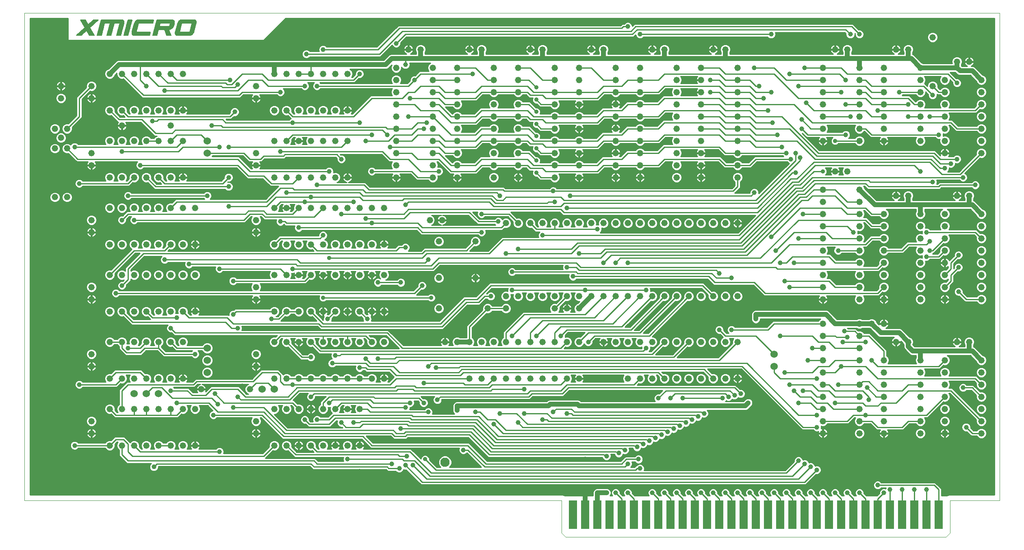
<source format=gtl>
G75*
G70*
%OFA0B0*%
%FSLAX24Y24*%
%IPPOS*%
%LPD*%
%AMOC8*
5,1,8,0,0,1.08239X$1,22.5*
%
%ADD10C,0.0000*%
%ADD11C,0.0520*%
%ADD12R,0.0650X0.2350*%
%ADD13C,0.0600*%
%ADD14C,0.2500*%
%ADD15C,0.0400*%
%ADD16C,0.0396*%
%ADD17C,0.0100*%
%ADD18C,0.0760*%
%ADD19C,0.0357*%
%ADD20C,0.0060*%
D10*
X000180Y003100D02*
X000180Y043100D01*
X080180Y043100D01*
X080180Y003100D01*
X076180Y003100D01*
X076110Y003100D01*
X076110Y000420D01*
X075790Y000100D01*
X044570Y000100D01*
X044250Y000420D01*
X044250Y003100D01*
X044180Y003100D01*
X000180Y003100D01*
D11*
X007180Y007600D03*
X008180Y007600D03*
X009180Y007600D03*
X010180Y007600D03*
X011180Y007600D03*
X012180Y007600D03*
X013180Y007600D03*
X014180Y007600D03*
X019180Y008600D03*
X020680Y007600D03*
X021680Y007600D03*
X022680Y007600D03*
X023680Y007600D03*
X024680Y007600D03*
X025680Y007600D03*
X026680Y007600D03*
X027680Y007600D03*
X027680Y010600D03*
X026680Y010600D03*
X025680Y010600D03*
X024680Y010600D03*
X023680Y010600D03*
X022680Y010600D03*
X021680Y010600D03*
X020680Y010600D03*
X019180Y009600D03*
X018680Y012225D03*
X020680Y013100D03*
X021680Y013100D03*
X022680Y013100D03*
X023680Y013100D03*
X024680Y013100D03*
X025680Y013100D03*
X026680Y013100D03*
X027680Y013100D03*
X028680Y013100D03*
X029680Y013100D03*
X029680Y016100D03*
X028680Y016100D03*
X027680Y016100D03*
X026680Y016100D03*
X025680Y016100D03*
X024680Y016100D03*
X023680Y016100D03*
X022680Y016100D03*
X021680Y016100D03*
X020680Y016100D03*
X019180Y015100D03*
X019180Y014100D03*
X014680Y012225D03*
X013180Y013100D03*
X012180Y013100D03*
X011180Y013100D03*
X010180Y013100D03*
X009180Y013100D03*
X008180Y013100D03*
X007180Y013100D03*
X005680Y014100D03*
X005680Y015100D03*
X007180Y016100D03*
X008180Y016100D03*
X009180Y016100D03*
X010180Y016100D03*
X011180Y016100D03*
X012180Y016100D03*
X013180Y016100D03*
X013180Y018600D03*
X012180Y018600D03*
X011180Y018600D03*
X010180Y018600D03*
X009180Y018600D03*
X008180Y018600D03*
X007180Y018600D03*
X005680Y019600D03*
X005680Y020600D03*
X007180Y021600D03*
X008180Y021600D03*
X009180Y021600D03*
X010180Y021600D03*
X011180Y021600D03*
X012180Y021600D03*
X013180Y021600D03*
X014180Y021600D03*
X014180Y024100D03*
X013180Y024100D03*
X012180Y024100D03*
X011180Y024100D03*
X010180Y024100D03*
X009180Y024100D03*
X008180Y024100D03*
X007180Y024100D03*
X005680Y025100D03*
X005680Y026100D03*
X007180Y027100D03*
X008180Y027100D03*
X009180Y027100D03*
X010180Y027100D03*
X011180Y027100D03*
X012180Y027100D03*
X013180Y027100D03*
X014180Y027100D03*
X013180Y029600D03*
X012180Y029600D03*
X011180Y029600D03*
X010180Y029600D03*
X009180Y029600D03*
X008180Y029600D03*
X007180Y029600D03*
X005680Y030600D03*
X005680Y031600D03*
X007180Y032600D03*
X008180Y032600D03*
X009180Y032600D03*
X010180Y032600D03*
X011180Y032600D03*
X012180Y032600D03*
X013180Y032600D03*
X012180Y033850D03*
X012180Y035100D03*
X013180Y035100D03*
X011180Y035100D03*
X010180Y035100D03*
X009180Y035100D03*
X008180Y035100D03*
X007180Y035100D03*
X005680Y036100D03*
X005680Y037100D03*
X007180Y038100D03*
X008180Y038100D03*
X009180Y038100D03*
X010180Y038100D03*
X011180Y038100D03*
X012180Y038100D03*
X013180Y038100D03*
X019180Y037100D03*
X019180Y036100D03*
X020680Y035100D03*
X021680Y035100D03*
X022680Y035100D03*
X023680Y035100D03*
X024680Y035100D03*
X025680Y035100D03*
X026680Y035100D03*
X030680Y034600D03*
X030680Y033600D03*
X030680Y032600D03*
X030680Y031600D03*
X030680Y030600D03*
X030680Y029600D03*
X033680Y029600D03*
X033680Y030600D03*
X033680Y031600D03*
X033680Y032600D03*
X033680Y033600D03*
X033680Y034600D03*
X033680Y035600D03*
X033680Y036600D03*
X033680Y037600D03*
X033680Y038600D03*
X032680Y040100D03*
X031680Y040100D03*
X030680Y038600D03*
X030680Y037600D03*
X030680Y036600D03*
X030680Y035600D03*
X026680Y038100D03*
X025680Y038100D03*
X024680Y038100D03*
X023680Y038100D03*
X022680Y038100D03*
X021680Y038100D03*
X020680Y038100D03*
X020680Y032600D03*
X021680Y032600D03*
X022680Y032600D03*
X023680Y032600D03*
X024680Y032600D03*
X025680Y032600D03*
X026680Y032600D03*
X026680Y029600D03*
X025680Y029600D03*
X024680Y029600D03*
X023680Y029600D03*
X022680Y029600D03*
X021680Y029600D03*
X020680Y029600D03*
X019180Y030600D03*
X019180Y031600D03*
X020680Y027100D03*
X021680Y027100D03*
X022680Y027100D03*
X023680Y027100D03*
X024680Y027100D03*
X025680Y027100D03*
X026680Y027100D03*
X027680Y027100D03*
X028680Y027100D03*
X029680Y027100D03*
X033430Y026100D03*
X034430Y026100D03*
X034180Y024350D03*
X037180Y024350D03*
X039680Y025850D03*
X040680Y025850D03*
X041680Y025850D03*
X042680Y025850D03*
X043680Y025850D03*
X044680Y025850D03*
X045680Y025850D03*
X046680Y025850D03*
X047680Y025850D03*
X048680Y025850D03*
X049680Y025850D03*
X050680Y025850D03*
X051680Y025850D03*
X052680Y025850D03*
X053680Y025850D03*
X054680Y025850D03*
X055680Y025850D03*
X056680Y025850D03*
X057680Y025850D03*
X058680Y025850D03*
X065680Y025600D03*
X065680Y026600D03*
X065680Y027600D03*
X065680Y028600D03*
X066680Y030100D03*
X067680Y030100D03*
X068680Y028600D03*
X068680Y027600D03*
X068680Y026600D03*
X068680Y025600D03*
X070680Y025600D03*
X070680Y026600D03*
X071680Y028100D03*
X072680Y028100D03*
X073680Y026600D03*
X073680Y025600D03*
X073680Y024600D03*
X073680Y023600D03*
X073680Y022600D03*
X073680Y021600D03*
X073680Y020600D03*
X073680Y019600D03*
X075680Y019600D03*
X075680Y020600D03*
X075680Y021600D03*
X075680Y022600D03*
X075680Y023600D03*
X075680Y024600D03*
X075680Y025600D03*
X075680Y026600D03*
X076680Y028100D03*
X077680Y028100D03*
X078680Y026600D03*
X078680Y025600D03*
X078680Y024600D03*
X078680Y023600D03*
X078680Y022600D03*
X078680Y021600D03*
X078680Y020600D03*
X078680Y019600D03*
X077680Y016100D03*
X076680Y016100D03*
X075680Y014600D03*
X075680Y013600D03*
X075680Y012600D03*
X075680Y011600D03*
X075680Y010600D03*
X075680Y009600D03*
X075680Y008600D03*
X073680Y008600D03*
X073680Y009600D03*
X073680Y010600D03*
X073680Y011600D03*
X073680Y012600D03*
X073680Y013600D03*
X073680Y014600D03*
X072680Y016100D03*
X071680Y016100D03*
X070680Y017600D03*
X069680Y017600D03*
X068680Y017600D03*
X068680Y016600D03*
X068680Y015600D03*
X068680Y014600D03*
X068680Y013600D03*
X068680Y012600D03*
X070680Y012600D03*
X070680Y013600D03*
X070680Y014600D03*
X065680Y014600D03*
X065680Y013600D03*
X065680Y012600D03*
X065680Y011600D03*
X065680Y010600D03*
X065680Y009600D03*
X065680Y008600D03*
X068680Y008600D03*
X070680Y008600D03*
X070680Y009600D03*
X070680Y010600D03*
X070680Y011600D03*
X068680Y011600D03*
X068680Y010600D03*
X068680Y009600D03*
X078680Y009600D03*
X078680Y010600D03*
X078680Y011600D03*
X078680Y012600D03*
X078680Y013600D03*
X078680Y014600D03*
X070680Y019600D03*
X070680Y020600D03*
X070680Y021600D03*
X068680Y021600D03*
X068680Y020600D03*
X068680Y019600D03*
X065680Y019600D03*
X065680Y020600D03*
X065680Y021600D03*
X065680Y022600D03*
X065680Y023600D03*
X065680Y024600D03*
X068680Y024600D03*
X068680Y023600D03*
X068680Y022600D03*
X070680Y022600D03*
X070680Y023600D03*
X070680Y024600D03*
X058680Y019850D03*
X057680Y019850D03*
X056680Y019850D03*
X055680Y019850D03*
X054680Y019850D03*
X053680Y019850D03*
X052680Y019850D03*
X051680Y019850D03*
X050680Y019850D03*
X049680Y019850D03*
X048680Y019850D03*
X047680Y019850D03*
X046680Y019850D03*
X045680Y019850D03*
X044680Y019850D03*
X043680Y019850D03*
X042680Y019850D03*
X041680Y019850D03*
X040680Y019850D03*
X039680Y019850D03*
X039680Y018850D03*
X038180Y018850D03*
X034180Y018850D03*
X034180Y021350D03*
X037180Y021350D03*
X043680Y018850D03*
X044680Y018850D03*
X045680Y018850D03*
X045680Y016100D03*
X044680Y016100D03*
X043680Y016100D03*
X042680Y016100D03*
X041680Y016100D03*
X040680Y016100D03*
X039680Y016100D03*
X038680Y016100D03*
X037680Y016100D03*
X036680Y016100D03*
X035680Y016100D03*
X034680Y016100D03*
X036680Y013100D03*
X037680Y013100D03*
X038680Y013100D03*
X039680Y013100D03*
X040680Y013100D03*
X041680Y013100D03*
X042680Y013100D03*
X043680Y013100D03*
X044680Y013100D03*
X045680Y013100D03*
X049680Y013100D03*
X050680Y013100D03*
X051680Y013100D03*
X052680Y013100D03*
X053680Y013100D03*
X054680Y013100D03*
X055680Y013100D03*
X056680Y013100D03*
X057680Y013100D03*
X058680Y013100D03*
X058680Y016100D03*
X057680Y016100D03*
X056680Y016100D03*
X055680Y016100D03*
X054680Y016100D03*
X053680Y016100D03*
X052680Y016100D03*
X051680Y016100D03*
X050680Y016100D03*
X049680Y016100D03*
X048680Y016100D03*
X047680Y016100D03*
X065680Y015600D03*
X065680Y016600D03*
X065680Y017600D03*
X078680Y008600D03*
X058680Y029600D03*
X058680Y030600D03*
X058680Y031600D03*
X058680Y032600D03*
X058680Y033600D03*
X058680Y034600D03*
X058680Y035600D03*
X058680Y036600D03*
X058680Y037600D03*
X058680Y038600D03*
X057680Y040100D03*
X056680Y040100D03*
X055680Y038600D03*
X055680Y037600D03*
X055680Y036600D03*
X055680Y035600D03*
X055680Y034600D03*
X055680Y033600D03*
X055680Y032600D03*
X055680Y031600D03*
X055680Y030600D03*
X055680Y029600D03*
X053680Y029600D03*
X053680Y030600D03*
X053680Y031600D03*
X053680Y032600D03*
X053680Y033600D03*
X053680Y034600D03*
X053680Y035600D03*
X053680Y036600D03*
X053680Y037600D03*
X053680Y038600D03*
X052680Y040100D03*
X051680Y040100D03*
X050680Y038600D03*
X050680Y037600D03*
X050680Y036600D03*
X050680Y035600D03*
X050680Y034600D03*
X050680Y033600D03*
X050680Y032600D03*
X050680Y031600D03*
X050680Y030600D03*
X050680Y029600D03*
X048680Y029600D03*
X048680Y030600D03*
X048680Y031600D03*
X048680Y032600D03*
X048680Y033600D03*
X048680Y034600D03*
X048680Y035600D03*
X048680Y036600D03*
X048680Y037600D03*
X048680Y038600D03*
X047680Y040100D03*
X046680Y040100D03*
X045680Y038600D03*
X043680Y038600D03*
X043680Y037600D03*
X043680Y036600D03*
X043680Y035600D03*
X045680Y035600D03*
X045680Y036600D03*
X045680Y037600D03*
X042680Y040100D03*
X041680Y040100D03*
X040680Y038600D03*
X038680Y038600D03*
X038680Y037600D03*
X038680Y036600D03*
X038680Y035600D03*
X040680Y035600D03*
X040680Y036600D03*
X040680Y037600D03*
X037680Y040100D03*
X036680Y040100D03*
X035680Y038600D03*
X035680Y037600D03*
X035680Y036600D03*
X035680Y035600D03*
X035680Y034600D03*
X035680Y033600D03*
X035680Y032600D03*
X035680Y031600D03*
X035680Y030600D03*
X035680Y029600D03*
X038680Y029600D03*
X038680Y030600D03*
X040680Y030600D03*
X040680Y029600D03*
X043680Y029600D03*
X043680Y030600D03*
X045680Y030600D03*
X045680Y029600D03*
X045680Y031600D03*
X045680Y032600D03*
X045680Y033600D03*
X045680Y034600D03*
X043680Y034600D03*
X043680Y033600D03*
X043680Y032600D03*
X043680Y031600D03*
X040680Y031600D03*
X040680Y032600D03*
X040680Y033600D03*
X040680Y034600D03*
X038680Y034600D03*
X038680Y033600D03*
X038680Y032600D03*
X038680Y031600D03*
X029680Y024100D03*
X028680Y024100D03*
X027680Y024100D03*
X026680Y024100D03*
X025680Y024100D03*
X024680Y024100D03*
X023680Y024100D03*
X022680Y024100D03*
X021680Y024100D03*
X020680Y024100D03*
X019180Y025100D03*
X019180Y026100D03*
X020680Y021600D03*
X021680Y021600D03*
X022680Y021600D03*
X023680Y021600D03*
X024680Y021600D03*
X025680Y021600D03*
X026680Y021600D03*
X027680Y021600D03*
X028680Y021600D03*
X029680Y021600D03*
X029680Y018600D03*
X028680Y018600D03*
X027680Y018600D03*
X026680Y018600D03*
X025680Y018600D03*
X024680Y018600D03*
X023680Y018600D03*
X022680Y018600D03*
X021680Y018600D03*
X020680Y018600D03*
X019180Y019600D03*
X019180Y020600D03*
X014180Y018600D03*
X014180Y010600D03*
X013180Y010600D03*
X012180Y010600D03*
X011180Y010600D03*
X010180Y010600D03*
X009180Y010600D03*
X008180Y010600D03*
X007180Y010600D03*
X005680Y009600D03*
X005680Y008600D03*
X003680Y027975D03*
X002680Y027975D03*
X002680Y031975D03*
X003680Y031975D03*
X003180Y032850D03*
X002680Y033600D03*
X003680Y033600D03*
X003180Y036100D03*
X003180Y037100D03*
X008180Y033850D03*
X065680Y033600D03*
X065680Y032600D03*
X065680Y034600D03*
X065680Y035600D03*
X065680Y036600D03*
X065680Y037600D03*
X065680Y038600D03*
X066680Y040100D03*
X067680Y040100D03*
X068680Y038600D03*
X070680Y038600D03*
X070680Y037600D03*
X070680Y036600D03*
X070680Y035600D03*
X068680Y035600D03*
X068680Y036600D03*
X068680Y037600D03*
X071680Y040100D03*
X072680Y040100D03*
X074680Y041100D03*
X076680Y039100D03*
X077680Y039100D03*
X078680Y037600D03*
X078680Y036600D03*
X078680Y035600D03*
X078680Y034600D03*
X078680Y033600D03*
X078680Y032600D03*
X078680Y031600D03*
X075680Y031600D03*
X075680Y032600D03*
X075680Y033600D03*
X075680Y034600D03*
X075680Y035600D03*
X075680Y036600D03*
X075680Y037600D03*
X074680Y037100D03*
X073680Y036600D03*
X073680Y035600D03*
X073680Y034600D03*
X073680Y033600D03*
X073680Y032600D03*
X070680Y032600D03*
X070680Y033600D03*
X070680Y034600D03*
X068680Y034600D03*
X068680Y033600D03*
X068680Y032600D03*
X073680Y037600D03*
X073680Y038600D03*
D12*
X073180Y001915D03*
X074180Y001915D03*
X075180Y001915D03*
X072180Y001915D03*
X071180Y001915D03*
X070180Y001915D03*
X069180Y001915D03*
X068180Y001915D03*
X067180Y001915D03*
X066180Y001915D03*
X065180Y001915D03*
X064180Y001915D03*
X063180Y001915D03*
X062180Y001915D03*
X061180Y001915D03*
X060180Y001915D03*
X059180Y001915D03*
X058180Y001915D03*
X057180Y001915D03*
X056180Y001915D03*
X055180Y001915D03*
X054180Y001915D03*
X053180Y001915D03*
X052180Y001915D03*
X051180Y001915D03*
X050180Y001915D03*
X049180Y001915D03*
X048180Y001915D03*
X047180Y001915D03*
X046180Y001915D03*
X045180Y001915D03*
D13*
X061680Y014100D03*
X061680Y015100D03*
X020680Y012225D03*
X019680Y012225D03*
X015180Y013600D03*
X015180Y014600D03*
X015180Y015600D03*
X011180Y011850D03*
X010180Y011850D03*
X009180Y011850D03*
X015180Y031600D03*
X015180Y032600D03*
D14*
X002180Y041100D03*
X002180Y005100D03*
X078180Y005100D03*
X078180Y041100D03*
D15*
X076680Y039100D02*
X076680Y038600D01*
X073680Y038600D01*
X072930Y039350D01*
X072680Y039350D01*
X068680Y039350D01*
X068680Y038600D01*
X068680Y039350D02*
X067680Y039350D01*
X065305Y039350D01*
X064930Y039350D01*
X057680Y039350D01*
X052680Y039350D01*
X047680Y039350D01*
X047680Y040100D01*
X047680Y039350D02*
X042680Y039350D01*
X042680Y040100D01*
X042680Y039350D02*
X037680Y039350D01*
X037680Y040100D01*
X037680Y039350D02*
X032680Y039350D01*
X032680Y040100D01*
X032680Y039350D02*
X031430Y039350D01*
X030305Y039350D01*
X029805Y038850D01*
X023680Y038850D01*
X020680Y038850D01*
X020680Y038100D01*
X020680Y038850D02*
X009680Y038850D01*
X007930Y038850D01*
X007180Y038100D01*
X045680Y018850D02*
X046680Y019850D01*
X036680Y016100D02*
X035680Y016100D01*
X035680Y010850D02*
X035680Y010475D01*
X035680Y010850D02*
X043180Y010850D01*
X043305Y010975D01*
X045555Y010975D01*
X045680Y010850D01*
X048305Y010850D01*
X048680Y010850D01*
X059305Y010850D01*
X059555Y011100D01*
X069680Y017600D02*
X070430Y016850D01*
X071930Y016850D01*
X072680Y016100D01*
X072680Y015725D01*
X073055Y015350D01*
X073680Y015350D01*
X073680Y014600D01*
X073680Y015350D02*
X077680Y015350D01*
X077680Y016100D01*
X077680Y015350D02*
X077930Y015350D01*
X078680Y014600D01*
X069680Y017600D02*
X068680Y017600D01*
X066680Y017600D01*
X065930Y018350D01*
X065305Y018350D01*
X064930Y018350D01*
X060180Y018350D01*
X060180Y017975D01*
X073680Y026600D02*
X073680Y027350D01*
X077680Y027350D01*
X077680Y028100D01*
X077680Y027350D02*
X077930Y027350D01*
X078680Y026600D01*
X073680Y027350D02*
X072680Y027350D01*
X072680Y028100D01*
X072680Y027350D02*
X069930Y027350D01*
X068680Y028600D01*
X077930Y038350D02*
X078680Y037600D01*
X077930Y038350D02*
X076930Y038350D01*
X076680Y038600D01*
X072680Y039350D02*
X072680Y040100D01*
X067680Y040100D02*
X067680Y039350D01*
X057680Y039350D02*
X057680Y040100D01*
X052680Y040100D02*
X052680Y039350D01*
X047930Y003725D02*
X047555Y003725D01*
X047180Y003725D01*
X047180Y001915D01*
X046180Y001915D02*
X046180Y003725D01*
D16*
X046180Y003725D03*
X045930Y004100D03*
X045680Y003725D03*
X047180Y003725D03*
X047555Y003725D03*
X047930Y003725D03*
X048680Y003725D03*
X049680Y003725D03*
X051680Y003725D03*
X052680Y003725D03*
X053680Y003725D03*
X054680Y003725D03*
X055680Y003725D03*
X056680Y003725D03*
X057680Y003725D03*
X058680Y003725D03*
X059680Y003725D03*
X060680Y003725D03*
X061680Y003725D03*
X062680Y003725D03*
X063680Y003725D03*
X064680Y003725D03*
X065680Y003725D03*
X066680Y003725D03*
X067680Y003725D03*
X068680Y003725D03*
X070180Y004350D03*
X071180Y003975D03*
X070680Y003725D03*
X072180Y003975D03*
X073180Y003975D03*
X074180Y003975D03*
X075180Y004725D03*
X075555Y005100D03*
X076930Y008600D03*
X077430Y009100D03*
X079430Y009100D03*
X077180Y012350D03*
X079430Y014100D03*
X072930Y014600D03*
X069680Y014600D03*
X067180Y014100D03*
X065180Y013100D03*
X066930Y012600D03*
X069305Y012350D03*
X069430Y011350D03*
X069180Y010100D03*
X066680Y011100D03*
X065180Y010100D03*
X065180Y009100D03*
X063680Y011100D03*
X063305Y012100D03*
X064055Y012100D03*
X062930Y012600D03*
X062555Y013600D03*
X064430Y014600D03*
X064805Y015600D03*
X067305Y016100D03*
X067680Y016475D03*
X067430Y016975D03*
X069180Y016100D03*
X065305Y018350D03*
X064930Y018350D03*
X062180Y016600D03*
X060180Y017975D03*
X060180Y018350D03*
X059555Y019600D03*
X059555Y019975D03*
X058180Y021350D03*
X057180Y021725D03*
X056555Y020600D03*
X051180Y020350D03*
X049680Y022600D03*
X048680Y022600D03*
X047680Y022600D03*
X045680Y023350D03*
X044680Y022225D03*
X045180Y021475D03*
X044180Y021100D03*
X046180Y020350D03*
X040180Y020350D03*
X040180Y021850D03*
X039680Y023350D03*
X040680Y023725D03*
X042680Y024850D03*
X043680Y026600D03*
X044680Y027100D03*
X043680Y027600D03*
X044930Y028100D03*
X043555Y028475D03*
X041180Y026600D03*
X039055Y025975D03*
X037680Y026600D03*
X039180Y028100D03*
X039680Y029600D03*
X036805Y031475D03*
X034180Y030100D03*
X030180Y032100D03*
X029930Y033100D03*
X028680Y033100D03*
X028180Y032600D03*
X027680Y034100D03*
X031680Y034600D03*
X033180Y034100D03*
X032930Y033600D03*
X036805Y035350D03*
X038055Y034100D03*
X031805Y036100D03*
X032180Y037600D03*
X031555Y038100D03*
X031430Y038850D03*
X030680Y040600D03*
X028180Y040850D03*
X024680Y040100D03*
X023305Y039725D03*
X022180Y039850D03*
X017680Y037225D03*
X017055Y037600D03*
X021180Y036600D03*
X023180Y037100D03*
X024180Y037100D03*
X027680Y038100D03*
X034180Y042350D03*
X040180Y042350D03*
X045180Y042350D03*
X049680Y041975D03*
X050180Y042350D03*
X050680Y041350D03*
X055180Y042350D03*
X059305Y040350D03*
X059305Y039975D03*
X060055Y038600D03*
X060430Y037100D03*
X061430Y036600D03*
X060805Y036100D03*
X061180Y035100D03*
X061555Y034100D03*
X061930Y033100D03*
X062305Y032100D03*
X062680Y031600D03*
X063430Y031600D03*
X063805Y031225D03*
X063055Y031100D03*
X063430Y029975D03*
X060055Y028350D03*
X057430Y029350D03*
X057055Y029350D03*
X064055Y026600D03*
X061430Y024725D03*
X061805Y023600D03*
X062180Y022600D03*
X063305Y022600D03*
X062555Y021100D03*
X062930Y020600D03*
X066930Y023600D03*
X068180Y025100D03*
X071680Y024100D03*
X074180Y023100D03*
X074430Y023600D03*
X074430Y024350D03*
X074180Y025100D03*
X071680Y026600D03*
X074680Y029225D03*
X073680Y030100D03*
X075680Y030350D03*
X076180Y030725D03*
X076680Y031100D03*
X077180Y029600D03*
X078180Y028975D03*
X079430Y029100D03*
X075180Y033100D03*
X074430Y034600D03*
X072680Y034600D03*
X072680Y035600D03*
X071930Y036600D03*
X070180Y035100D03*
X067930Y034600D03*
X067555Y035600D03*
X067180Y036600D03*
X067555Y037600D03*
X065305Y039350D03*
X064930Y039350D03*
X064180Y038600D03*
X062930Y038100D03*
X063680Y037100D03*
X064305Y035725D03*
X063930Y034350D03*
X063930Y033600D03*
X067555Y033100D03*
X074680Y036350D03*
X076680Y037350D03*
X079430Y034100D03*
X068680Y041350D03*
X067930Y041350D03*
X070180Y042350D03*
X065180Y042350D03*
X061430Y041350D03*
X060180Y042350D03*
X056430Y037600D03*
X056430Y036600D03*
X036930Y038100D03*
X026180Y031100D03*
X025180Y030100D03*
X024180Y028975D03*
X023680Y027975D03*
X023180Y027600D03*
X021680Y028350D03*
X019180Y029350D03*
X016930Y029600D03*
X016930Y028850D03*
X015180Y028100D03*
X016930Y027225D03*
X021180Y025975D03*
X021180Y025350D03*
X022680Y025475D03*
X024680Y024850D03*
X026180Y026600D03*
X027180Y027600D03*
X028180Y026225D03*
X028680Y025850D03*
X031430Y027350D03*
X028680Y030100D03*
X022180Y034100D03*
X021180Y031725D03*
X016930Y032100D03*
X016180Y032100D03*
X015555Y033850D03*
X017430Y034975D03*
X011680Y036725D03*
X010180Y037100D03*
X006180Y038850D03*
X010180Y039850D03*
X015180Y039850D03*
X010680Y034225D03*
X008180Y031725D03*
X009680Y030600D03*
X008680Y028100D03*
X008180Y026100D03*
X009180Y026100D03*
X004680Y029100D03*
X004305Y032100D03*
X003680Y024600D03*
X008180Y020725D03*
X007680Y020100D03*
X003680Y020100D03*
X003680Y015600D03*
X008680Y015600D03*
X012180Y017225D03*
X012680Y018100D03*
X017305Y018350D03*
X017680Y017225D03*
X020430Y017975D03*
X025055Y017975D03*
X028305Y017975D03*
X030680Y016725D03*
X030430Y015725D03*
X029180Y014725D03*
X028180Y014725D03*
X027680Y013975D03*
X025680Y014975D03*
X025430Y014350D03*
X023680Y014850D03*
X022180Y012600D03*
X023680Y011600D03*
X025180Y011100D03*
X024180Y009725D03*
X023180Y009725D03*
X026180Y009475D03*
X027180Y009475D03*
X029430Y008225D03*
X031055Y008975D03*
X033305Y010350D03*
X032930Y011100D03*
X031805Y011100D03*
X031430Y010725D03*
X034055Y011350D03*
X034680Y011100D03*
X035680Y010850D03*
X035680Y010475D03*
X037180Y010350D03*
X038680Y009350D03*
X039180Y010225D03*
X040680Y009475D03*
X041180Y010225D03*
X042680Y009725D03*
X043555Y010350D03*
X044680Y010225D03*
X046680Y011600D03*
X048305Y010850D03*
X048680Y010850D03*
X052180Y011475D03*
X053180Y011475D03*
X054180Y011475D03*
X055430Y009975D03*
X054930Y009725D03*
X054430Y009475D03*
X053930Y009225D03*
X053430Y008975D03*
X052930Y008725D03*
X052430Y008475D03*
X051930Y008225D03*
X051430Y007975D03*
X050930Y007725D03*
X050430Y007475D03*
X049430Y007225D03*
X048930Y006975D03*
X047930Y006725D03*
X046180Y006475D03*
X049680Y006100D03*
X050555Y006475D03*
X050680Y005725D03*
X055930Y010225D03*
X057430Y011475D03*
X057930Y011600D03*
X058430Y011725D03*
X058930Y011850D03*
X059555Y011100D03*
X059305Y010850D03*
X061180Y010600D03*
X063680Y006350D03*
X064180Y006100D03*
X064680Y005850D03*
X065180Y005600D03*
X056430Y015100D03*
X057180Y017100D03*
X058180Y017100D03*
X051180Y015600D03*
X046430Y016100D03*
X044180Y016600D03*
X042180Y016600D03*
X040180Y016600D03*
X036180Y017600D03*
X038430Y019850D03*
X034180Y020600D03*
X032805Y020725D03*
X031055Y020975D03*
X029180Y020975D03*
X033305Y022850D03*
X031430Y023850D03*
X037680Y025100D03*
X047180Y025350D03*
X063680Y024600D03*
X076805Y023225D03*
X076805Y022225D03*
X079430Y024100D03*
X076805Y020225D03*
X079430Y019100D03*
X041180Y012225D03*
X033930Y013975D03*
X033305Y014100D03*
X032930Y012725D03*
X034555Y008100D03*
X036180Y007225D03*
X036555Y007975D03*
X032055Y005975D03*
X031430Y005975D03*
X030930Y005725D03*
X030305Y006100D03*
X031555Y006725D03*
X027680Y005475D03*
X026680Y006475D03*
X026180Y004100D03*
X021180Y004100D03*
X018680Y005725D03*
X016180Y007100D03*
X016180Y004100D03*
X010680Y004100D03*
X010805Y005850D03*
X004180Y006600D03*
X004305Y007600D03*
X003680Y011100D03*
X004680Y012600D03*
X012180Y012100D03*
X012680Y011100D03*
X015680Y010100D03*
X016055Y010975D03*
X015805Y011850D03*
X017305Y010725D03*
X017680Y011600D03*
X018055Y012475D03*
X014180Y015100D03*
X017305Y021100D03*
X019180Y021475D03*
X016180Y022100D03*
X013680Y022475D03*
X011680Y022850D03*
X022180Y022100D03*
X031180Y004100D03*
X036180Y004100D03*
X041180Y004100D03*
D17*
X044340Y003550D02*
X000630Y003550D01*
X000630Y042650D01*
X003730Y042650D01*
X003730Y040850D01*
X019805Y040850D01*
X021605Y042650D01*
X079730Y042650D01*
X079730Y003550D01*
X076020Y003550D01*
X075855Y003481D01*
X075849Y003475D01*
X075400Y003475D01*
X075400Y004066D01*
X075025Y004441D01*
X074896Y004570D01*
X070481Y004570D01*
X070389Y004662D01*
X070253Y004718D01*
X070107Y004718D01*
X069971Y004662D01*
X069868Y004559D01*
X069812Y004423D01*
X069812Y004277D01*
X069868Y004141D01*
X069971Y004038D01*
X070107Y003982D01*
X070253Y003982D01*
X070389Y004038D01*
X070481Y004130D01*
X070846Y004130D01*
X070819Y004066D01*
X070753Y004093D01*
X070607Y004093D01*
X070471Y004037D01*
X070368Y003934D01*
X070312Y003798D01*
X070312Y003668D01*
X070119Y003475D01*
X069241Y003475D01*
X069048Y003668D01*
X069048Y003798D01*
X068992Y003934D01*
X068889Y004037D01*
X068753Y004093D01*
X068607Y004093D01*
X068471Y004037D01*
X068368Y003934D01*
X068312Y003798D01*
X068312Y003652D01*
X068368Y003516D01*
X068409Y003475D01*
X068241Y003475D01*
X068048Y003668D01*
X068048Y003798D01*
X067992Y003934D01*
X067889Y004037D01*
X067753Y004093D01*
X067607Y004093D01*
X067471Y004037D01*
X067368Y003934D01*
X067312Y003798D01*
X067312Y003652D01*
X067368Y003516D01*
X067409Y003475D01*
X067241Y003475D01*
X067048Y003668D01*
X067048Y003798D01*
X066992Y003934D01*
X066889Y004037D01*
X066753Y004093D01*
X066607Y004093D01*
X066471Y004037D01*
X066368Y003934D01*
X066312Y003798D01*
X066312Y003652D01*
X066368Y003516D01*
X066409Y003475D01*
X066241Y003475D01*
X066048Y003668D01*
X066048Y003798D01*
X065992Y003934D01*
X065889Y004037D01*
X065753Y004093D01*
X065607Y004093D01*
X065471Y004037D01*
X065368Y003934D01*
X065312Y003798D01*
X065312Y003652D01*
X065368Y003516D01*
X065409Y003475D01*
X065241Y003475D01*
X065048Y003668D01*
X065048Y003798D01*
X064992Y003934D01*
X064889Y004037D01*
X064753Y004093D01*
X064607Y004093D01*
X064471Y004037D01*
X064368Y003934D01*
X064312Y003798D01*
X064312Y003652D01*
X064368Y003516D01*
X064409Y003475D01*
X064241Y003475D01*
X064048Y003668D01*
X064048Y003798D01*
X063992Y003934D01*
X063889Y004037D01*
X063753Y004093D01*
X063607Y004093D01*
X063471Y004037D01*
X063368Y003934D01*
X063312Y003798D01*
X063312Y003652D01*
X063368Y003516D01*
X063409Y003475D01*
X063241Y003475D01*
X063048Y003668D01*
X063048Y003798D01*
X062992Y003934D01*
X062889Y004037D01*
X062753Y004093D01*
X062607Y004093D01*
X062471Y004037D01*
X062368Y003934D01*
X062312Y003798D01*
X062312Y003652D01*
X062368Y003516D01*
X062409Y003475D01*
X062241Y003475D01*
X062048Y003668D01*
X062048Y003798D01*
X061992Y003934D01*
X061889Y004037D01*
X061753Y004093D01*
X061607Y004093D01*
X061471Y004037D01*
X061368Y003934D01*
X061312Y003798D01*
X061312Y003652D01*
X061368Y003516D01*
X061409Y003475D01*
X061241Y003475D01*
X061048Y003668D01*
X061048Y003798D01*
X060992Y003934D01*
X060889Y004037D01*
X060753Y004093D01*
X060607Y004093D01*
X060471Y004037D01*
X060368Y003934D01*
X060312Y003798D01*
X060312Y003652D01*
X060368Y003516D01*
X060409Y003475D01*
X060241Y003475D01*
X060048Y003668D01*
X060048Y003798D01*
X059992Y003934D01*
X059889Y004037D01*
X059753Y004093D01*
X059607Y004093D01*
X059471Y004037D01*
X059368Y003934D01*
X059312Y003798D01*
X059312Y003652D01*
X059368Y003516D01*
X059409Y003475D01*
X059241Y003475D01*
X059048Y003668D01*
X059048Y003798D01*
X058992Y003934D01*
X058889Y004037D01*
X058753Y004093D01*
X058607Y004093D01*
X058471Y004037D01*
X058368Y003934D01*
X058312Y003798D01*
X058312Y003652D01*
X058368Y003516D01*
X058409Y003475D01*
X058241Y003475D01*
X058048Y003668D01*
X058048Y003798D01*
X057992Y003934D01*
X057889Y004037D01*
X057753Y004093D01*
X057607Y004093D01*
X057471Y004037D01*
X057368Y003934D01*
X057312Y003798D01*
X057312Y003652D01*
X057368Y003516D01*
X057409Y003475D01*
X057241Y003475D01*
X057048Y003668D01*
X057048Y003798D01*
X056992Y003934D01*
X056889Y004037D01*
X056753Y004093D01*
X056607Y004093D01*
X056471Y004037D01*
X056368Y003934D01*
X056312Y003798D01*
X056312Y003652D01*
X056368Y003516D01*
X056409Y003475D01*
X056241Y003475D01*
X056048Y003668D01*
X056048Y003798D01*
X055992Y003934D01*
X055889Y004037D01*
X055753Y004093D01*
X055607Y004093D01*
X055471Y004037D01*
X055368Y003934D01*
X055312Y003798D01*
X055312Y003652D01*
X055368Y003516D01*
X055409Y003475D01*
X055241Y003475D01*
X055048Y003668D01*
X055048Y003798D01*
X054992Y003934D01*
X054889Y004037D01*
X054753Y004093D01*
X054607Y004093D01*
X054471Y004037D01*
X054368Y003934D01*
X054312Y003798D01*
X054312Y003652D01*
X054368Y003516D01*
X054409Y003475D01*
X054241Y003475D01*
X054048Y003668D01*
X054048Y003798D01*
X053992Y003934D01*
X053889Y004037D01*
X053753Y004093D01*
X053607Y004093D01*
X053471Y004037D01*
X053368Y003934D01*
X053312Y003798D01*
X053312Y003652D01*
X053368Y003516D01*
X053409Y003475D01*
X053241Y003475D01*
X053048Y003668D01*
X053048Y003798D01*
X052992Y003934D01*
X052889Y004037D01*
X052753Y004093D01*
X052607Y004093D01*
X052471Y004037D01*
X052368Y003934D01*
X052312Y003798D01*
X052312Y003652D01*
X052368Y003516D01*
X052409Y003475D01*
X052241Y003475D01*
X052048Y003668D01*
X052048Y003798D01*
X051992Y003934D01*
X051889Y004037D01*
X051753Y004093D01*
X051607Y004093D01*
X051471Y004037D01*
X051368Y003934D01*
X051312Y003798D01*
X051312Y003652D01*
X051368Y003516D01*
X051409Y003475D01*
X050241Y003475D01*
X050048Y003668D01*
X050048Y003798D01*
X049992Y003934D01*
X049889Y004037D01*
X049753Y004093D01*
X049607Y004093D01*
X049471Y004037D01*
X049368Y003934D01*
X049312Y003798D01*
X049312Y003652D01*
X049368Y003516D01*
X049409Y003475D01*
X049241Y003475D01*
X049048Y003668D01*
X049048Y003798D01*
X048992Y003934D01*
X048889Y004037D01*
X048753Y004093D01*
X048607Y004093D01*
X048471Y004037D01*
X048368Y003934D01*
X048312Y003798D01*
X048312Y003652D01*
X048368Y003516D01*
X048409Y003475D01*
X048203Y003475D01*
X048244Y003515D01*
X048300Y003651D01*
X048300Y003799D01*
X048244Y003935D01*
X048140Y004039D01*
X048004Y004095D01*
X047106Y004095D01*
X046970Y004039D01*
X046866Y003935D01*
X046810Y003799D01*
X046810Y003475D01*
X044511Y003475D01*
X044505Y003481D01*
X044340Y003550D01*
X044475Y003494D02*
X046810Y003494D01*
X046810Y003593D02*
X000630Y003593D01*
X000630Y003691D02*
X046810Y003691D01*
X046810Y003790D02*
X000630Y003790D01*
X000630Y003888D02*
X046847Y003888D01*
X046918Y003987D02*
X000630Y003987D01*
X000630Y004085D02*
X047082Y004085D01*
X048028Y004085D02*
X048587Y004085D01*
X048773Y004085D02*
X049587Y004085D01*
X049773Y004085D02*
X051587Y004085D01*
X051773Y004085D02*
X052587Y004085D01*
X052773Y004085D02*
X053587Y004085D01*
X053773Y004085D02*
X054587Y004085D01*
X054773Y004085D02*
X055587Y004085D01*
X055773Y004085D02*
X056587Y004085D01*
X056773Y004085D02*
X057587Y004085D01*
X057773Y004085D02*
X058587Y004085D01*
X058773Y004085D02*
X059587Y004085D01*
X059773Y004085D02*
X060587Y004085D01*
X060773Y004085D02*
X061587Y004085D01*
X061773Y004085D02*
X062587Y004085D01*
X062773Y004085D02*
X063587Y004085D01*
X063773Y004085D02*
X064587Y004085D01*
X064773Y004085D02*
X065587Y004085D01*
X065773Y004085D02*
X066587Y004085D01*
X066773Y004085D02*
X067587Y004085D01*
X067773Y004085D02*
X068587Y004085D01*
X068773Y004085D02*
X069924Y004085D01*
X069851Y004184D02*
X000630Y004184D01*
X000630Y004282D02*
X069812Y004282D01*
X069812Y004381D02*
X064272Y004381D01*
X064271Y004380D02*
X064400Y004509D01*
X065123Y005232D01*
X065253Y005232D01*
X065389Y005288D01*
X065492Y005391D01*
X065548Y005527D01*
X065548Y005673D01*
X065492Y005809D01*
X065389Y005912D01*
X065253Y005968D01*
X065107Y005968D01*
X065041Y005941D01*
X064992Y006059D01*
X064889Y006162D01*
X064753Y006218D01*
X064607Y006218D01*
X064541Y006191D01*
X064492Y006309D01*
X064389Y006412D01*
X064253Y006468D01*
X064107Y006468D01*
X064041Y006441D01*
X063992Y006559D01*
X063889Y006662D01*
X063753Y006718D01*
X063607Y006718D01*
X063471Y006662D01*
X063368Y006559D01*
X063312Y006423D01*
X063312Y006293D01*
X062589Y005570D01*
X051014Y005570D01*
X051048Y005652D01*
X051048Y005798D01*
X050992Y005934D01*
X050889Y006037D01*
X050753Y006093D01*
X050607Y006093D01*
X050471Y006037D01*
X050379Y005945D01*
X050339Y005945D01*
X050214Y005820D01*
X049921Y005820D01*
X049992Y005891D01*
X050048Y006027D01*
X050048Y006173D01*
X050014Y006255D01*
X050254Y006255D01*
X050346Y006163D01*
X050482Y006107D01*
X050628Y006107D01*
X050764Y006163D01*
X050867Y006266D01*
X050923Y006402D01*
X050923Y006548D01*
X050867Y006684D01*
X050764Y006787D01*
X050628Y006843D01*
X050482Y006843D01*
X050346Y006787D01*
X050254Y006695D01*
X049464Y006695D01*
X049089Y006320D01*
X038146Y006320D01*
X036775Y007691D01*
X036646Y007820D01*
X028771Y007820D01*
X028211Y008380D01*
X030214Y008380D01*
X030464Y008130D01*
X031521Y008130D01*
X031646Y008255D01*
X036589Y008255D01*
X038214Y006630D01*
X047571Y006630D01*
X047618Y006516D01*
X047721Y006413D01*
X047857Y006357D01*
X048003Y006357D01*
X048139Y006413D01*
X048242Y006516D01*
X048298Y006652D01*
X048298Y006798D01*
X048264Y006880D01*
X048571Y006880D01*
X048618Y006766D01*
X048721Y006663D01*
X048857Y006607D01*
X049003Y006607D01*
X049139Y006663D01*
X049242Y006766D01*
X049291Y006884D01*
X049357Y006857D01*
X049503Y006857D01*
X049639Y006913D01*
X049742Y007016D01*
X049798Y007152D01*
X049798Y007298D01*
X049764Y007380D01*
X050071Y007380D01*
X050118Y007266D01*
X050221Y007163D01*
X050357Y007107D01*
X050503Y007107D01*
X050639Y007163D01*
X050742Y007266D01*
X050791Y007384D01*
X050857Y007357D01*
X051003Y007357D01*
X051139Y007413D01*
X051242Y007516D01*
X051291Y007634D01*
X051357Y007607D01*
X051503Y007607D01*
X051639Y007663D01*
X051742Y007766D01*
X051791Y007884D01*
X051857Y007857D01*
X052003Y007857D01*
X052139Y007913D01*
X052242Y008016D01*
X052291Y008134D01*
X052357Y008107D01*
X052503Y008107D01*
X052639Y008163D01*
X052742Y008266D01*
X052791Y008384D01*
X052857Y008357D01*
X053003Y008357D01*
X053139Y008413D01*
X053242Y008516D01*
X053291Y008634D01*
X053357Y008607D01*
X053503Y008607D01*
X053639Y008663D01*
X053742Y008766D01*
X053791Y008884D01*
X053857Y008857D01*
X054003Y008857D01*
X054139Y008913D01*
X054242Y009016D01*
X054291Y009134D01*
X054357Y009107D01*
X054503Y009107D01*
X054639Y009163D01*
X054742Y009266D01*
X054791Y009384D01*
X054857Y009357D01*
X055003Y009357D01*
X055139Y009413D01*
X055242Y009516D01*
X055291Y009634D01*
X055357Y009607D01*
X055503Y009607D01*
X055639Y009663D01*
X055742Y009766D01*
X055791Y009884D01*
X055857Y009857D01*
X056003Y009857D01*
X056139Y009913D01*
X056242Y010016D01*
X056298Y010152D01*
X056298Y010298D01*
X056242Y010434D01*
X056196Y010480D01*
X059379Y010480D01*
X059515Y010536D01*
X059869Y010890D01*
X059925Y011026D01*
X059925Y011174D01*
X059869Y011310D01*
X059765Y011414D01*
X059629Y011470D01*
X059481Y011470D01*
X059345Y011414D01*
X059152Y011220D01*
X057696Y011220D01*
X057742Y011266D01*
X057747Y011278D01*
X057857Y011232D01*
X058003Y011232D01*
X058139Y011288D01*
X058242Y011391D01*
X058247Y011403D01*
X058357Y011357D01*
X058503Y011357D01*
X058639Y011413D01*
X058742Y011516D01*
X058747Y011528D01*
X058857Y011482D01*
X059003Y011482D01*
X059139Y011538D01*
X059242Y011641D01*
X059298Y011777D01*
X059298Y011923D01*
X059242Y012059D01*
X059139Y012162D01*
X060682Y012162D01*
X060780Y012064D02*
X059237Y012064D01*
X059281Y011965D02*
X060879Y011965D01*
X060977Y011867D02*
X059298Y011867D01*
X059294Y011768D02*
X061076Y011768D01*
X061174Y011670D02*
X059254Y011670D01*
X059172Y011571D02*
X061273Y011571D01*
X061371Y011473D02*
X058698Y011473D01*
X058545Y011374D02*
X059306Y011374D01*
X059207Y011276D02*
X058109Y011276D01*
X058225Y011374D02*
X058315Y011374D01*
X058430Y011725D02*
X058055Y012100D01*
X052805Y012100D01*
X052180Y011475D01*
X051812Y011473D02*
X041739Y011473D01*
X041775Y011509D02*
X041896Y011630D01*
X044396Y011630D01*
X044525Y011759D01*
X044896Y012130D01*
X052524Y012130D01*
X052237Y011843D01*
X052107Y011843D01*
X051971Y011787D01*
X051868Y011684D01*
X051812Y011548D01*
X051812Y011402D01*
X051868Y011266D01*
X051914Y011220D01*
X045833Y011220D01*
X045765Y011289D01*
X045629Y011345D01*
X043231Y011345D01*
X043095Y011289D01*
X043027Y011220D01*
X035606Y011220D01*
X035470Y011164D01*
X035366Y011060D01*
X035310Y010924D01*
X035310Y010401D01*
X035366Y010265D01*
X035437Y010195D01*
X033639Y010195D01*
X033673Y010277D01*
X033673Y010423D01*
X033617Y010559D01*
X033514Y010662D01*
X033378Y010718D01*
X033232Y010718D01*
X033096Y010662D01*
X033004Y010570D01*
X031764Y010570D01*
X031798Y010652D01*
X031798Y010732D01*
X031878Y010732D01*
X032014Y010788D01*
X032117Y010891D01*
X032173Y011027D01*
X032173Y011173D01*
X032139Y011255D01*
X032464Y011255D01*
X032562Y011157D01*
X032562Y011027D01*
X032618Y010891D01*
X032721Y010788D01*
X032857Y010732D01*
X033003Y010732D01*
X033139Y010788D01*
X033242Y010891D01*
X033298Y011027D01*
X033298Y011173D01*
X033242Y011309D01*
X033139Y011412D01*
X033003Y011468D01*
X032873Y011468D01*
X032711Y011630D01*
X033814Y011630D01*
X033743Y011559D01*
X033687Y011423D01*
X033687Y011277D01*
X033743Y011141D01*
X033846Y011038D01*
X033982Y010982D01*
X034128Y010982D01*
X034264Y011038D01*
X034367Y011141D01*
X034423Y011277D01*
X034423Y011380D01*
X041646Y011380D01*
X041775Y011509D01*
X041837Y011571D02*
X051821Y011571D01*
X051862Y011670D02*
X044436Y011670D01*
X044534Y011768D02*
X051952Y011768D01*
X052260Y011867D02*
X044633Y011867D01*
X044731Y011965D02*
X052359Y011965D01*
X052457Y012064D02*
X044830Y012064D01*
X044805Y012350D02*
X044305Y011850D01*
X041805Y011850D01*
X041555Y011600D01*
X034305Y011600D01*
X034055Y011350D01*
X034304Y011079D02*
X035385Y011079D01*
X035333Y010980D02*
X033279Y010980D01*
X033298Y011079D02*
X033806Y011079D01*
X033728Y011177D02*
X033297Y011177D01*
X033256Y011276D02*
X033687Y011276D01*
X033687Y011374D02*
X033177Y011374D01*
X032869Y011473D02*
X033707Y011473D01*
X033755Y011571D02*
X032770Y011571D01*
X032555Y011475D02*
X032930Y011100D01*
X032562Y011079D02*
X032173Y011079D01*
X032172Y011177D02*
X032542Y011177D01*
X032581Y010980D02*
X032154Y010980D01*
X032107Y010882D02*
X032628Y010882D01*
X032733Y010783D02*
X032002Y010783D01*
X031798Y010685D02*
X033151Y010685D01*
X033127Y010783D02*
X035310Y010783D01*
X035310Y010685D02*
X033459Y010685D01*
X033590Y010586D02*
X035310Y010586D01*
X035310Y010488D02*
X033646Y010488D01*
X033673Y010389D02*
X035315Y010389D01*
X035356Y010291D02*
X033673Y010291D01*
X033305Y010350D02*
X028555Y010350D01*
X028305Y010600D01*
X027680Y010600D01*
X027250Y010586D02*
X026710Y010586D01*
X026710Y010570D02*
X026710Y010630D01*
X027090Y010630D01*
X027090Y010632D01*
X027080Y010696D01*
X027060Y010757D01*
X027031Y010815D01*
X026993Y010867D01*
X026980Y010880D01*
X027352Y010880D01*
X027315Y010844D01*
X027250Y010686D01*
X027250Y010514D01*
X027315Y010356D01*
X027352Y010320D01*
X026980Y010320D01*
X026993Y010333D01*
X027031Y010385D01*
X027060Y010443D01*
X027080Y010504D01*
X027090Y010568D01*
X027090Y010570D01*
X026710Y010570D01*
X026650Y010570D02*
X026270Y010570D01*
X026270Y010568D01*
X026280Y010504D01*
X026300Y010443D01*
X026329Y010385D01*
X026367Y010333D01*
X026380Y010320D01*
X026008Y010320D01*
X026045Y010356D01*
X026110Y010514D01*
X026110Y010686D01*
X026100Y010709D01*
X026271Y010880D01*
X026380Y010880D01*
X026367Y010867D01*
X026329Y010815D01*
X026300Y010757D01*
X026280Y010696D01*
X026270Y010632D01*
X026270Y010630D01*
X026650Y010630D01*
X026650Y010570D01*
X026650Y010586D02*
X026110Y010586D01*
X026110Y010685D02*
X026278Y010685D01*
X026313Y010783D02*
X026174Y010783D01*
X026099Y010488D02*
X026285Y010488D01*
X026327Y010389D02*
X026058Y010389D01*
X025680Y010600D02*
X026180Y011100D01*
X028305Y011100D01*
X028680Y010725D01*
X031430Y010725D01*
X031771Y010586D02*
X033020Y010586D01*
X033232Y010882D02*
X035310Y010882D01*
X035503Y011177D02*
X034382Y011177D01*
X034423Y011276D02*
X043082Y011276D01*
X044180Y012100D02*
X041680Y012100D01*
X041430Y011850D01*
X023930Y011850D01*
X023680Y011600D01*
X023426Y011867D02*
X022758Y011867D01*
X022771Y011880D02*
X023439Y011880D01*
X023368Y011809D01*
X023312Y011673D01*
X023312Y011527D01*
X023368Y011391D01*
X023471Y011288D01*
X023607Y011232D01*
X023753Y011232D01*
X023889Y011288D01*
X023992Y011391D01*
X024048Y011527D01*
X024048Y011630D01*
X024899Y011630D01*
X024460Y011191D01*
X024460Y010974D01*
X024436Y010965D01*
X024315Y010844D01*
X024250Y010686D01*
X024250Y010514D01*
X024315Y010356D01*
X024436Y010235D01*
X024594Y010170D01*
X024766Y010170D01*
X024924Y010235D01*
X025045Y010356D01*
X025110Y010514D01*
X025110Y010686D01*
X025087Y010740D01*
X025107Y010732D01*
X025253Y010732D01*
X025273Y010740D01*
X025250Y010686D01*
X025250Y010514D01*
X025315Y010356D01*
X025408Y010264D01*
X025089Y009945D01*
X024481Y009945D01*
X024389Y010037D01*
X024253Y010093D01*
X024107Y010093D01*
X023971Y010037D01*
X023868Y009934D01*
X023812Y009798D01*
X023548Y009798D01*
X023492Y009934D01*
X023389Y010037D01*
X023253Y010093D01*
X023107Y010093D01*
X022971Y010037D01*
X022868Y009934D01*
X022812Y009798D01*
X021043Y009798D01*
X020945Y009897D02*
X022853Y009897D01*
X022812Y009798D02*
X022812Y009652D01*
X022868Y009516D01*
X022971Y009413D01*
X023107Y009357D01*
X023237Y009357D01*
X023464Y009130D01*
X025271Y009130D01*
X025400Y009259D01*
X025771Y009630D01*
X025846Y009630D01*
X025812Y009548D01*
X025812Y009402D01*
X025868Y009266D01*
X025971Y009163D01*
X026107Y009107D01*
X026237Y009107D01*
X026274Y009070D01*
X021771Y009070D01*
X020671Y010170D01*
X020766Y010170D01*
X020924Y010235D01*
X021045Y010356D01*
X021110Y010514D01*
X021110Y010686D01*
X021045Y010844D01*
X021008Y010880D01*
X021352Y010880D01*
X021315Y010844D01*
X021250Y010686D01*
X021250Y010514D01*
X021315Y010356D01*
X021436Y010235D01*
X021594Y010170D01*
X021766Y010170D01*
X021924Y010235D01*
X022045Y010356D01*
X022110Y010514D01*
X022110Y010686D01*
X022045Y010844D01*
X022008Y010880D01*
X022089Y010880D01*
X022260Y010709D01*
X022250Y010686D01*
X022250Y010514D01*
X022315Y010356D01*
X022436Y010235D01*
X022594Y010170D01*
X022766Y010170D01*
X022924Y010235D01*
X023045Y010356D01*
X023110Y010514D01*
X023110Y010686D01*
X023045Y010844D01*
X022924Y010965D01*
X022766Y011030D01*
X022594Y011030D01*
X022571Y011020D01*
X022271Y011320D01*
X022211Y011320D01*
X022771Y011880D01*
X022659Y011768D02*
X023351Y011768D01*
X023312Y011670D02*
X022561Y011670D01*
X022462Y011571D02*
X023312Y011571D01*
X023334Y011473D02*
X022364Y011473D01*
X022265Y011374D02*
X023385Y011374D01*
X023501Y011276D02*
X022316Y011276D01*
X022414Y011177D02*
X024460Y011177D01*
X024460Y011079D02*
X022513Y011079D01*
X022180Y011100D02*
X022680Y010600D01*
X022979Y010291D02*
X023410Y010291D01*
X023413Y010287D02*
X023465Y010249D01*
X023523Y010220D01*
X023584Y010200D01*
X023648Y010190D01*
X023650Y010190D01*
X023650Y010570D01*
X023270Y010570D01*
X023270Y010568D01*
X023280Y010504D01*
X023300Y010443D01*
X023329Y010385D01*
X023367Y010333D01*
X023413Y010287D01*
X023327Y010389D02*
X023058Y010389D01*
X023099Y010488D02*
X023285Y010488D01*
X023270Y010630D02*
X023650Y010630D01*
X023650Y011010D01*
X023648Y011010D01*
X023584Y011000D01*
X023523Y010980D01*
X022886Y010980D01*
X023007Y010882D02*
X023382Y010882D01*
X023367Y010867D02*
X023329Y010815D01*
X023300Y010757D01*
X023280Y010696D01*
X023270Y010632D01*
X023270Y010630D01*
X023278Y010685D02*
X023110Y010685D01*
X023110Y010586D02*
X023650Y010586D01*
X023650Y010570D02*
X023650Y010630D01*
X023710Y010630D01*
X023710Y011010D01*
X023712Y011010D01*
X023776Y011000D01*
X023837Y010980D01*
X024460Y010980D01*
X024353Y010882D02*
X023978Y010882D01*
X023993Y010867D02*
X023947Y010913D01*
X023895Y010951D01*
X023837Y010980D01*
X023710Y010980D02*
X023650Y010980D01*
X023650Y010882D02*
X023710Y010882D01*
X023710Y010783D02*
X023650Y010783D01*
X023650Y010685D02*
X023710Y010685D01*
X023710Y010630D02*
X024090Y010630D01*
X024090Y010632D01*
X024080Y010696D01*
X024060Y010757D01*
X024031Y010815D01*
X023993Y010867D01*
X024047Y010783D02*
X024290Y010783D01*
X024250Y010685D02*
X024082Y010685D01*
X024090Y010570D02*
X023710Y010570D01*
X023710Y010630D01*
X023710Y010586D02*
X024250Y010586D01*
X024261Y010488D02*
X024075Y010488D01*
X024080Y010504D02*
X024090Y010568D01*
X024090Y010570D01*
X024080Y010504D02*
X024060Y010443D01*
X024031Y010385D01*
X023993Y010333D01*
X023947Y010287D01*
X023895Y010249D01*
X023837Y010220D01*
X023776Y010200D01*
X023712Y010190D01*
X023710Y010190D01*
X023710Y010570D01*
X023650Y010570D01*
X023650Y010488D02*
X023710Y010488D01*
X023710Y010389D02*
X023650Y010389D01*
X023650Y010291D02*
X023710Y010291D01*
X023710Y010192D02*
X023650Y010192D01*
X023635Y010192D02*
X022819Y010192D01*
X022929Y009995D02*
X020846Y009995D01*
X020748Y010094D02*
X025237Y010094D01*
X025336Y010192D02*
X024819Y010192D01*
X024979Y010291D02*
X025381Y010291D01*
X025302Y010389D02*
X025058Y010389D01*
X025099Y010488D02*
X025261Y010488D01*
X025250Y010586D02*
X025110Y010586D01*
X025110Y010685D02*
X025250Y010685D01*
X025180Y011100D02*
X025430Y011350D01*
X028555Y011350D01*
X028805Y011100D01*
X031805Y011100D01*
X032555Y011475D02*
X028930Y011475D01*
X028805Y011600D01*
X025180Y011600D01*
X024680Y011100D01*
X024680Y010600D01*
X024381Y010291D02*
X023950Y010291D01*
X024033Y010389D02*
X024302Y010389D01*
X024541Y010192D02*
X023725Y010192D01*
X023929Y009995D02*
X023431Y009995D01*
X023507Y009897D02*
X023853Y009897D01*
X023812Y009798D02*
X023812Y009652D01*
X023846Y009570D01*
X023646Y009570D01*
X023548Y009668D01*
X023548Y009798D01*
X023548Y009700D02*
X023812Y009700D01*
X023833Y009601D02*
X023615Y009601D01*
X023555Y009350D02*
X023180Y009725D01*
X022833Y009601D02*
X021240Y009601D01*
X021142Y009700D02*
X022812Y009700D01*
X022882Y009503D02*
X021339Y009503D01*
X021437Y009404D02*
X022993Y009404D01*
X023288Y009306D02*
X021536Y009306D01*
X021634Y009207D02*
X023387Y009207D01*
X023555Y009350D02*
X025180Y009350D01*
X025680Y009850D01*
X031805Y009850D01*
X031930Y009725D01*
X037305Y009725D01*
X038930Y008100D01*
X051180Y008100D01*
X051430Y007975D01*
X051768Y007828D02*
X079730Y007828D01*
X079730Y007730D02*
X051705Y007730D01*
X051561Y007631D02*
X079730Y007631D01*
X079730Y007533D02*
X051249Y007533D01*
X051290Y007631D02*
X051299Y007631D01*
X051160Y007434D02*
X079730Y007434D01*
X079730Y007336D02*
X050771Y007336D01*
X050713Y007237D02*
X079730Y007237D01*
X079730Y007139D02*
X050580Y007139D01*
X050280Y007139D02*
X049793Y007139D01*
X049798Y007237D02*
X050147Y007237D01*
X050089Y007336D02*
X049783Y007336D01*
X049752Y007040D02*
X079730Y007040D01*
X079730Y006942D02*
X049667Y006942D01*
X049430Y007225D02*
X049180Y007350D01*
X038555Y007350D01*
X036930Y008975D01*
X031055Y008975D01*
X031305Y008600D02*
X030680Y008600D01*
X030430Y008850D01*
X021680Y008850D01*
X019805Y010725D01*
X017305Y010725D01*
X016555Y011100D02*
X022180Y011100D01*
X022186Y010783D02*
X022070Y010783D01*
X022110Y010685D02*
X022250Y010685D01*
X022250Y010586D02*
X022110Y010586D01*
X022099Y010488D02*
X022261Y010488D01*
X022302Y010389D02*
X022058Y010389D01*
X021979Y010291D02*
X022381Y010291D01*
X022541Y010192D02*
X021819Y010192D01*
X021541Y010192D02*
X020819Y010192D01*
X020979Y010291D02*
X021381Y010291D01*
X021302Y010389D02*
X021058Y010389D01*
X021099Y010488D02*
X021261Y010488D01*
X021250Y010586D02*
X021110Y010586D01*
X021110Y010685D02*
X021250Y010685D01*
X021290Y010783D02*
X021070Y010783D01*
X021930Y011350D02*
X017930Y011350D01*
X017680Y011600D01*
X017680Y012225D02*
X018305Y011600D01*
X021805Y011600D01*
X022555Y012350D01*
X030555Y012350D01*
X030680Y012475D01*
X032180Y012475D01*
X032305Y012350D01*
X038305Y012350D01*
X038555Y012600D01*
X044180Y012600D01*
X044680Y013100D01*
X045083Y012950D02*
X045298Y012950D01*
X045300Y012943D02*
X045329Y012885D01*
X045367Y012833D01*
X045380Y012820D01*
X045008Y012820D01*
X045045Y012856D01*
X045110Y013014D01*
X045110Y013186D01*
X045045Y013344D01*
X045008Y013380D01*
X045380Y013380D01*
X045367Y013367D01*
X045329Y013315D01*
X045300Y013257D01*
X045280Y013196D01*
X045270Y013132D01*
X045270Y013130D01*
X045650Y013130D01*
X045650Y013070D01*
X045270Y013070D01*
X045270Y013068D01*
X045280Y013004D01*
X045300Y012943D01*
X045354Y012852D02*
X045040Y012852D01*
X045110Y013049D02*
X045273Y013049D01*
X045272Y013147D02*
X045110Y013147D01*
X045085Y013246D02*
X045296Y013246D01*
X045351Y013344D02*
X045044Y013344D01*
X045710Y013130D02*
X046090Y013130D01*
X046090Y013132D01*
X046080Y013196D01*
X046060Y013257D01*
X046031Y013315D01*
X045993Y013367D01*
X045980Y013380D01*
X049352Y013380D01*
X049315Y013344D01*
X049250Y013186D01*
X049250Y013014D01*
X049315Y012856D01*
X049352Y012820D01*
X045980Y012820D01*
X045993Y012833D01*
X046031Y012885D01*
X046060Y012943D01*
X046080Y013004D01*
X046090Y013068D01*
X046090Y013070D01*
X045710Y013070D01*
X045710Y013130D01*
X046009Y013344D02*
X049316Y013344D01*
X049275Y013246D02*
X046064Y013246D01*
X046088Y013147D02*
X049250Y013147D01*
X049250Y013049D02*
X046087Y013049D01*
X046062Y012950D02*
X049277Y012950D01*
X049320Y012852D02*
X046006Y012852D01*
X044805Y012350D02*
X058430Y012350D01*
X058930Y011850D01*
X058873Y012218D02*
X058650Y012441D01*
X058521Y012570D01*
X050461Y012570D01*
X050571Y012680D01*
X050594Y012670D01*
X050766Y012670D01*
X050924Y012735D01*
X051045Y012856D01*
X051110Y013014D01*
X051110Y013186D01*
X051045Y013344D01*
X051008Y013380D01*
X051352Y013380D01*
X051315Y013344D01*
X051250Y013186D01*
X051250Y013014D01*
X051315Y012856D01*
X051436Y012735D01*
X051594Y012670D01*
X051766Y012670D01*
X051924Y012735D01*
X052045Y012856D01*
X052110Y013014D01*
X052110Y013186D01*
X052045Y013344D01*
X052008Y013380D01*
X052089Y013380D01*
X052260Y013209D01*
X052250Y013186D01*
X052250Y013014D01*
X052315Y012856D01*
X052436Y012735D01*
X052594Y012670D01*
X052766Y012670D01*
X052924Y012735D01*
X053045Y012856D01*
X053110Y013014D01*
X053110Y013186D01*
X053045Y013344D01*
X052924Y013465D01*
X052766Y013530D01*
X052594Y013530D01*
X052571Y013520D01*
X052461Y013630D01*
X055839Y013630D01*
X056260Y013209D01*
X056250Y013186D01*
X056250Y013014D01*
X056315Y012856D01*
X056436Y012735D01*
X056594Y012670D01*
X056766Y012670D01*
X056924Y012735D01*
X057045Y012856D01*
X057110Y013014D01*
X057110Y013186D01*
X057045Y013344D01*
X056924Y013465D01*
X056766Y013530D01*
X056594Y013530D01*
X056571Y013520D01*
X056211Y013880D01*
X058964Y013880D01*
X063964Y008880D01*
X064879Y008880D01*
X064971Y008788D01*
X065107Y008732D01*
X065253Y008732D01*
X065298Y008750D01*
X065280Y008696D01*
X065270Y008632D01*
X065270Y008630D01*
X065650Y008630D01*
X065650Y009010D01*
X065648Y009010D01*
X065584Y009000D01*
X065530Y008982D01*
X065548Y009027D01*
X065548Y009173D01*
X065540Y009193D01*
X065594Y009170D01*
X065766Y009170D01*
X065924Y009235D01*
X066045Y009356D01*
X066054Y009380D01*
X067771Y009380D01*
X068271Y009880D01*
X068352Y009880D01*
X068315Y009844D01*
X068250Y009686D01*
X068250Y009514D01*
X068315Y009356D01*
X068436Y009235D01*
X068594Y009170D01*
X068766Y009170D01*
X068924Y009235D01*
X069045Y009356D01*
X069054Y009380D01*
X069589Y009380D01*
X069960Y009009D01*
X070089Y008880D01*
X070380Y008880D01*
X070367Y008867D01*
X070329Y008815D01*
X070300Y008757D01*
X070280Y008696D01*
X070270Y008632D01*
X070270Y008630D01*
X070650Y008630D01*
X070650Y008570D01*
X070710Y008570D01*
X070710Y008630D01*
X071090Y008630D01*
X071090Y008632D01*
X071080Y008696D01*
X071060Y008757D01*
X071031Y008815D01*
X070993Y008867D01*
X070980Y008880D01*
X072271Y008880D01*
X072771Y009380D01*
X073306Y009380D01*
X073315Y009356D01*
X073436Y009235D01*
X073594Y009170D01*
X073766Y009170D01*
X073924Y009235D01*
X074045Y009356D01*
X074110Y009514D01*
X074110Y009686D01*
X074045Y009844D01*
X074008Y009880D01*
X074271Y009880D01*
X075571Y011180D01*
X075594Y011170D01*
X075766Y011170D01*
X075924Y011235D01*
X076045Y011356D01*
X076110Y011514D01*
X076110Y011686D01*
X076045Y011844D01*
X076008Y011880D01*
X076089Y011880D01*
X078260Y009709D01*
X078250Y009686D01*
X078250Y009514D01*
X078315Y009356D01*
X078436Y009235D01*
X078594Y009170D01*
X078766Y009170D01*
X078924Y009235D01*
X079045Y009356D01*
X079110Y009514D01*
X079110Y009686D01*
X079045Y009844D01*
X078924Y009965D01*
X078766Y010030D01*
X078594Y010030D01*
X078571Y010020D01*
X076400Y012191D01*
X076271Y012320D01*
X076008Y012320D01*
X076045Y012356D01*
X076110Y012514D01*
X076110Y012686D01*
X076045Y012844D01*
X076008Y012880D01*
X078089Y012880D01*
X078260Y012709D01*
X078250Y012686D01*
X078250Y012514D01*
X078315Y012356D01*
X078436Y012235D01*
X078594Y012170D01*
X078766Y012170D01*
X078924Y012235D01*
X079045Y012356D01*
X079110Y012514D01*
X079110Y012686D01*
X079045Y012844D01*
X078924Y012965D01*
X078766Y013030D01*
X078594Y013030D01*
X078571Y013020D01*
X078400Y013191D01*
X078271Y013320D01*
X076008Y013320D01*
X076045Y013356D01*
X076110Y013514D01*
X076110Y013686D01*
X076045Y013844D01*
X075924Y013965D01*
X075766Y014030D01*
X075594Y014030D01*
X075436Y013965D01*
X075315Y013844D01*
X075250Y013686D01*
X075250Y013514D01*
X075315Y013356D01*
X075352Y013320D01*
X074008Y013320D01*
X074045Y013356D01*
X074110Y013514D01*
X074110Y013686D01*
X074045Y013844D01*
X074008Y013880D01*
X075271Y013880D01*
X075400Y014009D01*
X075571Y014180D01*
X075594Y014170D01*
X075766Y014170D01*
X075924Y014235D01*
X076045Y014356D01*
X076110Y014514D01*
X076110Y014686D01*
X076045Y014844D01*
X075924Y014965D01*
X075886Y014980D01*
X077777Y014980D01*
X078255Y014501D01*
X078315Y014356D01*
X078436Y014235D01*
X078594Y014170D01*
X078766Y014170D01*
X078924Y014235D01*
X079045Y014356D01*
X079110Y014514D01*
X079110Y014686D01*
X079045Y014844D01*
X078924Y014965D01*
X078779Y015025D01*
X078244Y015560D01*
X078140Y015664D01*
X078050Y015701D01*
X078050Y015870D01*
X078110Y016014D01*
X078110Y016186D01*
X078045Y016344D01*
X077924Y016465D01*
X077766Y016530D01*
X077594Y016530D01*
X077436Y016465D01*
X077315Y016344D01*
X077250Y016186D01*
X077250Y016014D01*
X077310Y015870D01*
X077310Y015720D01*
X076837Y015720D01*
X076837Y015720D01*
X076895Y015749D01*
X076947Y015787D01*
X076993Y015833D01*
X077031Y015885D01*
X077060Y015943D01*
X077080Y016004D01*
X077090Y016068D01*
X077090Y016070D01*
X076710Y016070D01*
X076710Y016130D01*
X076650Y016130D01*
X076650Y016510D01*
X076648Y016510D01*
X076584Y016500D01*
X076523Y016480D01*
X076465Y016451D01*
X076413Y016413D01*
X076367Y016367D01*
X076329Y016315D01*
X076300Y016257D01*
X076280Y016196D01*
X076270Y016132D01*
X076270Y016130D01*
X076650Y016130D01*
X076650Y016070D01*
X076270Y016070D01*
X076270Y016068D01*
X076280Y016004D01*
X076300Y015943D01*
X076329Y015885D01*
X076367Y015833D01*
X076413Y015787D01*
X076465Y015749D01*
X076523Y015720D01*
X073208Y015720D01*
X073053Y015876D01*
X073110Y016014D01*
X073110Y016186D01*
X073045Y016344D01*
X072924Y016465D01*
X072779Y016525D01*
X072140Y017164D01*
X072004Y017220D01*
X070837Y017220D01*
X070837Y017220D01*
X070895Y017249D01*
X070947Y017287D01*
X070993Y017333D01*
X071031Y017385D01*
X071060Y017443D01*
X071080Y017504D01*
X071090Y017568D01*
X071090Y017570D01*
X070710Y017570D01*
X070710Y017630D01*
X070650Y017630D01*
X070650Y018010D01*
X070648Y018010D01*
X070584Y018000D01*
X070523Y017980D01*
X070465Y017951D01*
X070413Y017913D01*
X070367Y017867D01*
X070329Y017815D01*
X070300Y017757D01*
X070280Y017696D01*
X070270Y017632D01*
X070270Y017630D01*
X070650Y017630D01*
X070650Y017570D01*
X070270Y017570D01*
X070270Y017568D01*
X070276Y017527D01*
X070105Y017699D01*
X070045Y017844D01*
X069924Y017965D01*
X069766Y018030D01*
X069594Y018030D01*
X069450Y017970D01*
X068910Y017970D01*
X068766Y018030D01*
X068594Y018030D01*
X068450Y017970D01*
X066833Y017970D01*
X066244Y018560D01*
X066140Y018664D01*
X066004Y018720D01*
X060106Y018720D01*
X059970Y018664D01*
X059866Y018560D01*
X059810Y018424D01*
X059810Y017901D01*
X059866Y017765D01*
X059970Y017661D01*
X060106Y017605D01*
X060254Y017605D01*
X060390Y017661D01*
X060494Y017765D01*
X060550Y017901D01*
X060550Y017980D01*
X065474Y017980D01*
X065436Y017965D01*
X065315Y017844D01*
X065306Y017820D01*
X061589Y017820D01*
X061089Y017320D01*
X058481Y017320D01*
X058389Y017412D01*
X058253Y017468D01*
X058107Y017468D01*
X057971Y017412D01*
X057868Y017309D01*
X057812Y017173D01*
X057812Y017027D01*
X057868Y016891D01*
X057939Y016820D01*
X057771Y016820D01*
X057548Y017043D01*
X057548Y017173D01*
X057492Y017309D01*
X057389Y017412D01*
X057253Y017468D01*
X057107Y017468D01*
X056971Y017412D01*
X056868Y017309D01*
X056812Y017173D01*
X056812Y017027D01*
X056868Y016891D01*
X056971Y016788D01*
X057107Y016732D01*
X057237Y016732D01*
X057460Y016509D01*
X057484Y016484D01*
X057436Y016465D01*
X057315Y016344D01*
X057250Y016186D01*
X057250Y016014D01*
X057315Y015856D01*
X057436Y015735D01*
X057594Y015670D01*
X057766Y015670D01*
X057924Y015735D01*
X058045Y015856D01*
X058110Y016014D01*
X058110Y016186D01*
X058045Y016344D01*
X058008Y016380D01*
X058352Y016380D01*
X058315Y016344D01*
X058250Y016186D01*
X058250Y016014D01*
X058260Y015991D01*
X057089Y014820D01*
X053711Y014820D01*
X054571Y015680D01*
X054594Y015670D01*
X054766Y015670D01*
X054924Y015735D01*
X055045Y015856D01*
X055110Y016014D01*
X055110Y016186D01*
X055045Y016344D01*
X054924Y016465D01*
X054766Y016530D01*
X054594Y016530D01*
X054436Y016465D01*
X054315Y016344D01*
X054250Y016186D01*
X054250Y016014D01*
X054260Y015991D01*
X053339Y015070D01*
X051961Y015070D01*
X052571Y015680D01*
X052594Y015670D01*
X052766Y015670D01*
X052924Y015735D01*
X053045Y015856D01*
X053110Y016014D01*
X053110Y016186D01*
X053045Y016344D01*
X052924Y016465D01*
X052766Y016530D01*
X052594Y016530D01*
X052436Y016465D01*
X052315Y016344D01*
X052250Y016186D01*
X052250Y016014D01*
X052260Y015991D01*
X051589Y015320D01*
X051421Y015320D01*
X051492Y015391D01*
X051548Y015527D01*
X051548Y015673D01*
X051540Y015693D01*
X051594Y015670D01*
X051766Y015670D01*
X051924Y015735D01*
X052045Y015856D01*
X052110Y016014D01*
X052110Y016186D01*
X052045Y016344D01*
X051924Y016465D01*
X051766Y016530D01*
X051671Y016530D01*
X054571Y019430D01*
X054594Y019420D01*
X054766Y019420D01*
X054924Y019485D01*
X055045Y019606D01*
X055110Y019764D01*
X055110Y019936D01*
X055045Y020094D01*
X054924Y020215D01*
X054766Y020280D01*
X054594Y020280D01*
X054436Y020215D01*
X054315Y020094D01*
X054250Y019936D01*
X054250Y019764D01*
X054260Y019741D01*
X051339Y016820D01*
X050961Y016820D01*
X053571Y019430D01*
X053594Y019420D01*
X053766Y019420D01*
X053924Y019485D01*
X054045Y019606D01*
X054110Y019764D01*
X054110Y019936D01*
X054045Y020094D01*
X053924Y020215D01*
X053766Y020280D01*
X053594Y020280D01*
X053436Y020215D01*
X053315Y020094D01*
X053250Y019936D01*
X053250Y019764D01*
X053260Y019741D01*
X050589Y017070D01*
X050211Y017070D01*
X052571Y019430D01*
X052594Y019420D01*
X052766Y019420D01*
X052924Y019485D01*
X053045Y019606D01*
X053110Y019764D01*
X053110Y019936D01*
X053045Y020094D01*
X052924Y020215D01*
X052766Y020280D01*
X052594Y020280D01*
X052436Y020215D01*
X052315Y020094D01*
X052250Y019936D01*
X052250Y019764D01*
X052260Y019741D01*
X049839Y017320D01*
X049461Y017320D01*
X051571Y019430D01*
X051594Y019420D01*
X051766Y019420D01*
X051924Y019485D01*
X052045Y019606D01*
X052110Y019764D01*
X052110Y019936D01*
X052045Y020094D01*
X051924Y020215D01*
X051766Y020280D01*
X051594Y020280D01*
X051540Y020257D01*
X051548Y020277D01*
X051548Y020423D01*
X051514Y020505D01*
X055714Y020505D01*
X056260Y019959D01*
X056250Y019936D01*
X056250Y019764D01*
X056315Y019606D01*
X056436Y019485D01*
X056594Y019420D01*
X056766Y019420D01*
X056924Y019485D01*
X057045Y019606D01*
X057110Y019764D01*
X057110Y019936D01*
X057045Y020094D01*
X056924Y020215D01*
X056766Y020280D01*
X056594Y020280D01*
X056571Y020270D01*
X056025Y020816D01*
X055896Y020945D01*
X038339Y020945D01*
X038210Y020816D01*
X037214Y019820D01*
X036214Y019820D01*
X036085Y019691D01*
X034214Y017820D01*
X028639Y017820D01*
X028673Y017902D01*
X028673Y018048D01*
X028617Y018184D01*
X028604Y018197D01*
X028648Y018190D01*
X028650Y018190D01*
X028650Y018570D01*
X028270Y018570D01*
X028270Y018568D01*
X028280Y018504D01*
X028300Y018443D01*
X028329Y018385D01*
X028360Y018343D01*
X028248Y018343D01*
X028100Y018491D01*
X028110Y018514D01*
X028110Y018686D01*
X028045Y018844D01*
X027924Y018965D01*
X027766Y019030D01*
X027594Y019030D01*
X027436Y018965D01*
X027315Y018844D01*
X027250Y018686D01*
X027250Y018514D01*
X027315Y018356D01*
X027436Y018235D01*
X027594Y018170D01*
X027766Y018170D01*
X027789Y018180D01*
X027937Y018032D01*
X027937Y017902D01*
X027971Y017820D01*
X025389Y017820D01*
X025423Y017902D01*
X025423Y018032D01*
X025571Y018180D01*
X025594Y018170D01*
X025766Y018170D01*
X025924Y018235D01*
X026045Y018356D01*
X026110Y018514D01*
X026110Y018686D01*
X026045Y018844D01*
X025924Y018965D01*
X025766Y019030D01*
X025594Y019030D01*
X025436Y018965D01*
X025315Y018844D01*
X025250Y018686D01*
X025250Y018514D01*
X025260Y018491D01*
X025112Y018343D01*
X025000Y018343D01*
X025031Y018385D01*
X025060Y018443D01*
X025080Y018504D01*
X025090Y018568D01*
X025090Y018570D01*
X024710Y018570D01*
X024710Y018630D01*
X024650Y018630D01*
X024650Y019010D01*
X024648Y019010D01*
X024584Y019000D01*
X024523Y018980D01*
X024465Y018951D01*
X024413Y018913D01*
X024367Y018867D01*
X024329Y018815D01*
X024300Y018757D01*
X024280Y018696D01*
X024270Y018632D01*
X024270Y018630D01*
X024650Y018630D01*
X024650Y018570D01*
X024710Y018570D01*
X024710Y018190D01*
X024712Y018190D01*
X024756Y018197D01*
X024743Y018184D01*
X024687Y018048D01*
X024687Y017904D01*
X024100Y018491D01*
X024110Y018514D01*
X024110Y018686D01*
X024045Y018844D01*
X023924Y018965D01*
X023766Y019030D01*
X023594Y019030D01*
X023436Y018965D01*
X023315Y018844D01*
X023250Y018686D01*
X023250Y018514D01*
X023315Y018356D01*
X023436Y018235D01*
X023594Y018170D01*
X023766Y018170D01*
X023789Y018180D01*
X024149Y017820D01*
X021211Y017820D01*
X021275Y017884D01*
X021571Y018180D01*
X021594Y018170D01*
X021766Y018170D01*
X021924Y018235D01*
X022045Y018356D01*
X022054Y018380D01*
X022306Y018380D01*
X022315Y018356D01*
X022436Y018235D01*
X022594Y018170D01*
X022766Y018170D01*
X022924Y018235D01*
X023045Y018356D01*
X023110Y018514D01*
X023110Y018686D01*
X023045Y018844D01*
X022924Y018965D01*
X022766Y019030D01*
X022594Y019030D01*
X022436Y018965D01*
X022315Y018844D01*
X022306Y018820D01*
X022054Y018820D01*
X022045Y018844D01*
X021924Y018965D01*
X021766Y019030D01*
X021594Y019030D01*
X021436Y018965D01*
X021315Y018844D01*
X021250Y018686D01*
X021250Y018514D01*
X021260Y018491D01*
X020964Y018195D01*
X020826Y018195D01*
X020924Y018235D01*
X021045Y018356D01*
X021110Y018514D01*
X021110Y018686D01*
X021045Y018844D01*
X020924Y018965D01*
X020766Y019030D01*
X020594Y019030D01*
X020436Y018965D01*
X020315Y018844D01*
X020306Y018820D01*
X017464Y018820D01*
X017362Y018718D01*
X017232Y018718D01*
X017096Y018662D01*
X016993Y018559D01*
X016937Y018423D01*
X016937Y018279D01*
X016896Y018320D01*
X014480Y018320D01*
X014493Y018333D01*
X014531Y018385D01*
X014560Y018443D01*
X014580Y018504D01*
X014590Y018568D01*
X014590Y018570D01*
X014210Y018570D01*
X014210Y018630D01*
X014150Y018630D01*
X014150Y019010D01*
X014148Y019010D01*
X014084Y019000D01*
X014023Y018980D01*
X013965Y018951D01*
X013913Y018913D01*
X013867Y018867D01*
X013829Y018815D01*
X013800Y018757D01*
X013780Y018696D01*
X013770Y018632D01*
X013770Y018630D01*
X014150Y018630D01*
X014150Y018570D01*
X013770Y018570D01*
X013770Y018568D01*
X013780Y018504D01*
X013800Y018443D01*
X013829Y018385D01*
X013867Y018333D01*
X013880Y018320D01*
X013771Y018320D01*
X013600Y018491D01*
X013610Y018514D01*
X013610Y018686D01*
X013545Y018844D01*
X013424Y018965D01*
X013266Y019030D01*
X013094Y019030D01*
X012936Y018965D01*
X012815Y018844D01*
X012750Y018686D01*
X012750Y018514D01*
X012773Y018460D01*
X012753Y018468D01*
X012607Y018468D01*
X012587Y018460D01*
X012610Y018514D01*
X012610Y018686D01*
X012545Y018844D01*
X012424Y018965D01*
X012266Y019030D01*
X012094Y019030D01*
X011936Y018965D01*
X011815Y018844D01*
X011750Y018686D01*
X011750Y018514D01*
X011815Y018356D01*
X011852Y018320D01*
X011508Y018320D01*
X011545Y018356D01*
X011610Y018514D01*
X011610Y018686D01*
X011545Y018844D01*
X011424Y018965D01*
X011266Y019030D01*
X011094Y019030D01*
X010936Y018965D01*
X010815Y018844D01*
X010750Y018686D01*
X010750Y018514D01*
X010815Y018356D01*
X010852Y018320D01*
X010771Y018320D01*
X010600Y018491D01*
X010610Y018514D01*
X010610Y018686D01*
X010545Y018844D01*
X010424Y018965D01*
X010266Y019030D01*
X010094Y019030D01*
X009936Y018965D01*
X009815Y018844D01*
X009750Y018686D01*
X009750Y018514D01*
X009815Y018356D01*
X009936Y018235D01*
X010094Y018170D01*
X010266Y018170D01*
X010289Y018180D01*
X010460Y018009D01*
X010524Y017945D01*
X009146Y017945D01*
X008600Y018491D01*
X008610Y018514D01*
X008610Y018686D01*
X008545Y018844D01*
X008424Y018965D01*
X008266Y019030D01*
X008094Y019030D01*
X007936Y018965D01*
X007815Y018844D01*
X007750Y018686D01*
X007750Y018514D01*
X007815Y018356D01*
X007936Y018235D01*
X008094Y018170D01*
X008266Y018170D01*
X008289Y018180D01*
X008964Y017505D01*
X011939Y017505D01*
X011868Y017434D01*
X011812Y017298D01*
X011812Y017152D01*
X011868Y017016D01*
X011971Y016913D01*
X012107Y016857D01*
X012237Y016857D01*
X012464Y016630D01*
X020899Y016630D01*
X020789Y016520D01*
X020766Y016530D01*
X020594Y016530D01*
X020436Y016465D01*
X020315Y016344D01*
X020250Y016186D01*
X020250Y016014D01*
X020315Y015856D01*
X020436Y015735D01*
X020594Y015670D01*
X020766Y015670D01*
X020924Y015735D01*
X021045Y015856D01*
X021110Y016014D01*
X021110Y016186D01*
X021100Y016209D01*
X021271Y016380D01*
X021352Y016380D01*
X021315Y016344D01*
X021250Y016186D01*
X021250Y016014D01*
X021315Y015856D01*
X021436Y015735D01*
X021594Y015670D01*
X021766Y015670D01*
X021789Y015680D01*
X022839Y014630D01*
X023379Y014630D01*
X023471Y014538D01*
X023607Y014482D01*
X023753Y014482D01*
X023889Y014538D01*
X023992Y014641D01*
X024048Y014777D01*
X024048Y014923D01*
X023992Y015059D01*
X023889Y015162D01*
X023753Y015218D01*
X023607Y015218D01*
X023471Y015162D01*
X023379Y015070D01*
X023021Y015070D01*
X022100Y015991D01*
X022110Y016014D01*
X022110Y016186D01*
X022045Y016344D01*
X022008Y016380D01*
X022380Y016380D01*
X022367Y016367D01*
X022329Y016315D01*
X022300Y016257D01*
X022280Y016196D01*
X022270Y016132D01*
X022270Y016130D01*
X022650Y016130D01*
X022650Y016070D01*
X022710Y016070D01*
X022710Y016130D01*
X023090Y016130D01*
X023090Y016132D01*
X023080Y016196D01*
X023060Y016257D01*
X023031Y016315D01*
X022993Y016367D01*
X022980Y016380D01*
X023352Y016380D01*
X023315Y016344D01*
X023250Y016186D01*
X023250Y016014D01*
X023315Y015856D01*
X023436Y015735D01*
X023594Y015670D01*
X023766Y015670D01*
X023789Y015680D01*
X024210Y015259D01*
X024339Y015130D01*
X025346Y015130D01*
X025312Y015048D01*
X025312Y014902D01*
X025368Y014766D01*
X025416Y014718D01*
X025357Y014718D01*
X025221Y014662D01*
X025118Y014559D01*
X025062Y014423D01*
X025062Y014277D01*
X025118Y014141D01*
X025221Y014038D01*
X025357Y013982D01*
X025503Y013982D01*
X025639Y014038D01*
X025731Y014130D01*
X027346Y014130D01*
X027312Y014048D01*
X027312Y013902D01*
X027368Y013766D01*
X027471Y013663D01*
X027607Y013607D01*
X027753Y013607D01*
X027889Y013663D01*
X027981Y013755D01*
X028089Y013755D01*
X028214Y013630D01*
X030089Y013630D01*
X030494Y013225D01*
X030089Y012820D01*
X029980Y012820D01*
X029993Y012833D01*
X030031Y012885D01*
X030060Y012943D01*
X030080Y013004D01*
X030090Y013068D01*
X030090Y013070D01*
X029710Y013070D01*
X029710Y013130D01*
X029650Y013130D01*
X029650Y013510D01*
X029648Y013510D01*
X029584Y013500D01*
X029523Y013480D01*
X029465Y013451D01*
X029413Y013413D01*
X029367Y013367D01*
X029329Y013315D01*
X029300Y013257D01*
X029280Y013196D01*
X029270Y013132D01*
X029270Y013130D01*
X029650Y013130D01*
X029650Y013070D01*
X029270Y013070D01*
X029270Y013068D01*
X029280Y013004D01*
X029300Y012943D01*
X029329Y012885D01*
X029367Y012833D01*
X029380Y012820D01*
X029008Y012820D01*
X029045Y012856D01*
X029110Y013014D01*
X029110Y013186D01*
X029045Y013344D01*
X028924Y013465D01*
X028766Y013530D01*
X028594Y013530D01*
X028436Y013465D01*
X028315Y013344D01*
X028306Y013320D01*
X028054Y013320D01*
X028045Y013344D01*
X027924Y013465D01*
X027766Y013530D01*
X027594Y013530D01*
X027436Y013465D01*
X027315Y013344D01*
X027306Y013320D01*
X027054Y013320D01*
X027045Y013344D01*
X026924Y013465D01*
X026766Y013530D01*
X026594Y013530D01*
X026436Y013465D01*
X026315Y013344D01*
X026306Y013320D01*
X026054Y013320D01*
X026045Y013344D01*
X025924Y013465D01*
X025766Y013530D01*
X025594Y013530D01*
X025436Y013465D01*
X025315Y013344D01*
X025306Y013320D01*
X025054Y013320D01*
X025045Y013344D01*
X024924Y013465D01*
X024766Y013530D01*
X024594Y013530D01*
X024436Y013465D01*
X024315Y013344D01*
X024306Y013320D01*
X024054Y013320D01*
X024045Y013344D01*
X023924Y013465D01*
X023766Y013530D01*
X023594Y013530D01*
X023436Y013465D01*
X023315Y013344D01*
X023306Y013320D01*
X023054Y013320D01*
X023045Y013344D01*
X022924Y013465D01*
X022766Y013530D01*
X022594Y013530D01*
X022436Y013465D01*
X022315Y013344D01*
X022306Y013320D01*
X022054Y013320D01*
X022045Y013344D01*
X021924Y013465D01*
X021766Y013530D01*
X021594Y013530D01*
X021436Y013465D01*
X021400Y013428D01*
X021400Y013441D01*
X021271Y013570D01*
X021021Y013820D01*
X019589Y013820D01*
X019460Y013691D01*
X018839Y013070D01*
X014214Y013070D01*
X014085Y012941D01*
X013964Y012820D01*
X013480Y012820D01*
X013493Y012833D01*
X013531Y012885D01*
X013560Y012943D01*
X013580Y013004D01*
X013590Y013068D01*
X013590Y013070D01*
X013210Y013070D01*
X013210Y013130D01*
X013150Y013130D01*
X013150Y013510D01*
X013148Y013510D01*
X013084Y013500D01*
X013023Y013480D01*
X012965Y013451D01*
X012913Y013413D01*
X012867Y013367D01*
X012829Y013315D01*
X012800Y013257D01*
X012780Y013196D01*
X012770Y013132D01*
X012770Y013130D01*
X013150Y013130D01*
X013150Y013070D01*
X012770Y013070D01*
X012770Y013068D01*
X012780Y013004D01*
X012800Y012943D01*
X012829Y012885D01*
X012867Y012833D01*
X012880Y012820D01*
X012508Y012820D01*
X012545Y012856D01*
X012610Y013014D01*
X012610Y013186D01*
X012545Y013344D01*
X012424Y013465D01*
X012266Y013530D01*
X012094Y013530D01*
X011936Y013465D01*
X011815Y013344D01*
X011750Y013186D01*
X011750Y013014D01*
X011815Y012856D01*
X011852Y012820D01*
X011508Y012820D01*
X011545Y012856D01*
X011610Y013014D01*
X011610Y013186D01*
X011545Y013344D01*
X011424Y013465D01*
X011266Y013530D01*
X011094Y013530D01*
X010936Y013465D01*
X010815Y013344D01*
X010750Y013186D01*
X010750Y013014D01*
X010815Y012856D01*
X010852Y012820D01*
X010508Y012820D01*
X010545Y012856D01*
X010610Y013014D01*
X010610Y013186D01*
X010545Y013344D01*
X010424Y013465D01*
X010266Y013530D01*
X010094Y013530D01*
X010071Y013520D01*
X009900Y013691D01*
X009771Y013820D01*
X007589Y013820D01*
X007289Y013520D01*
X007266Y013530D01*
X007094Y013530D01*
X006936Y013465D01*
X006815Y013344D01*
X006750Y013186D01*
X006750Y013014D01*
X006815Y012856D01*
X006852Y012820D01*
X004981Y012820D01*
X004889Y012912D01*
X004753Y012968D01*
X004607Y012968D01*
X004471Y012912D01*
X004368Y012809D01*
X004312Y012673D01*
X004312Y012527D01*
X004368Y012391D01*
X004471Y012288D01*
X004607Y012232D01*
X004753Y012232D01*
X004889Y012288D01*
X004981Y012380D01*
X007771Y012380D01*
X007900Y012509D01*
X008071Y012680D01*
X008094Y012670D01*
X008266Y012670D01*
X008424Y012735D01*
X008545Y012856D01*
X008610Y013014D01*
X008610Y013186D01*
X008545Y013344D01*
X008508Y013380D01*
X008852Y013380D01*
X008815Y013344D01*
X008750Y013186D01*
X008750Y013014D01*
X008815Y012856D01*
X008852Y012820D01*
X008589Y012820D01*
X008460Y012691D01*
X007960Y012191D01*
X007960Y010974D01*
X007936Y010965D01*
X007815Y010844D01*
X007750Y010686D01*
X007750Y010514D01*
X007815Y010356D01*
X007852Y010320D01*
X007771Y010320D01*
X007600Y010491D01*
X007610Y010514D01*
X007610Y010686D01*
X007545Y010844D01*
X007424Y010965D01*
X007266Y011030D01*
X007094Y011030D01*
X006936Y010965D01*
X006815Y010844D01*
X006750Y010686D01*
X006750Y010514D01*
X006815Y010356D01*
X006936Y010235D01*
X007094Y010170D01*
X007266Y010170D01*
X007289Y010180D01*
X007460Y010009D01*
X007589Y009880D01*
X012771Y009880D01*
X013071Y010180D01*
X013094Y010170D01*
X013266Y010170D01*
X013424Y010235D01*
X013545Y010356D01*
X013610Y010514D01*
X013610Y010686D01*
X013545Y010844D01*
X013508Y010880D01*
X013852Y010880D01*
X013815Y010844D01*
X013750Y010686D01*
X013750Y010514D01*
X013815Y010356D01*
X013936Y010235D01*
X014094Y010170D01*
X014266Y010170D01*
X014424Y010235D01*
X014545Y010356D01*
X014610Y010514D01*
X014610Y010686D01*
X014545Y010844D01*
X014508Y010880D01*
X015214Y010880D01*
X015626Y010468D01*
X015607Y010468D01*
X015471Y010412D01*
X015368Y010309D01*
X015312Y010173D01*
X015312Y010027D01*
X015368Y009891D01*
X015471Y009788D01*
X015607Y009732D01*
X015753Y009732D01*
X015889Y009788D01*
X015981Y009880D01*
X018852Y009880D01*
X018815Y009844D01*
X018750Y009686D01*
X018750Y009514D01*
X018815Y009356D01*
X018936Y009235D01*
X019094Y009170D01*
X019266Y009170D01*
X019424Y009235D01*
X019545Y009356D01*
X019610Y009514D01*
X019610Y009686D01*
X019545Y009844D01*
X019508Y009880D01*
X019589Y009880D01*
X021339Y008130D01*
X027839Y008130D01*
X028589Y007380D01*
X035846Y007380D01*
X035812Y007298D01*
X035812Y007152D01*
X035868Y007016D01*
X035971Y006913D01*
X036107Y006857D01*
X036253Y006857D01*
X036389Y006913D01*
X036472Y006997D01*
X037649Y005820D01*
X035053Y005820D01*
X035146Y005913D01*
X035230Y006116D01*
X035230Y006334D01*
X035146Y006537D01*
X034992Y006691D01*
X034789Y006775D01*
X034571Y006775D01*
X034368Y006691D01*
X034214Y006537D01*
X034130Y006334D01*
X034130Y006116D01*
X034214Y005913D01*
X034307Y005820D01*
X034021Y005820D01*
X033403Y006438D01*
X033403Y006544D01*
X033350Y006672D01*
X033252Y006770D01*
X033124Y006823D01*
X032986Y006823D01*
X032858Y006770D01*
X032760Y006672D01*
X032707Y006544D01*
X032707Y006510D01*
X032025Y007191D01*
X031896Y007320D01*
X027980Y007320D01*
X027993Y007333D01*
X028031Y007385D01*
X028060Y007443D01*
X028080Y007504D01*
X028090Y007568D01*
X028090Y007570D01*
X027710Y007570D01*
X027710Y007630D01*
X027650Y007630D01*
X027650Y008010D01*
X027648Y008010D01*
X027584Y008000D01*
X027523Y007980D01*
X027465Y007951D01*
X027413Y007913D01*
X027367Y007867D01*
X027329Y007815D01*
X027300Y007757D01*
X027280Y007696D01*
X027270Y007632D01*
X027270Y007630D01*
X027650Y007630D01*
X027650Y007570D01*
X027270Y007570D01*
X027270Y007568D01*
X027280Y007504D01*
X027300Y007443D01*
X027329Y007385D01*
X027367Y007333D01*
X027380Y007320D01*
X027008Y007320D01*
X027045Y007356D01*
X027110Y007514D01*
X027110Y007686D01*
X027045Y007844D01*
X026924Y007965D01*
X026766Y008030D01*
X026594Y008030D01*
X026436Y007965D01*
X026315Y007844D01*
X026250Y007686D01*
X026250Y007514D01*
X026315Y007356D01*
X026352Y007320D01*
X025980Y007320D01*
X025993Y007333D01*
X026031Y007385D01*
X026060Y007443D01*
X026080Y007504D01*
X026090Y007568D01*
X026090Y007570D01*
X025710Y007570D01*
X025710Y007630D01*
X025650Y007630D01*
X025650Y008010D01*
X025648Y008010D01*
X025584Y008000D01*
X025523Y007980D01*
X025465Y007951D01*
X025413Y007913D01*
X025367Y007867D01*
X025329Y007815D01*
X025300Y007757D01*
X025280Y007696D01*
X025270Y007632D01*
X025270Y007630D01*
X025650Y007630D01*
X025650Y007570D01*
X025270Y007570D01*
X025270Y007568D01*
X025280Y007504D01*
X025300Y007443D01*
X025329Y007385D01*
X025367Y007333D01*
X025380Y007320D01*
X025008Y007320D01*
X025045Y007356D01*
X025110Y007514D01*
X025110Y007686D01*
X025045Y007844D01*
X024924Y007965D01*
X024766Y008030D01*
X024594Y008030D01*
X024436Y007965D01*
X024315Y007844D01*
X024250Y007686D01*
X024250Y007514D01*
X024315Y007356D01*
X024352Y007320D01*
X024271Y007320D01*
X024100Y007491D01*
X024110Y007514D01*
X024110Y007686D01*
X024045Y007844D01*
X023924Y007965D01*
X023766Y008030D01*
X023594Y008030D01*
X023436Y007965D01*
X023315Y007844D01*
X023250Y007686D01*
X023250Y007514D01*
X023315Y007356D01*
X023436Y007235D01*
X023594Y007170D01*
X023766Y007170D01*
X023789Y007180D01*
X023899Y007070D01*
X022521Y007070D01*
X022100Y007491D01*
X022110Y007514D01*
X022110Y007686D01*
X022045Y007844D01*
X021924Y007965D01*
X021766Y008030D01*
X021594Y008030D01*
X021436Y007965D01*
X021315Y007844D01*
X021250Y007686D01*
X021250Y007514D01*
X021315Y007356D01*
X021436Y007235D01*
X021594Y007170D01*
X021766Y007170D01*
X021789Y007180D01*
X022339Y006630D01*
X026346Y006630D01*
X026312Y006548D01*
X026312Y006402D01*
X026346Y006320D01*
X024271Y006320D01*
X024021Y006570D01*
X019961Y006570D01*
X020025Y006634D01*
X020571Y007180D01*
X020594Y007170D01*
X020766Y007170D01*
X020924Y007235D01*
X021045Y007356D01*
X021110Y007514D01*
X021110Y007686D01*
X021045Y007844D01*
X020924Y007965D01*
X020766Y008030D01*
X020594Y008030D01*
X020436Y007965D01*
X020315Y007844D01*
X020250Y007686D01*
X020250Y007514D01*
X020260Y007491D01*
X019714Y006945D01*
X016514Y006945D01*
X016548Y007027D01*
X016548Y007173D01*
X016492Y007309D01*
X016389Y007412D01*
X016253Y007468D01*
X016107Y007468D01*
X015971Y007412D01*
X015879Y007320D01*
X014480Y007320D01*
X014493Y007333D01*
X014531Y007385D01*
X014560Y007443D01*
X014580Y007504D01*
X014590Y007568D01*
X014590Y007570D01*
X014210Y007570D01*
X014210Y007630D01*
X014150Y007630D01*
X014150Y008010D01*
X014148Y008010D01*
X014084Y008000D01*
X014023Y007980D01*
X013965Y007951D01*
X013913Y007913D01*
X013867Y007867D01*
X013829Y007815D01*
X013800Y007757D01*
X013780Y007696D01*
X013770Y007632D01*
X013770Y007630D01*
X014150Y007630D01*
X014150Y007570D01*
X013770Y007570D01*
X013770Y007568D01*
X013780Y007504D01*
X013800Y007443D01*
X013829Y007385D01*
X013867Y007333D01*
X013880Y007320D01*
X013508Y007320D01*
X013545Y007356D01*
X013610Y007514D01*
X013610Y007686D01*
X013545Y007844D01*
X013424Y007965D01*
X013266Y008030D01*
X013094Y008030D01*
X012936Y007965D01*
X012815Y007844D01*
X012750Y007686D01*
X012750Y007514D01*
X012815Y007356D01*
X012852Y007320D01*
X012508Y007320D01*
X012545Y007356D01*
X012610Y007514D01*
X012610Y007686D01*
X012545Y007844D01*
X012424Y007965D01*
X012266Y008030D01*
X012094Y008030D01*
X011936Y007965D01*
X011815Y007844D01*
X011806Y007820D01*
X011554Y007820D01*
X011545Y007844D01*
X011424Y007965D01*
X011266Y008030D01*
X011094Y008030D01*
X010936Y007965D01*
X010815Y007844D01*
X010750Y007686D01*
X010750Y007514D01*
X010815Y007356D01*
X010852Y007320D01*
X010508Y007320D01*
X010545Y007356D01*
X010610Y007514D01*
X010610Y007686D01*
X010545Y007844D01*
X010424Y007965D01*
X010266Y008030D01*
X010094Y008030D01*
X009936Y007965D01*
X009815Y007844D01*
X009750Y007686D01*
X009750Y007514D01*
X009815Y007356D01*
X009852Y007320D01*
X009771Y007320D01*
X009600Y007491D01*
X009610Y007514D01*
X009610Y007686D01*
X009545Y007844D01*
X009424Y007965D01*
X009266Y008030D01*
X009094Y008030D01*
X008936Y007965D01*
X008844Y007872D01*
X008525Y008191D01*
X008396Y008320D01*
X007589Y008320D01*
X007289Y008020D01*
X007266Y008030D01*
X007094Y008030D01*
X006936Y007965D01*
X006815Y007844D01*
X006806Y007820D01*
X004606Y007820D01*
X004514Y007912D01*
X004378Y007968D01*
X004232Y007968D01*
X004096Y007912D01*
X003993Y007809D01*
X003937Y007673D01*
X003937Y007527D01*
X003993Y007391D01*
X004096Y007288D01*
X004232Y007232D01*
X004378Y007232D01*
X004514Y007288D01*
X004606Y007380D01*
X006806Y007380D01*
X006815Y007356D01*
X006936Y007235D01*
X007094Y007170D01*
X007266Y007170D01*
X007424Y007235D01*
X007545Y007356D01*
X007610Y007514D01*
X007610Y007686D01*
X007600Y007709D01*
X007771Y007880D01*
X007852Y007880D01*
X007815Y007844D01*
X007750Y007686D01*
X007750Y007514D01*
X007815Y007356D01*
X007936Y007235D01*
X007960Y007226D01*
X007960Y006759D01*
X008460Y006259D01*
X008589Y006130D01*
X010564Y006130D01*
X010493Y006059D01*
X010437Y005923D01*
X010437Y005777D01*
X010493Y005641D01*
X010596Y005538D01*
X010732Y005482D01*
X010878Y005482D01*
X011014Y005538D01*
X011117Y005641D01*
X011173Y005777D01*
X011173Y005880D01*
X023589Y005880D01*
X023839Y005630D01*
X029839Y005630D01*
X029964Y005505D01*
X030629Y005505D01*
X030721Y005413D01*
X030857Y005357D01*
X031003Y005357D01*
X031139Y005413D01*
X031242Y005516D01*
X031291Y005634D01*
X031357Y005607D01*
X031487Y005607D01*
X032714Y004380D01*
X064271Y004380D01*
X064370Y004479D02*
X069835Y004479D01*
X069887Y004578D02*
X064469Y004578D01*
X064567Y004676D02*
X070005Y004676D01*
X070355Y004676D02*
X079730Y004676D01*
X079730Y004578D02*
X070473Y004578D01*
X070180Y004350D02*
X074805Y004350D01*
X075180Y003975D01*
X075180Y001915D01*
X074180Y001915D02*
X074180Y003975D01*
X074987Y004479D02*
X079730Y004479D01*
X079730Y004381D02*
X075086Y004381D01*
X075184Y004282D02*
X079730Y004282D01*
X079730Y004184D02*
X075283Y004184D01*
X075381Y004085D02*
X079730Y004085D01*
X079730Y003987D02*
X075400Y003987D01*
X075400Y003888D02*
X079730Y003888D01*
X079730Y003790D02*
X075400Y003790D01*
X075400Y003691D02*
X079730Y003691D01*
X079730Y003593D02*
X075400Y003593D01*
X075400Y003494D02*
X075885Y003494D01*
X073180Y003975D02*
X073180Y001915D01*
X072180Y001915D02*
X072180Y003975D01*
X071180Y003975D02*
X071180Y001915D01*
X070180Y001915D02*
X070180Y003225D01*
X070680Y003725D01*
X070421Y003987D02*
X070264Y003987D01*
X070349Y003888D02*
X069011Y003888D01*
X069048Y003790D02*
X070312Y003790D01*
X070312Y003691D02*
X069048Y003691D01*
X069124Y003593D02*
X070236Y003593D01*
X070138Y003494D02*
X069222Y003494D01*
X069180Y003225D02*
X068680Y003725D01*
X068939Y003987D02*
X070096Y003987D01*
X070436Y004085D02*
X070587Y004085D01*
X070773Y004085D02*
X070827Y004085D01*
X069180Y003225D02*
X069180Y001915D01*
X068180Y001915D02*
X068180Y003225D01*
X067680Y003725D01*
X067939Y003987D02*
X068421Y003987D01*
X068349Y003888D02*
X068011Y003888D01*
X068048Y003790D02*
X068312Y003790D01*
X068312Y003691D02*
X068048Y003691D01*
X068124Y003593D02*
X068336Y003593D01*
X068390Y003494D02*
X068222Y003494D01*
X067390Y003494D02*
X067222Y003494D01*
X067124Y003593D02*
X067336Y003593D01*
X067312Y003691D02*
X067048Y003691D01*
X067048Y003790D02*
X067312Y003790D01*
X067349Y003888D02*
X067011Y003888D01*
X066939Y003987D02*
X067421Y003987D01*
X066680Y003725D02*
X067180Y003225D01*
X067180Y001915D01*
X066180Y001915D02*
X066180Y003225D01*
X065680Y003725D01*
X065939Y003987D02*
X066421Y003987D01*
X066349Y003888D02*
X066011Y003888D01*
X066048Y003790D02*
X066312Y003790D01*
X066312Y003691D02*
X066048Y003691D01*
X066124Y003593D02*
X066336Y003593D01*
X066390Y003494D02*
X066222Y003494D01*
X065390Y003494D02*
X065222Y003494D01*
X065124Y003593D02*
X065336Y003593D01*
X065312Y003691D02*
X065048Y003691D01*
X065048Y003790D02*
X065312Y003790D01*
X065349Y003888D02*
X065011Y003888D01*
X064939Y003987D02*
X065421Y003987D01*
X064680Y003725D02*
X065180Y003225D01*
X065180Y001915D01*
X064180Y001915D02*
X064180Y003225D01*
X063680Y003725D01*
X063939Y003987D02*
X064421Y003987D01*
X064349Y003888D02*
X064011Y003888D01*
X064048Y003790D02*
X064312Y003790D01*
X064312Y003691D02*
X064048Y003691D01*
X064124Y003593D02*
X064336Y003593D01*
X064390Y003494D02*
X064222Y003494D01*
X063390Y003494D02*
X063222Y003494D01*
X063124Y003593D02*
X063336Y003593D01*
X063312Y003691D02*
X063048Y003691D01*
X063048Y003790D02*
X063312Y003790D01*
X063349Y003888D02*
X063011Y003888D01*
X062939Y003987D02*
X063421Y003987D01*
X062680Y003725D02*
X063180Y003225D01*
X063180Y001915D01*
X062180Y001915D02*
X062180Y003225D01*
X061680Y003725D01*
X061939Y003987D02*
X062421Y003987D01*
X062349Y003888D02*
X062011Y003888D01*
X062048Y003790D02*
X062312Y003790D01*
X062312Y003691D02*
X062048Y003691D01*
X062124Y003593D02*
X062336Y003593D01*
X062390Y003494D02*
X062222Y003494D01*
X061390Y003494D02*
X061222Y003494D01*
X061124Y003593D02*
X061336Y003593D01*
X061312Y003691D02*
X061048Y003691D01*
X061048Y003790D02*
X061312Y003790D01*
X061349Y003888D02*
X061011Y003888D01*
X060939Y003987D02*
X061421Y003987D01*
X060680Y003725D02*
X061180Y003225D01*
X061180Y001915D01*
X060180Y001915D02*
X060180Y003225D01*
X059680Y003725D01*
X059939Y003987D02*
X060421Y003987D01*
X060349Y003888D02*
X060011Y003888D01*
X060048Y003790D02*
X060312Y003790D01*
X060312Y003691D02*
X060048Y003691D01*
X060124Y003593D02*
X060336Y003593D01*
X060390Y003494D02*
X060222Y003494D01*
X059390Y003494D02*
X059222Y003494D01*
X059124Y003593D02*
X059336Y003593D01*
X059312Y003691D02*
X059048Y003691D01*
X059048Y003790D02*
X059312Y003790D01*
X059349Y003888D02*
X059011Y003888D01*
X058939Y003987D02*
X059421Y003987D01*
X058680Y003725D02*
X059180Y003225D01*
X059180Y001915D01*
X058180Y001915D02*
X058180Y003225D01*
X057680Y003725D01*
X057939Y003987D02*
X058421Y003987D01*
X058349Y003888D02*
X058011Y003888D01*
X058048Y003790D02*
X058312Y003790D01*
X058312Y003691D02*
X058048Y003691D01*
X058124Y003593D02*
X058336Y003593D01*
X058390Y003494D02*
X058222Y003494D01*
X057390Y003494D02*
X057222Y003494D01*
X057124Y003593D02*
X057336Y003593D01*
X057312Y003691D02*
X057048Y003691D01*
X057048Y003790D02*
X057312Y003790D01*
X057349Y003888D02*
X057011Y003888D01*
X056939Y003987D02*
X057421Y003987D01*
X056680Y003725D02*
X057180Y003225D01*
X057180Y001915D01*
X056180Y001915D02*
X056180Y003225D01*
X055680Y003725D01*
X055939Y003987D02*
X056421Y003987D01*
X056349Y003888D02*
X056011Y003888D01*
X056048Y003790D02*
X056312Y003790D01*
X056312Y003691D02*
X056048Y003691D01*
X056124Y003593D02*
X056336Y003593D01*
X056390Y003494D02*
X056222Y003494D01*
X055390Y003494D02*
X055222Y003494D01*
X055124Y003593D02*
X055336Y003593D01*
X055312Y003691D02*
X055048Y003691D01*
X055048Y003790D02*
X055312Y003790D01*
X055349Y003888D02*
X055011Y003888D01*
X054939Y003987D02*
X055421Y003987D01*
X054680Y003725D02*
X055180Y003225D01*
X055180Y001915D01*
X054180Y001915D02*
X054180Y003225D01*
X053680Y003725D01*
X053939Y003987D02*
X054421Y003987D01*
X054349Y003888D02*
X054011Y003888D01*
X054048Y003790D02*
X054312Y003790D01*
X054312Y003691D02*
X054048Y003691D01*
X054124Y003593D02*
X054336Y003593D01*
X054390Y003494D02*
X054222Y003494D01*
X053390Y003494D02*
X053222Y003494D01*
X053124Y003593D02*
X053336Y003593D01*
X053312Y003691D02*
X053048Y003691D01*
X053048Y003790D02*
X053312Y003790D01*
X053349Y003888D02*
X053011Y003888D01*
X052939Y003987D02*
X053421Y003987D01*
X052680Y003725D02*
X053180Y003225D01*
X053180Y001915D01*
X052180Y001915D02*
X052180Y003225D01*
X051680Y003725D01*
X051939Y003987D02*
X052421Y003987D01*
X052349Y003888D02*
X052011Y003888D01*
X052048Y003790D02*
X052312Y003790D01*
X052312Y003691D02*
X052048Y003691D01*
X052124Y003593D02*
X052336Y003593D01*
X052390Y003494D02*
X052222Y003494D01*
X051390Y003494D02*
X050222Y003494D01*
X050124Y003593D02*
X051336Y003593D01*
X051312Y003691D02*
X050048Y003691D01*
X050048Y003790D02*
X051312Y003790D01*
X051349Y003888D02*
X050011Y003888D01*
X049939Y003987D02*
X051421Y003987D01*
X050180Y003225D02*
X049680Y003725D01*
X049421Y003987D02*
X048939Y003987D01*
X049011Y003888D02*
X049349Y003888D01*
X049312Y003790D02*
X049048Y003790D01*
X049048Y003691D02*
X049312Y003691D01*
X049336Y003593D02*
X049124Y003593D01*
X049222Y003494D02*
X049390Y003494D01*
X049180Y003225D02*
X048680Y003725D01*
X048421Y003987D02*
X048192Y003987D01*
X048263Y003888D02*
X048349Y003888D01*
X048312Y003790D02*
X048300Y003790D01*
X048300Y003691D02*
X048312Y003691D01*
X048336Y003593D02*
X048276Y003593D01*
X048222Y003494D02*
X048390Y003494D01*
X049180Y003225D02*
X049180Y001915D01*
X050180Y001915D02*
X050180Y003225D01*
X050305Y005600D02*
X033930Y005600D01*
X033055Y006475D01*
X033403Y006449D02*
X034177Y006449D01*
X034137Y006351D02*
X033491Y006351D01*
X033589Y006252D02*
X034130Y006252D01*
X034130Y006154D02*
X033688Y006154D01*
X033786Y006055D02*
X034155Y006055D01*
X034196Y005957D02*
X033885Y005957D01*
X033983Y005858D02*
X034269Y005858D01*
X035091Y005858D02*
X037611Y005858D01*
X037512Y005957D02*
X035164Y005957D01*
X035205Y006055D02*
X037414Y006055D01*
X037315Y006154D02*
X035230Y006154D01*
X035230Y006252D02*
X037217Y006252D01*
X037118Y006351D02*
X035223Y006351D01*
X035183Y006449D02*
X037020Y006449D01*
X036921Y006548D02*
X035135Y006548D01*
X035037Y006646D02*
X036823Y006646D01*
X036724Y006745D02*
X034863Y006745D01*
X034497Y006745D02*
X033278Y006745D01*
X033361Y006646D02*
X034323Y006646D01*
X034225Y006548D02*
X033402Y006548D01*
X032832Y006745D02*
X032472Y006745D01*
X032373Y006843D02*
X036626Y006843D01*
X036527Y006942D02*
X036417Y006942D01*
X036555Y007225D02*
X036180Y007225D01*
X035812Y007237D02*
X031979Y007237D01*
X032078Y007139D02*
X035817Y007139D01*
X035858Y007040D02*
X032176Y007040D01*
X032275Y006942D02*
X035943Y006942D01*
X035827Y007336D02*
X027995Y007336D01*
X028056Y007434D02*
X028535Y007434D01*
X028436Y007533D02*
X028084Y007533D01*
X028090Y007630D02*
X028090Y007632D01*
X028080Y007696D01*
X028060Y007757D01*
X028031Y007815D01*
X027993Y007867D01*
X027947Y007913D01*
X027895Y007951D01*
X027837Y007980D01*
X027776Y008000D01*
X027712Y008010D01*
X027710Y008010D01*
X027710Y007630D01*
X028090Y007630D01*
X028090Y007631D02*
X028338Y007631D01*
X028239Y007730D02*
X028069Y007730D01*
X028021Y007828D02*
X028141Y007828D01*
X028042Y007927D02*
X027928Y007927D01*
X027944Y008025D02*
X026778Y008025D01*
X026582Y008025D02*
X024778Y008025D01*
X024582Y008025D02*
X023778Y008025D01*
X023582Y008025D02*
X021778Y008025D01*
X021582Y008025D02*
X020778Y008025D01*
X020582Y008025D02*
X013278Y008025D01*
X013082Y008025D02*
X012278Y008025D01*
X012082Y008025D02*
X011278Y008025D01*
X011082Y008025D02*
X010278Y008025D01*
X010082Y008025D02*
X009278Y008025D01*
X009082Y008025D02*
X008691Y008025D01*
X008593Y008124D02*
X027845Y008124D01*
X027710Y007927D02*
X027650Y007927D01*
X027650Y007828D02*
X027710Y007828D01*
X027710Y007730D02*
X027650Y007730D01*
X027650Y007631D02*
X027710Y007631D01*
X027432Y007927D02*
X026962Y007927D01*
X027051Y007828D02*
X027339Y007828D01*
X027291Y007730D02*
X027092Y007730D01*
X027110Y007631D02*
X027270Y007631D01*
X027276Y007533D02*
X027110Y007533D01*
X027077Y007434D02*
X027304Y007434D01*
X027365Y007336D02*
X027024Y007336D01*
X026336Y007336D02*
X025995Y007336D01*
X026056Y007434D02*
X026283Y007434D01*
X026250Y007533D02*
X026084Y007533D01*
X026090Y007630D02*
X026090Y007632D01*
X026080Y007696D01*
X026060Y007757D01*
X026031Y007815D01*
X025993Y007867D01*
X025947Y007913D01*
X025895Y007951D01*
X025837Y007980D01*
X025776Y008000D01*
X025712Y008010D01*
X025710Y008010D01*
X025710Y007630D01*
X026090Y007630D01*
X026090Y007631D02*
X026250Y007631D01*
X026268Y007730D02*
X026069Y007730D01*
X026021Y007828D02*
X026309Y007828D01*
X026398Y007927D02*
X025928Y007927D01*
X025710Y007927D02*
X025650Y007927D01*
X025650Y007828D02*
X025710Y007828D01*
X025710Y007730D02*
X025650Y007730D01*
X025650Y007631D02*
X025710Y007631D01*
X025432Y007927D02*
X024962Y007927D01*
X025051Y007828D02*
X025339Y007828D01*
X025291Y007730D02*
X025092Y007730D01*
X025110Y007631D02*
X025270Y007631D01*
X025276Y007533D02*
X025110Y007533D01*
X025077Y007434D02*
X025304Y007434D01*
X025365Y007336D02*
X025024Y007336D01*
X024336Y007336D02*
X024256Y007336D01*
X024283Y007434D02*
X024157Y007434D01*
X024110Y007533D02*
X024250Y007533D01*
X024250Y007631D02*
X024110Y007631D01*
X024092Y007730D02*
X024268Y007730D01*
X024309Y007828D02*
X024051Y007828D01*
X023962Y007927D02*
X024398Y007927D01*
X023680Y007600D02*
X024180Y007100D01*
X031805Y007100D01*
X033555Y005350D01*
X062680Y005350D01*
X063680Y006350D01*
X063312Y006351D02*
X050902Y006351D01*
X050923Y006449D02*
X063323Y006449D01*
X063363Y006548D02*
X050923Y006548D01*
X050883Y006646D02*
X063455Y006646D01*
X063271Y006252D02*
X050853Y006252D01*
X050741Y006154D02*
X063172Y006154D01*
X063074Y006055D02*
X050845Y006055D01*
X050969Y005957D02*
X062975Y005957D01*
X062877Y005858D02*
X051023Y005858D01*
X051048Y005760D02*
X062778Y005760D01*
X062680Y005661D02*
X051048Y005661D01*
X050680Y005725D02*
X050430Y005725D01*
X050305Y005600D01*
X050252Y005858D02*
X049959Y005858D01*
X050019Y005957D02*
X050391Y005957D01*
X050515Y006055D02*
X050048Y006055D01*
X050048Y006154D02*
X050369Y006154D01*
X050257Y006252D02*
X050015Y006252D01*
X049680Y006100D02*
X049430Y005850D01*
X037930Y005850D01*
X036555Y007225D01*
X036555Y007600D02*
X028680Y007600D01*
X027930Y008350D01*
X021430Y008350D01*
X019680Y010100D01*
X015680Y010100D01*
X015312Y010094D02*
X012985Y010094D01*
X012886Y009995D02*
X015325Y009995D01*
X015366Y009897D02*
X012788Y009897D01*
X012680Y010100D02*
X013180Y010600D01*
X013479Y010291D02*
X013881Y010291D01*
X013802Y010389D02*
X013558Y010389D01*
X013599Y010488D02*
X013761Y010488D01*
X013750Y010586D02*
X013610Y010586D01*
X013610Y010685D02*
X013750Y010685D01*
X013790Y010783D02*
X013570Y010783D01*
X013319Y010192D02*
X014041Y010192D01*
X014319Y010192D02*
X015320Y010192D01*
X015360Y010291D02*
X014479Y010291D01*
X014558Y010389D02*
X015448Y010389D01*
X015606Y010488D02*
X014599Y010488D01*
X014610Y010586D02*
X015508Y010586D01*
X015409Y010685D02*
X014610Y010685D01*
X014570Y010783D02*
X015311Y010783D01*
X015305Y011100D02*
X016055Y010350D01*
X019805Y010350D01*
X021555Y008600D01*
X030305Y008600D01*
X030555Y008350D01*
X031430Y008350D01*
X031555Y008475D01*
X036680Y008475D01*
X038305Y006850D01*
X047680Y006850D01*
X047930Y006725D01*
X048298Y006745D02*
X048640Y006745D01*
X048586Y006843D02*
X048280Y006843D01*
X048296Y006646D02*
X048762Y006646D01*
X049098Y006646D02*
X049415Y006646D01*
X049316Y006548D02*
X048255Y006548D01*
X048175Y006449D02*
X049218Y006449D01*
X049119Y006351D02*
X038116Y006351D01*
X038017Y006449D02*
X047685Y006449D01*
X047605Y006548D02*
X037919Y006548D01*
X037820Y006646D02*
X038198Y006646D01*
X038099Y006745D02*
X037722Y006745D01*
X037623Y006843D02*
X038001Y006843D01*
X037902Y006942D02*
X037525Y006942D01*
X037426Y007040D02*
X037804Y007040D01*
X037705Y007139D02*
X037328Y007139D01*
X037229Y007237D02*
X037607Y007237D01*
X037508Y007336D02*
X037131Y007336D01*
X037032Y007434D02*
X037410Y007434D01*
X037311Y007533D02*
X036934Y007533D01*
X036835Y007631D02*
X037213Y007631D01*
X037114Y007730D02*
X036737Y007730D01*
X036555Y007600D02*
X038055Y006100D01*
X049180Y006100D01*
X049555Y006475D01*
X050555Y006475D01*
X050806Y006745D02*
X079730Y006745D01*
X079730Y006843D02*
X050628Y006843D01*
X050482Y006843D02*
X049274Y006843D01*
X049220Y006745D02*
X050304Y006745D01*
X050430Y007475D02*
X050180Y007600D01*
X038680Y007600D01*
X037055Y009225D01*
X031680Y009225D01*
X031555Y009350D01*
X027930Y009350D01*
X027680Y009100D01*
X026555Y009100D01*
X026180Y009475D01*
X025927Y009207D02*
X025348Y009207D01*
X025447Y009306D02*
X025852Y009306D01*
X025812Y009404D02*
X025545Y009404D01*
X025644Y009503D02*
X025812Y009503D01*
X025834Y009601D02*
X025742Y009601D01*
X025555Y010100D02*
X025180Y009725D01*
X024180Y009725D01*
X024431Y009995D02*
X025139Y009995D01*
X025555Y010100D02*
X031930Y010100D01*
X032055Y009975D01*
X037430Y009975D01*
X039055Y008350D01*
X051680Y008350D01*
X051930Y008225D01*
X052286Y008124D02*
X052317Y008124D01*
X052246Y008025D02*
X079730Y008025D01*
X079730Y007927D02*
X052152Y007927D01*
X052543Y008124D02*
X079730Y008124D01*
X079730Y008222D02*
X078891Y008222D01*
X078924Y008235D02*
X078766Y008170D01*
X078594Y008170D01*
X078436Y008235D01*
X078315Y008356D01*
X078306Y008380D01*
X077839Y008380D01*
X077487Y008732D01*
X077357Y008732D01*
X077221Y008788D01*
X077118Y008891D01*
X077062Y009027D01*
X077062Y009173D01*
X077118Y009309D01*
X077221Y009412D01*
X077357Y009468D01*
X077503Y009468D01*
X077639Y009412D01*
X077742Y009309D01*
X077798Y009173D01*
X077798Y009043D01*
X078021Y008820D01*
X078306Y008820D01*
X078315Y008844D01*
X078436Y008965D01*
X078594Y009030D01*
X078766Y009030D01*
X078924Y008965D01*
X079045Y008844D01*
X079110Y008686D01*
X079110Y008514D01*
X079045Y008356D01*
X078924Y008235D01*
X079009Y008321D02*
X079730Y008321D01*
X079730Y008419D02*
X079070Y008419D01*
X079110Y008518D02*
X079730Y008518D01*
X079730Y008616D02*
X079110Y008616D01*
X079098Y008715D02*
X079730Y008715D01*
X079730Y008813D02*
X079057Y008813D01*
X078977Y008912D02*
X079730Y008912D01*
X079730Y009010D02*
X078814Y009010D01*
X078855Y009207D02*
X079730Y009207D01*
X079730Y009109D02*
X077798Y009109D01*
X077784Y009207D02*
X078505Y009207D01*
X078366Y009306D02*
X077743Y009306D01*
X077647Y009404D02*
X078296Y009404D01*
X078255Y009503D02*
X076105Y009503D01*
X076110Y009514D02*
X076045Y009356D01*
X075924Y009235D01*
X075766Y009170D01*
X075594Y009170D01*
X075436Y009235D01*
X075315Y009356D01*
X075250Y009514D01*
X075250Y009686D01*
X075315Y009844D01*
X075436Y009965D01*
X075594Y010030D01*
X075766Y010030D01*
X075924Y009965D01*
X076045Y009844D01*
X076110Y009686D01*
X076110Y009514D01*
X076110Y009601D02*
X078250Y009601D01*
X078256Y009700D02*
X076104Y009700D01*
X076063Y009798D02*
X078171Y009798D01*
X078072Y009897D02*
X075992Y009897D01*
X075850Y009995D02*
X077974Y009995D01*
X077875Y010094D02*
X074485Y010094D01*
X074583Y010192D02*
X075541Y010192D01*
X075594Y010170D02*
X075766Y010170D01*
X075924Y010235D01*
X076045Y010356D01*
X076110Y010514D01*
X076110Y010686D01*
X076045Y010844D01*
X075924Y010965D01*
X075766Y011030D01*
X075594Y011030D01*
X075436Y010965D01*
X075315Y010844D01*
X075250Y010686D01*
X075250Y010514D01*
X075315Y010356D01*
X075436Y010235D01*
X075594Y010170D01*
X075510Y009995D02*
X074386Y009995D01*
X074288Y009897D02*
X075368Y009897D01*
X075297Y009798D02*
X074063Y009798D01*
X074104Y009700D02*
X075256Y009700D01*
X075250Y009601D02*
X074110Y009601D01*
X074105Y009503D02*
X075255Y009503D01*
X075296Y009404D02*
X074064Y009404D01*
X073994Y009306D02*
X075366Y009306D01*
X075505Y009207D02*
X073855Y009207D01*
X073766Y009030D02*
X073594Y009030D01*
X073436Y008965D01*
X073315Y008844D01*
X073250Y008686D01*
X073250Y008514D01*
X073315Y008356D01*
X073436Y008235D01*
X073594Y008170D01*
X073766Y008170D01*
X073924Y008235D01*
X074045Y008356D01*
X074110Y008514D01*
X074110Y008686D01*
X074045Y008844D01*
X073924Y008965D01*
X073766Y009030D01*
X073814Y009010D02*
X077069Y009010D01*
X077062Y009109D02*
X072500Y009109D01*
X072598Y009207D02*
X073505Y009207D01*
X073366Y009306D02*
X072697Y009306D01*
X072680Y009600D02*
X073680Y009600D01*
X074180Y010100D02*
X075680Y011600D01*
X076076Y011768D02*
X076201Y011768D01*
X076110Y011670D02*
X076299Y011670D01*
X076398Y011571D02*
X076110Y011571D01*
X076093Y011473D02*
X076496Y011473D01*
X076595Y011374D02*
X076052Y011374D01*
X075964Y011276D02*
X076693Y011276D01*
X076792Y011177D02*
X075782Y011177D01*
X075578Y011177D02*
X075568Y011177D01*
X075470Y011079D02*
X076890Y011079D01*
X076989Y010980D02*
X075886Y010980D01*
X076007Y010882D02*
X077087Y010882D01*
X077186Y010783D02*
X076070Y010783D01*
X076110Y010685D02*
X077284Y010685D01*
X077383Y010586D02*
X076110Y010586D01*
X076099Y010488D02*
X077481Y010488D01*
X077580Y010389D02*
X076058Y010389D01*
X075979Y010291D02*
X077678Y010291D01*
X077777Y010192D02*
X075819Y010192D01*
X075381Y010291D02*
X074682Y010291D01*
X074780Y010389D02*
X075302Y010389D01*
X075261Y010488D02*
X074879Y010488D01*
X074977Y010586D02*
X075250Y010586D01*
X075250Y010685D02*
X075076Y010685D01*
X075174Y010783D02*
X075290Y010783D01*
X075273Y010882D02*
X075353Y010882D01*
X075371Y010980D02*
X075474Y010980D01*
X076022Y011867D02*
X076102Y011867D01*
X076180Y012100D02*
X072680Y012100D01*
X071680Y011100D01*
X070430Y011100D01*
X070180Y010850D01*
X069180Y010850D01*
X068930Y011100D01*
X066680Y011100D01*
X066680Y011600D02*
X066180Y012100D01*
X065305Y012100D01*
X064805Y012600D01*
X062930Y012600D01*
X062180Y013100D02*
X061680Y013600D01*
X061680Y014100D01*
X062555Y013600D02*
X064805Y013600D01*
X065305Y014100D01*
X066180Y014100D01*
X066680Y014600D01*
X068680Y014600D01*
X069180Y014100D02*
X067180Y014100D01*
X066680Y013600D01*
X065680Y013600D01*
X065180Y013100D02*
X062180Y013100D01*
X060583Y012261D02*
X058831Y012261D01*
X058873Y012218D02*
X059003Y012218D01*
X059139Y012162D01*
X058732Y012359D02*
X060485Y012359D01*
X060386Y012458D02*
X058634Y012458D01*
X058535Y012556D02*
X060288Y012556D01*
X060189Y012655D02*
X050546Y012655D01*
X050180Y012600D02*
X044680Y012600D01*
X044180Y012100D01*
X045778Y011276D02*
X051864Y011276D01*
X051823Y011374D02*
X034423Y011374D01*
X032180Y012100D02*
X038430Y012100D01*
X038555Y012225D01*
X041180Y012225D01*
X038680Y013100D02*
X038180Y012600D01*
X036305Y012600D01*
X036180Y012725D01*
X032930Y012725D01*
X032180Y012100D02*
X032055Y012225D01*
X030805Y012225D01*
X030680Y012100D01*
X022680Y012100D01*
X021930Y011350D01*
X023070Y010783D02*
X023313Y010783D01*
X023367Y010867D02*
X023413Y010913D01*
X023465Y010951D01*
X023523Y010980D01*
X023859Y011276D02*
X024544Y011276D01*
X024643Y011374D02*
X023975Y011374D01*
X024026Y011473D02*
X024741Y011473D01*
X024840Y011571D02*
X024048Y011571D01*
X022180Y012600D02*
X021430Y012600D01*
X021180Y012850D01*
X021180Y013350D01*
X020930Y013600D01*
X019680Y013600D01*
X018930Y012850D01*
X014305Y012850D01*
X014055Y012600D01*
X008680Y012600D01*
X008180Y012100D01*
X008180Y010600D01*
X007750Y010586D02*
X007610Y010586D01*
X007610Y010685D02*
X007750Y010685D01*
X007790Y010783D02*
X007570Y010783D01*
X007507Y010882D02*
X007853Y010882D01*
X007960Y010980D02*
X007386Y010980D01*
X006974Y010980D02*
X000630Y010980D01*
X000630Y010882D02*
X006853Y010882D01*
X006790Y010783D02*
X000630Y010783D01*
X000630Y010685D02*
X006750Y010685D01*
X006750Y010586D02*
X000630Y010586D01*
X000630Y010488D02*
X006761Y010488D01*
X006802Y010389D02*
X000630Y010389D01*
X000630Y010291D02*
X006881Y010291D01*
X007041Y010192D02*
X000630Y010192D01*
X000630Y010094D02*
X007375Y010094D01*
X007474Y009995D02*
X005850Y009995D01*
X005924Y009965D02*
X005766Y010030D01*
X005594Y010030D01*
X005436Y009965D01*
X005315Y009844D01*
X005250Y009686D01*
X005250Y009514D01*
X005315Y009356D01*
X005436Y009235D01*
X005594Y009170D01*
X005766Y009170D01*
X005924Y009235D01*
X006045Y009356D01*
X006110Y009514D01*
X006110Y009686D01*
X006045Y009844D01*
X005924Y009965D01*
X005992Y009897D02*
X007572Y009897D01*
X007680Y010100D02*
X009180Y010100D01*
X009180Y010600D01*
X009180Y010100D02*
X010180Y010100D01*
X010180Y010600D01*
X010180Y010100D02*
X012180Y010100D01*
X012180Y010600D01*
X012180Y010100D02*
X012680Y010100D01*
X012680Y011100D02*
X015305Y011100D01*
X015555Y011475D02*
X016055Y010975D01*
X016555Y011100D02*
X015805Y011850D01*
X015555Y011475D02*
X012305Y011475D01*
X011430Y012350D01*
X010680Y012350D01*
X010180Y011850D01*
X010540Y012852D02*
X010820Y012852D01*
X010777Y012950D02*
X010583Y012950D01*
X010610Y013049D02*
X010750Y013049D01*
X010750Y013147D02*
X010610Y013147D01*
X010585Y013246D02*
X010775Y013246D01*
X010816Y013344D02*
X010544Y013344D01*
X010446Y013443D02*
X010914Y013443D01*
X011446Y013443D02*
X011914Y013443D01*
X011816Y013344D02*
X011544Y013344D01*
X011585Y013246D02*
X011775Y013246D01*
X011750Y013147D02*
X011610Y013147D01*
X011610Y013049D02*
X011750Y013049D01*
X011777Y012950D02*
X011583Y012950D01*
X011540Y012852D02*
X011820Y012852D01*
X012540Y012852D02*
X012854Y012852D01*
X012798Y012950D02*
X012583Y012950D01*
X012610Y013049D02*
X012773Y013049D01*
X012772Y013147D02*
X012610Y013147D01*
X012585Y013246D02*
X012796Y013246D01*
X012851Y013344D02*
X012544Y013344D01*
X012446Y013443D02*
X012954Y013443D01*
X013150Y013443D02*
X013210Y013443D01*
X013210Y013510D02*
X013210Y013130D01*
X013590Y013130D01*
X013590Y013132D01*
X013580Y013196D01*
X013560Y013257D01*
X013531Y013315D01*
X013493Y013367D01*
X013447Y013413D01*
X013395Y013451D01*
X013337Y013480D01*
X013276Y013500D01*
X013212Y013510D01*
X013210Y013510D01*
X013210Y013344D02*
X013150Y013344D01*
X013150Y013246D02*
X013210Y013246D01*
X013210Y013147D02*
X013150Y013147D01*
X013406Y013443D02*
X014737Y013443D01*
X014710Y013507D02*
X014782Y013334D01*
X014914Y013202D01*
X015087Y013130D01*
X015273Y013130D01*
X015446Y013202D01*
X015578Y013334D01*
X015650Y013507D01*
X015650Y013693D01*
X015578Y013866D01*
X015446Y013998D01*
X015273Y014070D01*
X015087Y014070D01*
X014914Y013998D01*
X014782Y013866D01*
X014710Y013693D01*
X014710Y013507D01*
X014710Y013541D02*
X010050Y013541D01*
X009952Y013640D02*
X014710Y013640D01*
X014728Y013738D02*
X009853Y013738D01*
X009680Y013600D02*
X007680Y013600D01*
X007180Y013100D01*
X006777Y012950D02*
X004797Y012950D01*
X004949Y012852D02*
X006820Y012852D01*
X006750Y013049D02*
X000630Y013049D01*
X000630Y013147D02*
X006750Y013147D01*
X006775Y013246D02*
X000630Y013246D01*
X000630Y013344D02*
X006816Y013344D01*
X006914Y013443D02*
X000630Y013443D01*
X000630Y013541D02*
X007310Y013541D01*
X007408Y013640D02*
X000630Y013640D01*
X000630Y013738D02*
X005487Y013738D01*
X005465Y013749D02*
X005523Y013720D01*
X005584Y013700D01*
X005648Y013690D01*
X005650Y013690D01*
X005650Y014070D01*
X005270Y014070D01*
X005270Y014068D01*
X005280Y014004D01*
X005300Y013943D01*
X005329Y013885D01*
X005367Y013833D01*
X005413Y013787D01*
X005465Y013749D01*
X005365Y013837D02*
X000630Y013837D01*
X000630Y013935D02*
X005304Y013935D01*
X005275Y014034D02*
X000630Y014034D01*
X000630Y014132D02*
X005270Y014132D01*
X005270Y014130D01*
X005650Y014130D01*
X005650Y014510D01*
X005648Y014510D01*
X005584Y014500D01*
X005523Y014480D01*
X005465Y014451D01*
X005413Y014413D01*
X005367Y014367D01*
X005329Y014315D01*
X005300Y014257D01*
X005280Y014196D01*
X005270Y014132D01*
X005291Y014231D02*
X000630Y014231D01*
X000630Y014329D02*
X005340Y014329D01*
X005433Y014428D02*
X000630Y014428D01*
X000630Y014526D02*
X014710Y014526D01*
X014710Y014507D02*
X014782Y014334D01*
X014914Y014202D01*
X015087Y014130D01*
X015273Y014130D01*
X015446Y014202D01*
X015578Y014334D01*
X015650Y014507D01*
X015650Y014693D01*
X015578Y014866D01*
X015446Y014998D01*
X015273Y015070D01*
X015087Y015070D01*
X014914Y014998D01*
X014782Y014866D01*
X014710Y014693D01*
X014710Y014507D01*
X014743Y014428D02*
X005927Y014428D01*
X005947Y014413D02*
X005895Y014451D01*
X005837Y014480D01*
X005776Y014500D01*
X005712Y014510D01*
X005710Y014510D01*
X005710Y014130D01*
X005650Y014130D01*
X005650Y014070D01*
X005710Y014070D01*
X005710Y014130D01*
X006090Y014130D01*
X006090Y014132D01*
X015082Y014132D01*
X014998Y014034D02*
X006085Y014034D01*
X006080Y014004D02*
X006090Y014068D01*
X006090Y014070D01*
X005710Y014070D01*
X005710Y013690D01*
X005712Y013690D01*
X005776Y013700D01*
X005837Y013720D01*
X005895Y013749D01*
X005947Y013787D01*
X005993Y013833D01*
X006031Y013885D01*
X006060Y013943D01*
X006080Y014004D01*
X006056Y013935D02*
X014850Y013935D01*
X014769Y013837D02*
X005995Y013837D01*
X005873Y013738D02*
X007507Y013738D01*
X008180Y013100D02*
X007680Y012600D01*
X004680Y012600D01*
X004822Y012261D02*
X008029Y012261D01*
X007960Y012162D02*
X000630Y012162D01*
X000630Y012064D02*
X007960Y012064D01*
X007960Y011965D02*
X000630Y011965D01*
X000630Y011867D02*
X007960Y011867D01*
X007960Y011768D02*
X000630Y011768D01*
X000630Y011670D02*
X007960Y011670D01*
X007960Y011571D02*
X000630Y011571D01*
X000630Y011473D02*
X007960Y011473D01*
X007960Y011374D02*
X000630Y011374D01*
X000630Y011276D02*
X007960Y011276D01*
X007960Y011177D02*
X000630Y011177D01*
X000630Y011079D02*
X007960Y011079D01*
X007761Y010488D02*
X007604Y010488D01*
X007702Y010389D02*
X007802Y010389D01*
X007680Y010100D02*
X007180Y010600D01*
X006063Y009798D02*
X015461Y009798D01*
X015899Y009798D02*
X018797Y009798D01*
X018756Y009700D02*
X006104Y009700D01*
X006110Y009601D02*
X018750Y009601D01*
X018755Y009503D02*
X006105Y009503D01*
X006064Y009404D02*
X018796Y009404D01*
X018866Y009306D02*
X005994Y009306D01*
X005855Y009207D02*
X019005Y009207D01*
X019084Y009000D02*
X019023Y008980D01*
X018965Y008951D01*
X018913Y008913D01*
X018867Y008867D01*
X018829Y008815D01*
X018800Y008757D01*
X018780Y008696D01*
X018770Y008632D01*
X018770Y008630D01*
X019150Y008630D01*
X019150Y009010D01*
X019148Y009010D01*
X019084Y009000D01*
X019150Y008912D02*
X019210Y008912D01*
X019210Y009010D02*
X019210Y008630D01*
X019150Y008630D01*
X019150Y008570D01*
X018770Y008570D01*
X018770Y008568D01*
X018780Y008504D01*
X018800Y008443D01*
X018829Y008385D01*
X018867Y008333D01*
X018913Y008287D01*
X018965Y008249D01*
X019023Y008220D01*
X019084Y008200D01*
X019148Y008190D01*
X019150Y008190D01*
X019150Y008570D01*
X019210Y008570D01*
X019210Y008630D01*
X019590Y008630D01*
X019590Y008632D01*
X019580Y008696D01*
X019560Y008757D01*
X019531Y008815D01*
X019493Y008867D01*
X019447Y008913D01*
X019395Y008951D01*
X019337Y008980D01*
X019276Y009000D01*
X019212Y009010D01*
X019210Y009010D01*
X019210Y008813D02*
X019150Y008813D01*
X019150Y008715D02*
X019210Y008715D01*
X019210Y008616D02*
X020853Y008616D01*
X020951Y008518D02*
X019582Y008518D01*
X019580Y008504D02*
X019590Y008568D01*
X019590Y008570D01*
X019210Y008570D01*
X019210Y008190D01*
X019212Y008190D01*
X019276Y008200D01*
X019337Y008220D01*
X019395Y008249D01*
X019447Y008287D01*
X019493Y008333D01*
X019531Y008385D01*
X019560Y008443D01*
X019580Y008504D01*
X019548Y008419D02*
X021050Y008419D01*
X021148Y008321D02*
X019480Y008321D01*
X019341Y008222D02*
X021247Y008222D01*
X021398Y007927D02*
X020962Y007927D01*
X021051Y007828D02*
X021309Y007828D01*
X021268Y007730D02*
X021092Y007730D01*
X021110Y007631D02*
X021250Y007631D01*
X021250Y007533D02*
X021110Y007533D01*
X021077Y007434D02*
X021283Y007434D01*
X021336Y007336D02*
X021024Y007336D01*
X020925Y007237D02*
X021435Y007237D01*
X021830Y007139D02*
X020530Y007139D01*
X020431Y007040D02*
X021929Y007040D01*
X022027Y006942D02*
X020333Y006942D01*
X020234Y006843D02*
X022126Y006843D01*
X022224Y006745D02*
X020136Y006745D01*
X020037Y006646D02*
X022323Y006646D01*
X022430Y006850D02*
X021680Y007600D01*
X022110Y007631D02*
X022270Y007631D01*
X022270Y007630D02*
X022650Y007630D01*
X022650Y008010D01*
X022648Y008010D01*
X022584Y008000D01*
X022523Y007980D01*
X022465Y007951D01*
X022413Y007913D01*
X022367Y007867D01*
X022329Y007815D01*
X022300Y007757D01*
X022280Y007696D01*
X022270Y007632D01*
X022270Y007630D01*
X022270Y007570D02*
X022270Y007568D01*
X022280Y007504D01*
X022300Y007443D01*
X022329Y007385D01*
X022367Y007333D01*
X022413Y007287D01*
X022465Y007249D01*
X022523Y007220D01*
X022584Y007200D01*
X022648Y007190D01*
X022650Y007190D01*
X022650Y007570D01*
X022270Y007570D01*
X022276Y007533D02*
X022110Y007533D01*
X022157Y007434D02*
X022304Y007434D01*
X022256Y007336D02*
X022365Y007336D01*
X022354Y007237D02*
X022489Y007237D01*
X022453Y007139D02*
X023830Y007139D01*
X023435Y007237D02*
X022871Y007237D01*
X022895Y007249D02*
X022947Y007287D01*
X022993Y007333D01*
X023031Y007385D01*
X023060Y007443D01*
X023080Y007504D01*
X023090Y007568D01*
X023090Y007570D01*
X022710Y007570D01*
X022710Y007630D01*
X022650Y007630D01*
X022650Y007570D01*
X022710Y007570D01*
X022710Y007190D01*
X022712Y007190D01*
X022776Y007200D01*
X022837Y007220D01*
X022895Y007249D01*
X022995Y007336D02*
X023336Y007336D01*
X023283Y007434D02*
X023056Y007434D01*
X023084Y007533D02*
X023250Y007533D01*
X023250Y007631D02*
X023090Y007631D01*
X023090Y007630D02*
X023090Y007632D01*
X023080Y007696D01*
X023060Y007757D01*
X023031Y007815D01*
X022993Y007867D01*
X022947Y007913D01*
X022895Y007951D01*
X022837Y007980D01*
X022776Y008000D01*
X022712Y008010D01*
X022710Y008010D01*
X022710Y007630D01*
X023090Y007630D01*
X023069Y007730D02*
X023268Y007730D01*
X023309Y007828D02*
X023021Y007828D01*
X022928Y007927D02*
X023398Y007927D01*
X022710Y007927D02*
X022650Y007927D01*
X022650Y007828D02*
X022710Y007828D01*
X022710Y007730D02*
X022650Y007730D01*
X022650Y007631D02*
X022710Y007631D01*
X022710Y007533D02*
X022650Y007533D01*
X022650Y007434D02*
X022710Y007434D01*
X022710Y007336D02*
X022650Y007336D01*
X022650Y007237D02*
X022710Y007237D01*
X022430Y006850D02*
X030805Y006850D01*
X030930Y006725D01*
X031555Y006725D01*
X031180Y006475D02*
X026680Y006475D01*
X026333Y006351D02*
X024241Y006351D01*
X024142Y006449D02*
X026312Y006449D01*
X026312Y006548D02*
X024044Y006548D01*
X023930Y006350D02*
X024180Y006100D01*
X030305Y006100D01*
X029930Y005850D02*
X023930Y005850D01*
X023680Y006100D01*
X011055Y006100D01*
X010805Y005850D01*
X011173Y005858D02*
X023611Y005858D01*
X023709Y005760D02*
X011166Y005760D01*
X011125Y005661D02*
X023808Y005661D01*
X023930Y006350D02*
X008680Y006350D01*
X008180Y006850D01*
X008180Y007600D01*
X007783Y007434D02*
X007577Y007434D01*
X007610Y007533D02*
X007750Y007533D01*
X007750Y007631D02*
X007610Y007631D01*
X007621Y007730D02*
X007768Y007730D01*
X007809Y007828D02*
X007719Y007828D01*
X007680Y008100D02*
X007180Y007600D01*
X004305Y007600D01*
X004561Y007336D02*
X006836Y007336D01*
X006935Y007237D02*
X004391Y007237D01*
X004219Y007237D02*
X000630Y007237D01*
X000630Y007139D02*
X007960Y007139D01*
X007960Y007040D02*
X000630Y007040D01*
X000630Y006942D02*
X007960Y006942D01*
X007960Y006843D02*
X000630Y006843D01*
X000630Y006745D02*
X007974Y006745D01*
X008073Y006646D02*
X000630Y006646D01*
X000630Y006548D02*
X008171Y006548D01*
X008270Y006449D02*
X000630Y006449D01*
X000630Y006351D02*
X008368Y006351D01*
X008467Y006252D02*
X000630Y006252D01*
X000630Y006154D02*
X008565Y006154D01*
X009055Y006725D02*
X008680Y007100D01*
X008680Y007725D01*
X008305Y008100D01*
X007680Y008100D01*
X007491Y008222D02*
X005841Y008222D01*
X005837Y008220D02*
X005895Y008249D01*
X005947Y008287D01*
X005993Y008333D01*
X006031Y008385D01*
X006060Y008443D01*
X006080Y008504D01*
X006090Y008568D01*
X006090Y008570D01*
X005710Y008570D01*
X005710Y008630D01*
X005650Y008630D01*
X005650Y009010D01*
X005648Y009010D01*
X005584Y009000D01*
X005523Y008980D01*
X005465Y008951D01*
X005413Y008913D01*
X005367Y008867D01*
X005329Y008815D01*
X005300Y008757D01*
X005280Y008696D01*
X005270Y008632D01*
X005270Y008630D01*
X005650Y008630D01*
X005650Y008570D01*
X005270Y008570D01*
X005270Y008568D01*
X005280Y008504D01*
X005300Y008443D01*
X005329Y008385D01*
X005367Y008333D01*
X005413Y008287D01*
X005465Y008249D01*
X005523Y008220D01*
X005584Y008200D01*
X005648Y008190D01*
X005650Y008190D01*
X005650Y008570D01*
X005710Y008570D01*
X005710Y008190D01*
X005712Y008190D01*
X005776Y008200D01*
X005837Y008220D01*
X005710Y008222D02*
X005650Y008222D01*
X005650Y008321D02*
X005710Y008321D01*
X005710Y008419D02*
X005650Y008419D01*
X005650Y008518D02*
X005710Y008518D01*
X005710Y008616D02*
X019150Y008616D01*
X019150Y008518D02*
X019210Y008518D01*
X019210Y008419D02*
X019150Y008419D01*
X019150Y008321D02*
X019210Y008321D01*
X019210Y008222D02*
X019150Y008222D01*
X019019Y008222D02*
X008494Y008222D01*
X008790Y007927D02*
X008898Y007927D01*
X009180Y007600D02*
X009680Y007100D01*
X016180Y007100D01*
X016522Y007237D02*
X020006Y007237D01*
X020104Y007336D02*
X016465Y007336D01*
X016336Y007434D02*
X020203Y007434D01*
X020250Y007533D02*
X014584Y007533D01*
X014590Y007630D02*
X014590Y007632D01*
X014580Y007696D01*
X014560Y007757D01*
X014531Y007815D01*
X014493Y007867D01*
X014447Y007913D01*
X014395Y007951D01*
X014337Y007980D01*
X014276Y008000D01*
X014212Y008010D01*
X014210Y008010D01*
X014210Y007630D01*
X014590Y007630D01*
X014590Y007631D02*
X020250Y007631D01*
X020268Y007730D02*
X014569Y007730D01*
X014521Y007828D02*
X020309Y007828D01*
X020398Y007927D02*
X014428Y007927D01*
X014210Y007927D02*
X014150Y007927D01*
X014150Y007828D02*
X014210Y007828D01*
X014210Y007730D02*
X014150Y007730D01*
X014150Y007631D02*
X014210Y007631D01*
X014556Y007434D02*
X016024Y007434D01*
X015895Y007336D02*
X014495Y007336D01*
X013865Y007336D02*
X013524Y007336D01*
X013577Y007434D02*
X013804Y007434D01*
X013776Y007533D02*
X013610Y007533D01*
X013610Y007631D02*
X013770Y007631D01*
X013791Y007730D02*
X013592Y007730D01*
X013551Y007828D02*
X013839Y007828D01*
X013932Y007927D02*
X013462Y007927D01*
X012898Y007927D02*
X012462Y007927D01*
X012551Y007828D02*
X012809Y007828D01*
X012768Y007730D02*
X012592Y007730D01*
X012610Y007631D02*
X012750Y007631D01*
X012750Y007533D02*
X012610Y007533D01*
X012577Y007434D02*
X012783Y007434D01*
X012836Y007336D02*
X012524Y007336D01*
X012180Y007600D02*
X011180Y007600D01*
X010783Y007434D02*
X010577Y007434D01*
X010610Y007533D02*
X010750Y007533D01*
X010750Y007631D02*
X010610Y007631D01*
X010592Y007730D02*
X010768Y007730D01*
X010809Y007828D02*
X010551Y007828D01*
X010462Y007927D02*
X010898Y007927D01*
X011462Y007927D02*
X011898Y007927D01*
X011809Y007828D02*
X011551Y007828D01*
X010836Y007336D02*
X010524Y007336D01*
X009836Y007336D02*
X009756Y007336D01*
X009783Y007434D02*
X009657Y007434D01*
X009610Y007533D02*
X009750Y007533D01*
X009750Y007631D02*
X009610Y007631D01*
X009592Y007730D02*
X009768Y007730D01*
X009809Y007828D02*
X009551Y007828D01*
X009462Y007927D02*
X009898Y007927D01*
X009055Y006725D02*
X019805Y006725D01*
X020680Y007600D01*
X019907Y007139D02*
X016548Y007139D01*
X016548Y007040D02*
X019809Y007040D01*
X020025Y006634D02*
X020025Y006634D01*
X021962Y007927D02*
X022432Y007927D01*
X022339Y007828D02*
X022051Y007828D01*
X022092Y007730D02*
X022291Y007730D01*
X020754Y008715D02*
X019574Y008715D01*
X019532Y008813D02*
X020656Y008813D01*
X020557Y008912D02*
X019448Y008912D01*
X019355Y009207D02*
X020262Y009207D01*
X020360Y009109D02*
X000630Y009109D01*
X000630Y009207D02*
X005505Y009207D01*
X005366Y009306D02*
X000630Y009306D01*
X000630Y009404D02*
X005296Y009404D01*
X005255Y009503D02*
X000630Y009503D01*
X000630Y009601D02*
X005250Y009601D01*
X005256Y009700D02*
X000630Y009700D01*
X000630Y009798D02*
X005297Y009798D01*
X005368Y009897D02*
X000630Y009897D01*
X000630Y009995D02*
X005510Y009995D01*
X005710Y009010D02*
X005710Y008630D01*
X006090Y008630D01*
X006090Y008632D01*
X006080Y008696D01*
X006060Y008757D01*
X006031Y008815D01*
X005993Y008867D01*
X005947Y008913D01*
X005895Y008951D01*
X005837Y008980D01*
X005776Y009000D01*
X005712Y009010D01*
X005710Y009010D01*
X005710Y008912D02*
X005650Y008912D01*
X005650Y008813D02*
X005710Y008813D01*
X005710Y008715D02*
X005650Y008715D01*
X005650Y008616D02*
X000630Y008616D01*
X000630Y008518D02*
X005278Y008518D01*
X005312Y008419D02*
X000630Y008419D01*
X000630Y008321D02*
X005380Y008321D01*
X005519Y008222D02*
X000630Y008222D01*
X000630Y008124D02*
X007392Y008124D01*
X007294Y008025D02*
X007278Y008025D01*
X007082Y008025D02*
X000630Y008025D01*
X000630Y007927D02*
X004131Y007927D01*
X004012Y007828D02*
X000630Y007828D01*
X000630Y007730D02*
X003960Y007730D01*
X003937Y007631D02*
X000630Y007631D01*
X000630Y007533D02*
X003937Y007533D01*
X003975Y007434D02*
X000630Y007434D01*
X000630Y007336D02*
X004049Y007336D01*
X004479Y007927D02*
X006898Y007927D01*
X006809Y007828D02*
X004598Y007828D01*
X005286Y008715D02*
X000630Y008715D01*
X000630Y008813D02*
X005328Y008813D01*
X005412Y008912D02*
X000630Y008912D01*
X000630Y009010D02*
X020459Y009010D01*
X020163Y009306D02*
X019494Y009306D01*
X019564Y009404D02*
X020065Y009404D01*
X019966Y009503D02*
X019605Y009503D01*
X019610Y009601D02*
X019868Y009601D01*
X019769Y009700D02*
X019604Y009700D01*
X019563Y009798D02*
X019671Y009798D01*
X018912Y008912D02*
X005948Y008912D01*
X006032Y008813D02*
X018828Y008813D01*
X018786Y008715D02*
X006074Y008715D01*
X006082Y008518D02*
X018778Y008518D01*
X018812Y008419D02*
X006048Y008419D01*
X005980Y008321D02*
X018880Y008321D01*
X021733Y009109D02*
X026103Y009109D01*
X027180Y009475D02*
X027680Y009475D01*
X027805Y009600D01*
X031680Y009600D01*
X031805Y009475D01*
X037180Y009475D01*
X038805Y007850D01*
X050680Y007850D01*
X050930Y007725D01*
X052180Y008600D02*
X052430Y008475D01*
X052180Y008600D02*
X039430Y008600D01*
X038680Y009350D01*
X038805Y009725D02*
X038180Y009725D01*
X037555Y010350D01*
X037180Y010350D01*
X038805Y009725D02*
X039680Y008850D01*
X052680Y008850D01*
X052930Y008725D01*
X053283Y008616D02*
X053335Y008616D01*
X053242Y008518D02*
X065278Y008518D01*
X065280Y008504D02*
X065300Y008443D01*
X065329Y008385D01*
X065367Y008333D01*
X065413Y008287D01*
X065465Y008249D01*
X065523Y008220D01*
X065584Y008200D01*
X065648Y008190D01*
X065650Y008190D01*
X065650Y008570D01*
X065710Y008570D01*
X065710Y008630D01*
X065650Y008630D01*
X065650Y008570D01*
X065270Y008570D01*
X065270Y008568D01*
X065280Y008504D01*
X065312Y008419D02*
X053145Y008419D01*
X052764Y008321D02*
X065380Y008321D01*
X065519Y008222D02*
X052698Y008222D01*
X053525Y008616D02*
X065650Y008616D01*
X065710Y008616D02*
X068250Y008616D01*
X068250Y008686D02*
X068250Y008514D01*
X068315Y008356D01*
X068436Y008235D01*
X068594Y008170D01*
X068766Y008170D01*
X068924Y008235D01*
X069045Y008356D01*
X069110Y008514D01*
X069110Y008686D01*
X069045Y008844D01*
X068924Y008965D01*
X068766Y009030D01*
X068594Y009030D01*
X068436Y008965D01*
X068315Y008844D01*
X068250Y008686D01*
X068262Y008715D02*
X066074Y008715D01*
X066080Y008696D02*
X066060Y008757D01*
X066031Y008815D01*
X065993Y008867D01*
X065947Y008913D01*
X065895Y008951D01*
X065837Y008980D01*
X065776Y009000D01*
X065712Y009010D01*
X065710Y009010D01*
X065710Y008630D01*
X066090Y008630D01*
X066090Y008632D01*
X066080Y008696D01*
X066090Y008570D02*
X065710Y008570D01*
X065710Y008190D01*
X065712Y008190D01*
X065776Y008200D01*
X065837Y008220D01*
X065895Y008249D01*
X065947Y008287D01*
X065993Y008333D01*
X066031Y008385D01*
X066060Y008443D01*
X066080Y008504D01*
X066090Y008568D01*
X066090Y008570D01*
X066082Y008518D02*
X068250Y008518D01*
X068290Y008419D02*
X066048Y008419D01*
X065980Y008321D02*
X068351Y008321D01*
X068469Y008222D02*
X065841Y008222D01*
X065710Y008222D02*
X065650Y008222D01*
X065650Y008321D02*
X065710Y008321D01*
X065710Y008419D02*
X065650Y008419D01*
X065650Y008518D02*
X065710Y008518D01*
X065710Y008715D02*
X065650Y008715D01*
X065650Y008813D02*
X065710Y008813D01*
X065710Y008912D02*
X065650Y008912D01*
X065541Y009010D02*
X068546Y009010D01*
X068383Y008912D02*
X065948Y008912D01*
X066032Y008813D02*
X068303Y008813D01*
X068505Y009207D02*
X065855Y009207D01*
X065994Y009306D02*
X068366Y009306D01*
X068296Y009404D02*
X067795Y009404D01*
X067894Y009503D02*
X068255Y009503D01*
X068250Y009601D02*
X067992Y009601D01*
X068091Y009700D02*
X068256Y009700D01*
X068297Y009798D02*
X068189Y009798D01*
X068180Y010100D02*
X067680Y009600D01*
X065680Y009600D01*
X065548Y009109D02*
X069860Y009109D01*
X069762Y009207D02*
X068855Y009207D01*
X068994Y009306D02*
X069663Y009306D01*
X069680Y009600D02*
X068680Y009600D01*
X068180Y010100D02*
X069180Y010100D01*
X074180Y010100D01*
X072680Y009600D02*
X072180Y009100D01*
X070180Y009100D01*
X069680Y009600D01*
X069959Y009010D02*
X068814Y009010D01*
X068977Y008912D02*
X070057Y008912D01*
X070328Y008813D02*
X069057Y008813D01*
X069098Y008715D02*
X070286Y008715D01*
X070270Y008570D02*
X070270Y008568D01*
X070280Y008504D01*
X070300Y008443D01*
X070329Y008385D01*
X070367Y008333D01*
X070413Y008287D01*
X070465Y008249D01*
X070523Y008220D01*
X070584Y008200D01*
X070648Y008190D01*
X070650Y008190D01*
X070650Y008570D01*
X070270Y008570D01*
X070278Y008518D02*
X069110Y008518D01*
X069110Y008616D02*
X070650Y008616D01*
X070710Y008616D02*
X073250Y008616D01*
X073250Y008518D02*
X071082Y008518D01*
X071080Y008504D02*
X071090Y008568D01*
X071090Y008570D01*
X070710Y008570D01*
X070710Y008190D01*
X070712Y008190D01*
X070776Y008200D01*
X070837Y008220D01*
X070895Y008249D01*
X070947Y008287D01*
X070993Y008333D01*
X071031Y008385D01*
X071060Y008443D01*
X071080Y008504D01*
X071048Y008419D02*
X073290Y008419D01*
X073351Y008321D02*
X070980Y008321D01*
X070841Y008222D02*
X073469Y008222D01*
X073891Y008222D02*
X075519Y008222D01*
X075523Y008220D02*
X075584Y008200D01*
X075648Y008190D01*
X075650Y008190D01*
X075650Y008570D01*
X075710Y008570D01*
X075710Y008630D01*
X076090Y008630D01*
X076090Y008632D01*
X076080Y008696D01*
X076060Y008757D01*
X076031Y008815D01*
X075993Y008867D01*
X075947Y008913D01*
X075895Y008951D01*
X075837Y008980D01*
X075776Y009000D01*
X075712Y009010D01*
X075710Y009010D01*
X075710Y008630D01*
X075650Y008630D01*
X075650Y009010D01*
X075648Y009010D01*
X075584Y009000D01*
X075523Y008980D01*
X075465Y008951D01*
X075413Y008913D01*
X075367Y008867D01*
X075329Y008815D01*
X075300Y008757D01*
X075280Y008696D01*
X075270Y008632D01*
X075270Y008630D01*
X075650Y008630D01*
X075650Y008570D01*
X075270Y008570D01*
X075270Y008568D01*
X075280Y008504D01*
X075300Y008443D01*
X075329Y008385D01*
X075367Y008333D01*
X075413Y008287D01*
X075465Y008249D01*
X075523Y008220D01*
X075650Y008222D02*
X075710Y008222D01*
X075710Y008190D02*
X075712Y008190D01*
X075776Y008200D01*
X075837Y008220D01*
X075895Y008249D01*
X075947Y008287D01*
X075993Y008333D01*
X076031Y008385D01*
X076060Y008443D01*
X076080Y008504D01*
X076090Y008568D01*
X076090Y008570D01*
X075710Y008570D01*
X075710Y008190D01*
X075710Y008321D02*
X075650Y008321D01*
X075650Y008419D02*
X075710Y008419D01*
X075710Y008518D02*
X075650Y008518D01*
X075650Y008616D02*
X074110Y008616D01*
X074110Y008518D02*
X075278Y008518D01*
X075312Y008419D02*
X074070Y008419D01*
X074009Y008321D02*
X075380Y008321D01*
X075286Y008715D02*
X074098Y008715D01*
X074057Y008813D02*
X075328Y008813D01*
X075412Y008912D02*
X073977Y008912D01*
X073546Y009010D02*
X072401Y009010D01*
X072303Y008912D02*
X073383Y008912D01*
X073303Y008813D02*
X071032Y008813D01*
X071074Y008715D02*
X073262Y008715D01*
X075650Y008715D02*
X075710Y008715D01*
X075710Y008813D02*
X075650Y008813D01*
X075650Y008912D02*
X075710Y008912D01*
X075948Y008912D02*
X077110Y008912D01*
X077196Y008813D02*
X076032Y008813D01*
X076074Y008715D02*
X077504Y008715D01*
X077603Y008616D02*
X075710Y008616D01*
X076082Y008518D02*
X077701Y008518D01*
X077800Y008419D02*
X076048Y008419D01*
X075980Y008321D02*
X078351Y008321D01*
X078469Y008222D02*
X075841Y008222D01*
X077430Y009100D02*
X077930Y008600D01*
X078680Y008600D01*
X078383Y008912D02*
X077930Y008912D01*
X077831Y009010D02*
X078546Y009010D01*
X078994Y009306D02*
X079730Y009306D01*
X079730Y009404D02*
X079064Y009404D01*
X079105Y009503D02*
X079730Y009503D01*
X079730Y009601D02*
X079110Y009601D01*
X079104Y009700D02*
X079730Y009700D01*
X079730Y009798D02*
X079063Y009798D01*
X078992Y009897D02*
X079730Y009897D01*
X079730Y009995D02*
X078850Y009995D01*
X078766Y010170D02*
X078924Y010235D01*
X079045Y010356D01*
X079110Y010514D01*
X079110Y010686D01*
X079045Y010844D01*
X078924Y010965D01*
X078766Y011030D01*
X078594Y011030D01*
X078436Y010965D01*
X078315Y010844D01*
X078250Y010686D01*
X078250Y010514D01*
X078315Y010356D01*
X078436Y010235D01*
X078594Y010170D01*
X078766Y010170D01*
X078819Y010192D02*
X079730Y010192D01*
X079730Y010094D02*
X078498Y010094D01*
X078541Y010192D02*
X078399Y010192D01*
X078381Y010291D02*
X078301Y010291D01*
X078302Y010389D02*
X078202Y010389D01*
X078261Y010488D02*
X078104Y010488D01*
X078005Y010586D02*
X078250Y010586D01*
X078250Y010685D02*
X077907Y010685D01*
X077808Y010783D02*
X078290Y010783D01*
X078353Y010882D02*
X077710Y010882D01*
X077611Y010980D02*
X078474Y010980D01*
X078578Y011177D02*
X077414Y011177D01*
X077316Y011276D02*
X078396Y011276D01*
X078436Y011235D02*
X078315Y011356D01*
X078250Y011514D01*
X078250Y011686D01*
X078260Y011709D01*
X077839Y012130D01*
X077481Y012130D01*
X077389Y012038D01*
X077253Y011982D01*
X077107Y011982D01*
X076971Y012038D01*
X076868Y012141D01*
X076812Y012277D01*
X076812Y012423D01*
X076868Y012559D01*
X076971Y012662D01*
X077107Y012718D01*
X077253Y012718D01*
X077389Y012662D01*
X077481Y012570D01*
X078021Y012570D01*
X078150Y012441D01*
X078571Y012020D01*
X078594Y012030D01*
X078766Y012030D01*
X078924Y011965D01*
X079045Y011844D01*
X079110Y011686D01*
X079110Y011514D01*
X079045Y011356D01*
X078924Y011235D01*
X078766Y011170D01*
X078594Y011170D01*
X078436Y011235D01*
X078308Y011374D02*
X077217Y011374D01*
X077119Y011473D02*
X078267Y011473D01*
X078250Y011571D02*
X077020Y011571D01*
X076922Y011670D02*
X078250Y011670D01*
X078201Y011768D02*
X076823Y011768D01*
X076725Y011867D02*
X078102Y011867D01*
X078004Y011965D02*
X076626Y011965D01*
X076528Y012064D02*
X076946Y012064D01*
X076859Y012162D02*
X076429Y012162D01*
X076331Y012261D02*
X076819Y012261D01*
X076812Y012359D02*
X076046Y012359D01*
X076086Y012458D02*
X076826Y012458D01*
X076867Y012556D02*
X076110Y012556D01*
X076110Y012655D02*
X076964Y012655D01*
X077180Y012350D02*
X077930Y012350D01*
X078680Y011600D01*
X079076Y011768D02*
X079730Y011768D01*
X079730Y011670D02*
X079110Y011670D01*
X079110Y011571D02*
X079730Y011571D01*
X079730Y011473D02*
X079093Y011473D01*
X079052Y011374D02*
X079730Y011374D01*
X079730Y011276D02*
X078964Y011276D01*
X078782Y011177D02*
X079730Y011177D01*
X079730Y011079D02*
X077513Y011079D01*
X077414Y012064D02*
X077905Y012064D01*
X078232Y012359D02*
X078314Y012359D01*
X078331Y012261D02*
X078411Y012261D01*
X078429Y012162D02*
X079730Y012162D01*
X079730Y012064D02*
X078528Y012064D01*
X078922Y011965D02*
X079730Y011965D01*
X079730Y011867D02*
X079022Y011867D01*
X078949Y012261D02*
X079730Y012261D01*
X079730Y012359D02*
X079046Y012359D01*
X079086Y012458D02*
X079730Y012458D01*
X079730Y012556D02*
X079110Y012556D01*
X079110Y012655D02*
X079730Y012655D01*
X079730Y012753D02*
X079082Y012753D01*
X079037Y012852D02*
X079730Y012852D01*
X079730Y012950D02*
X078938Y012950D01*
X078766Y013170D02*
X078594Y013170D01*
X078436Y013235D01*
X078315Y013356D01*
X078250Y013514D01*
X078250Y013686D01*
X078315Y013844D01*
X078436Y013965D01*
X078594Y014030D01*
X078766Y014030D01*
X078924Y013965D01*
X079045Y013844D01*
X079110Y013686D01*
X079110Y013514D01*
X079045Y013356D01*
X078924Y013235D01*
X078766Y013170D01*
X078934Y013246D02*
X079730Y013246D01*
X079730Y013344D02*
X079032Y013344D01*
X079080Y013443D02*
X079730Y013443D01*
X079730Y013541D02*
X079110Y013541D01*
X079110Y013640D02*
X079730Y013640D01*
X079730Y013738D02*
X079088Y013738D01*
X079047Y013837D02*
X079730Y013837D01*
X079730Y013935D02*
X078953Y013935D01*
X078912Y014231D02*
X079730Y014231D01*
X079730Y014329D02*
X079017Y014329D01*
X079074Y014428D02*
X079730Y014428D01*
X079730Y014526D02*
X079110Y014526D01*
X079110Y014625D02*
X079730Y014625D01*
X079730Y014723D02*
X079094Y014723D01*
X079054Y014822D02*
X079730Y014822D01*
X079730Y014920D02*
X078968Y014920D01*
X078793Y015019D02*
X079730Y015019D01*
X079730Y015117D02*
X078686Y015117D01*
X078588Y015216D02*
X079730Y015216D01*
X079730Y015314D02*
X078489Y015314D01*
X078391Y015413D02*
X079730Y015413D01*
X079730Y015511D02*
X078292Y015511D01*
X078244Y015560D02*
X078244Y015560D01*
X078194Y015610D02*
X079730Y015610D01*
X079730Y015708D02*
X078050Y015708D01*
X078050Y015807D02*
X079730Y015807D01*
X079730Y015905D02*
X078065Y015905D01*
X078105Y016004D02*
X079730Y016004D01*
X079730Y016102D02*
X078110Y016102D01*
X078104Y016201D02*
X079730Y016201D01*
X079730Y016299D02*
X078063Y016299D01*
X077991Y016398D02*
X079730Y016398D01*
X079730Y016496D02*
X077848Y016496D01*
X077512Y016496D02*
X076788Y016496D01*
X076776Y016500D02*
X076712Y016510D01*
X076710Y016510D01*
X076710Y016130D01*
X077090Y016130D01*
X077090Y016132D01*
X077080Y016196D01*
X077060Y016257D01*
X077031Y016315D01*
X076993Y016367D01*
X076947Y016413D01*
X076895Y016451D01*
X076837Y016480D01*
X076776Y016500D01*
X076710Y016496D02*
X076650Y016496D01*
X076572Y016496D02*
X072848Y016496D01*
X072709Y016595D02*
X079730Y016595D01*
X079730Y016693D02*
X072610Y016693D01*
X072512Y016792D02*
X079730Y016792D01*
X079730Y016890D02*
X072413Y016890D01*
X072315Y016989D02*
X079730Y016989D01*
X079730Y017087D02*
X072216Y017087D01*
X072087Y017186D02*
X079730Y017186D01*
X079730Y017284D02*
X070943Y017284D01*
X071029Y017383D02*
X079730Y017383D01*
X079730Y017481D02*
X071072Y017481D01*
X071090Y017630D02*
X071090Y017632D01*
X071080Y017696D01*
X071060Y017757D01*
X071031Y017815D01*
X070993Y017867D01*
X070947Y017913D01*
X070895Y017951D01*
X070837Y017980D01*
X070776Y018000D01*
X070712Y018010D01*
X070710Y018010D01*
X070710Y017630D01*
X071090Y017630D01*
X071083Y017678D02*
X079730Y017678D01*
X079730Y017580D02*
X070710Y017580D01*
X070650Y017580D02*
X070224Y017580D01*
X070277Y017678D02*
X070125Y017678D01*
X070072Y017777D02*
X070310Y017777D01*
X070375Y017875D02*
X070013Y017875D01*
X069902Y017974D02*
X070510Y017974D01*
X070650Y017974D02*
X070710Y017974D01*
X070710Y017875D02*
X070650Y017875D01*
X070650Y017777D02*
X070710Y017777D01*
X070710Y017678D02*
X070650Y017678D01*
X070850Y017974D02*
X079730Y017974D01*
X079730Y018072D02*
X066731Y018072D01*
X066633Y018171D02*
X079730Y018171D01*
X079730Y018269D02*
X066534Y018269D01*
X066436Y018368D02*
X079730Y018368D01*
X079730Y018466D02*
X066337Y018466D01*
X066239Y018565D02*
X079730Y018565D01*
X079730Y018663D02*
X066140Y018663D01*
X065837Y019220D02*
X065895Y019249D01*
X065947Y019287D01*
X065993Y019333D01*
X066031Y019385D01*
X066060Y019443D01*
X066080Y019504D01*
X066090Y019568D01*
X066090Y019570D01*
X065710Y019570D01*
X065710Y019630D01*
X066090Y019630D01*
X066090Y019632D01*
X066080Y019696D01*
X066060Y019757D01*
X066031Y019815D01*
X065993Y019867D01*
X065980Y019880D01*
X068352Y019880D01*
X068315Y019844D01*
X068250Y019686D01*
X068250Y019514D01*
X068315Y019356D01*
X068436Y019235D01*
X068594Y019170D01*
X068766Y019170D01*
X068924Y019235D01*
X069045Y019356D01*
X069110Y019514D01*
X069110Y019686D01*
X069045Y019844D01*
X069008Y019880D01*
X070271Y019880D01*
X070400Y020009D01*
X070571Y020180D01*
X070594Y020170D01*
X070766Y020170D01*
X070924Y020235D01*
X071045Y020356D01*
X071110Y020514D01*
X071110Y020686D01*
X071045Y020844D01*
X070924Y020965D01*
X070766Y021030D01*
X070594Y021030D01*
X070436Y020965D01*
X070315Y020844D01*
X070250Y020686D01*
X070250Y020514D01*
X070260Y020491D01*
X070089Y020320D01*
X069008Y020320D01*
X069045Y020356D01*
X069110Y020514D01*
X069110Y020686D01*
X069045Y020844D01*
X068924Y020965D01*
X068766Y021030D01*
X068594Y021030D01*
X068436Y020965D01*
X068315Y020844D01*
X068306Y020820D01*
X066771Y020820D01*
X066400Y021191D01*
X066271Y021320D01*
X066008Y021320D01*
X066045Y021356D01*
X066110Y021514D01*
X066110Y021686D01*
X066045Y021844D01*
X066008Y021880D01*
X068352Y021880D01*
X068315Y021844D01*
X068250Y021686D01*
X068250Y021514D01*
X068315Y021356D01*
X068436Y021235D01*
X068594Y021170D01*
X068766Y021170D01*
X068924Y021235D01*
X069045Y021356D01*
X069110Y021514D01*
X069110Y021686D01*
X069045Y021844D01*
X069008Y021880D01*
X070271Y021880D01*
X070400Y022009D01*
X070571Y022180D01*
X070594Y022170D01*
X070766Y022170D01*
X070924Y022235D01*
X071045Y022356D01*
X071110Y022514D01*
X071110Y022686D01*
X071045Y022844D01*
X070924Y022965D01*
X070766Y023030D01*
X070594Y023030D01*
X070436Y022965D01*
X070315Y022844D01*
X070250Y022686D01*
X070250Y022514D01*
X070260Y022491D01*
X070089Y022320D01*
X069008Y022320D01*
X069045Y022356D01*
X069110Y022514D01*
X069110Y022686D01*
X069045Y022844D01*
X068924Y022965D01*
X068766Y023030D01*
X068594Y023030D01*
X068436Y022965D01*
X068315Y022844D01*
X068306Y022820D01*
X066771Y022820D01*
X066400Y023191D01*
X066271Y023320D01*
X066008Y023320D01*
X066045Y023356D01*
X066110Y023514D01*
X066110Y023686D01*
X066045Y023844D01*
X066008Y023880D01*
X066689Y023880D01*
X066618Y023809D01*
X066562Y023673D01*
X066562Y023527D01*
X066618Y023391D01*
X066059Y023391D01*
X066100Y023490D02*
X066577Y023490D01*
X066562Y023588D02*
X066110Y023588D01*
X066110Y023687D02*
X066567Y023687D01*
X066608Y023785D02*
X066069Y023785D01*
X066299Y023293D02*
X066717Y023293D01*
X066721Y023288D02*
X066857Y023232D01*
X067003Y023232D01*
X067139Y023288D01*
X067231Y023380D01*
X068306Y023380D01*
X068315Y023356D01*
X068436Y023235D01*
X068594Y023170D01*
X068766Y023170D01*
X068924Y023235D01*
X069045Y023356D01*
X069110Y023514D01*
X069110Y023686D01*
X069045Y023844D01*
X069008Y023880D01*
X069271Y023880D01*
X069400Y024009D01*
X069771Y024380D01*
X070306Y024380D01*
X070315Y024356D01*
X070436Y024235D01*
X070594Y024170D01*
X070766Y024170D01*
X070924Y024235D01*
X071045Y024356D01*
X071110Y024514D01*
X071110Y024686D01*
X071045Y024844D01*
X070924Y024965D01*
X070766Y025030D01*
X070594Y025030D01*
X070436Y024965D01*
X070315Y024844D01*
X070306Y024820D01*
X069589Y024820D01*
X069089Y024320D01*
X069008Y024320D01*
X069045Y024356D01*
X069110Y024514D01*
X069110Y024686D01*
X069045Y024844D01*
X068924Y024965D01*
X068766Y025030D01*
X068594Y025030D01*
X068540Y025007D01*
X068548Y025027D01*
X068548Y025173D01*
X068540Y025193D01*
X068594Y025170D01*
X068766Y025170D01*
X068924Y025235D01*
X069045Y025356D01*
X069110Y025514D01*
X069110Y025686D01*
X069045Y025844D01*
X069008Y025880D01*
X069089Y025880D01*
X069589Y025380D01*
X070306Y025380D01*
X070315Y025356D01*
X070436Y025235D01*
X070594Y025170D01*
X070766Y025170D01*
X070924Y025235D01*
X071045Y025356D01*
X071110Y025514D01*
X071110Y025686D01*
X071045Y025844D01*
X070924Y025965D01*
X070766Y026030D01*
X070594Y026030D01*
X070436Y025965D01*
X070315Y025844D01*
X070306Y025820D01*
X069771Y025820D01*
X069400Y026191D01*
X069271Y026320D01*
X069008Y026320D01*
X069045Y026356D01*
X069110Y026514D01*
X069110Y026686D01*
X069045Y026844D01*
X069008Y026880D01*
X069089Y026880D01*
X069589Y026380D01*
X070306Y026380D01*
X070315Y026356D01*
X070436Y026235D01*
X070594Y026170D01*
X070766Y026170D01*
X070924Y026235D01*
X071045Y026356D01*
X071110Y026514D01*
X071110Y026686D01*
X071045Y026844D01*
X070924Y026965D01*
X070886Y026980D01*
X073310Y026980D01*
X073310Y026830D01*
X073250Y026686D01*
X073250Y026514D01*
X073315Y026356D01*
X073436Y026235D01*
X073594Y026170D01*
X073766Y026170D01*
X073924Y026235D01*
X074045Y026356D01*
X074110Y026514D01*
X074110Y026686D01*
X074050Y026830D01*
X074050Y026980D01*
X075474Y026980D01*
X075436Y026965D01*
X075315Y026844D01*
X075250Y026686D01*
X075250Y026514D01*
X075315Y026356D01*
X075436Y026235D01*
X075594Y026170D01*
X075766Y026170D01*
X075924Y026235D01*
X076045Y026356D01*
X076110Y026514D01*
X076110Y026686D01*
X076045Y026844D01*
X075924Y026965D01*
X075886Y026980D01*
X077777Y026980D01*
X078255Y026501D01*
X078315Y026356D01*
X078436Y026235D01*
X078594Y026170D01*
X078766Y026170D01*
X078924Y026235D01*
X079045Y026356D01*
X079110Y026514D01*
X079110Y026686D01*
X079045Y026844D01*
X078924Y026965D01*
X078779Y027025D01*
X078140Y027664D01*
X078050Y027701D01*
X078050Y027870D01*
X078110Y028014D01*
X078110Y028186D01*
X078045Y028344D01*
X077924Y028465D01*
X077766Y028530D01*
X077594Y028530D01*
X077436Y028465D01*
X077315Y028344D01*
X077250Y028186D01*
X077250Y028014D01*
X077310Y027870D01*
X077310Y027720D01*
X076837Y027720D01*
X076837Y027720D01*
X076895Y027749D01*
X076947Y027787D01*
X076993Y027833D01*
X077031Y027885D01*
X077060Y027943D01*
X077080Y028004D01*
X077090Y028068D01*
X077090Y028070D01*
X076710Y028070D01*
X076710Y028130D01*
X076650Y028130D01*
X076650Y028510D01*
X076648Y028510D01*
X076584Y028500D01*
X076523Y028480D01*
X076465Y028451D01*
X076413Y028413D01*
X076367Y028367D01*
X076329Y028315D01*
X076300Y028257D01*
X076280Y028196D01*
X076270Y028132D01*
X076270Y028130D01*
X076650Y028130D01*
X076650Y028070D01*
X076270Y028070D01*
X076270Y028068D01*
X076280Y028004D01*
X076300Y027943D01*
X076329Y027885D01*
X076367Y027833D01*
X076413Y027787D01*
X076465Y027749D01*
X076523Y027720D01*
X073050Y027720D01*
X073050Y027870D01*
X073110Y028014D01*
X073110Y028186D01*
X073045Y028344D01*
X072924Y028465D01*
X072766Y028530D01*
X072594Y028530D01*
X072436Y028465D01*
X072315Y028344D01*
X072250Y028186D01*
X072250Y028014D01*
X072310Y027870D01*
X072310Y027720D01*
X071837Y027720D01*
X071837Y027720D01*
X071895Y027749D01*
X071947Y027787D01*
X071993Y027833D01*
X072031Y027885D01*
X072060Y027943D01*
X072080Y028004D01*
X072090Y028068D01*
X072090Y028070D01*
X071710Y028070D01*
X071710Y028130D01*
X071650Y028130D01*
X071650Y028510D01*
X071648Y028510D01*
X071584Y028500D01*
X071523Y028480D01*
X071465Y028451D01*
X071413Y028413D01*
X071367Y028367D01*
X071329Y028315D01*
X071300Y028257D01*
X071280Y028196D01*
X071270Y028132D01*
X071270Y028130D01*
X071650Y028130D01*
X071650Y028070D01*
X071270Y028070D01*
X071270Y028068D01*
X071280Y028004D01*
X071300Y027943D01*
X071329Y027885D01*
X071367Y027833D01*
X071413Y027787D01*
X071465Y027749D01*
X071523Y027720D01*
X070083Y027720D01*
X069105Y028699D01*
X069045Y028844D01*
X069008Y028880D01*
X069089Y028880D01*
X069339Y028630D01*
X075271Y028630D01*
X075396Y028755D01*
X077879Y028755D01*
X077971Y028663D01*
X078107Y028607D01*
X078253Y028607D01*
X078389Y028663D01*
X078492Y028766D01*
X078548Y028902D01*
X078548Y029048D01*
X078492Y029184D01*
X078389Y029287D01*
X078253Y029343D01*
X078107Y029343D01*
X077971Y029287D01*
X077879Y029195D01*
X075214Y029195D01*
X075089Y029070D01*
X075014Y029070D01*
X075048Y029152D01*
X075048Y029298D01*
X075014Y029380D01*
X076879Y029380D01*
X076971Y029288D01*
X077107Y029232D01*
X077253Y029232D01*
X077389Y029288D01*
X077492Y029391D01*
X077548Y029527D01*
X077548Y029673D01*
X077492Y029809D01*
X077389Y029912D01*
X077328Y029937D01*
X078571Y031180D01*
X078594Y031170D01*
X078766Y031170D01*
X078924Y031235D01*
X079045Y031356D01*
X079110Y031514D01*
X079110Y031686D01*
X079045Y031844D01*
X078924Y031965D01*
X078766Y032030D01*
X078594Y032030D01*
X078436Y031965D01*
X078315Y031844D01*
X078250Y031686D01*
X078250Y031514D01*
X078260Y031491D01*
X076839Y030070D01*
X075921Y030070D01*
X075992Y030141D01*
X076048Y030277D01*
X076048Y030381D01*
X076107Y030357D01*
X076253Y030357D01*
X076389Y030413D01*
X076492Y030516D01*
X076548Y030652D01*
X076548Y030756D01*
X076607Y030732D01*
X076753Y030732D01*
X076889Y030788D01*
X076992Y030891D01*
X077048Y031027D01*
X077048Y031173D01*
X076992Y031309D01*
X076889Y031412D01*
X076753Y031468D01*
X076607Y031468D01*
X076471Y031412D01*
X076379Y031320D01*
X075980Y031320D01*
X075993Y031333D01*
X076031Y031385D01*
X076060Y031443D01*
X076080Y031504D01*
X076090Y031568D01*
X076090Y031570D01*
X075710Y031570D01*
X075710Y031630D01*
X075650Y031630D01*
X075650Y032010D01*
X075648Y032010D01*
X075584Y032000D01*
X075523Y031980D01*
X075465Y031951D01*
X075413Y031913D01*
X075367Y031867D01*
X075329Y031815D01*
X075300Y031757D01*
X075280Y031696D01*
X075270Y031632D01*
X075270Y031630D01*
X075650Y031630D01*
X075650Y031570D01*
X075270Y031570D01*
X075270Y031568D01*
X075280Y031504D01*
X075300Y031443D01*
X075328Y031389D01*
X075025Y031691D01*
X074896Y031820D01*
X065396Y031820D01*
X063984Y033232D01*
X063987Y033232D01*
X064339Y032880D01*
X065380Y032880D01*
X065367Y032867D01*
X065329Y032815D01*
X065300Y032757D01*
X065280Y032696D01*
X065270Y032632D01*
X065270Y032630D01*
X065650Y032630D01*
X065650Y032570D01*
X065710Y032570D01*
X065710Y032630D01*
X066090Y032630D01*
X066090Y032632D01*
X066080Y032696D01*
X066060Y032757D01*
X066031Y032815D01*
X065993Y032867D01*
X065980Y032880D01*
X066467Y032880D01*
X066385Y032797D01*
X066332Y032669D01*
X066332Y032531D01*
X066385Y032403D01*
X066483Y032305D01*
X066611Y032252D01*
X066749Y032252D01*
X066877Y032305D01*
X066953Y032380D01*
X068306Y032380D01*
X068315Y032356D01*
X068436Y032235D01*
X068594Y032170D01*
X068766Y032170D01*
X068924Y032235D01*
X069045Y032356D01*
X069110Y032514D01*
X069110Y032686D01*
X069045Y032844D01*
X068924Y032965D01*
X068766Y033030D01*
X068594Y033030D01*
X068436Y032965D01*
X068315Y032844D01*
X068306Y032820D01*
X067796Y032820D01*
X067867Y032891D01*
X067923Y033027D01*
X067923Y033173D01*
X067867Y033309D01*
X067764Y033412D01*
X067628Y033468D01*
X067482Y033468D01*
X067346Y033412D01*
X067254Y033320D01*
X066008Y033320D01*
X066045Y033356D01*
X066110Y033514D01*
X066110Y033686D01*
X066045Y033844D01*
X066008Y033880D01*
X068352Y033880D01*
X068315Y033844D01*
X068250Y033686D01*
X068250Y033514D01*
X068315Y033356D01*
X068436Y033235D01*
X068594Y033170D01*
X068766Y033170D01*
X068924Y033235D01*
X069045Y033356D01*
X069054Y033380D01*
X069089Y033380D01*
X069460Y033009D01*
X069589Y032880D01*
X070380Y032880D01*
X070367Y032867D01*
X070329Y032815D01*
X070300Y032757D01*
X070280Y032696D01*
X070270Y032632D01*
X070270Y032630D01*
X070650Y032630D01*
X070650Y032570D01*
X070710Y032570D01*
X070710Y032630D01*
X071090Y032630D01*
X071090Y032632D01*
X071080Y032696D01*
X071060Y032757D01*
X071031Y032815D01*
X070993Y032867D01*
X070980Y032880D01*
X073352Y032880D01*
X073315Y032844D01*
X073250Y032686D01*
X073250Y032514D01*
X073315Y032356D01*
X073436Y032235D01*
X073594Y032170D01*
X073766Y032170D01*
X073924Y032235D01*
X074045Y032356D01*
X074110Y032514D01*
X074110Y032686D01*
X074045Y032844D01*
X074008Y032880D01*
X074879Y032880D01*
X074971Y032788D01*
X075107Y032732D01*
X075253Y032732D01*
X075273Y032740D01*
X075250Y032686D01*
X075250Y032514D01*
X075315Y032356D01*
X075436Y032235D01*
X075594Y032170D01*
X075766Y032170D01*
X075924Y032235D01*
X076045Y032356D01*
X076110Y032514D01*
X076110Y032686D01*
X076045Y032844D01*
X075924Y032965D01*
X075766Y033030D01*
X075594Y033030D01*
X075540Y033007D01*
X075548Y033027D01*
X075548Y033173D01*
X075540Y033193D01*
X075594Y033170D01*
X075766Y033170D01*
X075924Y033235D01*
X076045Y033356D01*
X076110Y033514D01*
X076110Y033686D01*
X076045Y033844D01*
X076008Y033880D01*
X076089Y033880D01*
X076589Y033380D01*
X078306Y033380D01*
X078315Y033356D01*
X078436Y033235D01*
X078594Y033170D01*
X078766Y033170D01*
X078924Y033235D01*
X079045Y033356D01*
X079110Y033514D01*
X079110Y033686D01*
X079045Y033844D01*
X078924Y033965D01*
X078766Y034030D01*
X078594Y034030D01*
X078436Y033965D01*
X078315Y033844D01*
X078306Y033820D01*
X076771Y033820D01*
X076400Y034191D01*
X076271Y034320D01*
X076008Y034320D01*
X076045Y034356D01*
X076110Y034514D01*
X076110Y034686D01*
X076045Y034844D01*
X076008Y034880D01*
X078271Y034880D01*
X078400Y035009D01*
X078571Y035180D01*
X078594Y035170D01*
X078766Y035170D01*
X078924Y035235D01*
X079045Y035356D01*
X079110Y035514D01*
X079110Y035686D01*
X079045Y035844D01*
X078924Y035965D01*
X078766Y036030D01*
X078594Y036030D01*
X078436Y035965D01*
X078315Y035844D01*
X078250Y035686D01*
X078250Y035514D01*
X078260Y035491D01*
X078089Y035320D01*
X076008Y035320D01*
X076045Y035356D01*
X076110Y035514D01*
X076110Y035686D01*
X076045Y035844D01*
X075924Y035965D01*
X075766Y036030D01*
X075594Y036030D01*
X075436Y035965D01*
X075315Y035844D01*
X075250Y035686D01*
X075250Y035514D01*
X075315Y035356D01*
X075352Y035320D01*
X074008Y035320D01*
X074045Y035356D01*
X074110Y035514D01*
X074110Y035686D01*
X074045Y035844D01*
X073924Y035965D01*
X073766Y036030D01*
X073594Y036030D01*
X073436Y035965D01*
X073315Y035844D01*
X073306Y035820D01*
X073271Y035820D01*
X072900Y036191D01*
X072771Y036320D01*
X072171Y036320D01*
X072231Y036380D01*
X073306Y036380D01*
X073315Y036356D01*
X073436Y036235D01*
X073594Y036170D01*
X073766Y036170D01*
X073924Y036235D01*
X074045Y036356D01*
X074110Y036514D01*
X074110Y036609D01*
X074312Y036407D01*
X074312Y036277D01*
X074368Y036141D01*
X074471Y036038D01*
X074607Y035982D01*
X074753Y035982D01*
X074889Y036038D01*
X074992Y036141D01*
X075048Y036277D01*
X075048Y036421D01*
X075089Y036380D01*
X075306Y036380D01*
X075315Y036356D01*
X075436Y036235D01*
X075594Y036170D01*
X075766Y036170D01*
X075924Y036235D01*
X076045Y036356D01*
X076110Y036514D01*
X076110Y036686D01*
X076045Y036844D01*
X075924Y036965D01*
X075766Y037030D01*
X075594Y037030D01*
X075436Y036965D01*
X075315Y036844D01*
X075306Y036820D01*
X075271Y036820D01*
X075100Y036991D01*
X075110Y037014D01*
X075110Y037186D01*
X075045Y037344D01*
X074924Y037465D01*
X074766Y037530D01*
X074594Y037530D01*
X074436Y037465D01*
X074315Y037344D01*
X074250Y037186D01*
X074250Y037091D01*
X074021Y037320D01*
X074008Y037320D01*
X074045Y037356D01*
X074110Y037514D01*
X074110Y037686D01*
X074045Y037844D01*
X074008Y037880D01*
X075352Y037880D01*
X075315Y037844D01*
X075250Y037686D01*
X075250Y037514D01*
X075315Y037356D01*
X075436Y037235D01*
X075594Y037170D01*
X075766Y037170D01*
X075924Y037235D01*
X076045Y037356D01*
X076110Y037514D01*
X076110Y037609D01*
X076312Y037407D01*
X076312Y037277D01*
X076368Y037141D01*
X076471Y037038D01*
X076607Y036982D01*
X076753Y036982D01*
X076889Y037038D01*
X076992Y037141D01*
X077048Y037277D01*
X077048Y037423D01*
X076992Y037559D01*
X076889Y037662D01*
X076753Y037718D01*
X076623Y037718D01*
X076111Y038230D01*
X076527Y038230D01*
X076720Y038036D01*
X076856Y037980D01*
X077777Y037980D01*
X078255Y037501D01*
X078315Y037356D01*
X078436Y037235D01*
X078594Y037170D01*
X078766Y037170D01*
X078924Y037235D01*
X079045Y037356D01*
X079110Y037514D01*
X079110Y037686D01*
X079045Y037844D01*
X078924Y037965D01*
X078779Y038025D01*
X078140Y038664D01*
X078004Y038720D01*
X077837Y038720D01*
X077837Y038720D01*
X077895Y038749D01*
X077947Y038787D01*
X077993Y038833D01*
X078031Y038885D01*
X078060Y038943D01*
X078080Y039004D01*
X078090Y039068D01*
X078090Y039070D01*
X077710Y039070D01*
X077710Y039130D01*
X077650Y039130D01*
X077650Y039510D01*
X077648Y039510D01*
X077584Y039500D01*
X077523Y039480D01*
X077465Y039451D01*
X077413Y039413D01*
X077367Y039367D01*
X077329Y039315D01*
X077300Y039257D01*
X077280Y039196D01*
X077270Y039132D01*
X077270Y039130D01*
X077650Y039130D01*
X077650Y039070D01*
X077270Y039070D01*
X077270Y039068D01*
X077280Y039004D01*
X077300Y038943D01*
X077329Y038885D01*
X077367Y038833D01*
X077413Y038787D01*
X077465Y038749D01*
X077523Y038720D01*
X077083Y038720D01*
X077050Y038753D01*
X077050Y038870D01*
X077110Y039014D01*
X077110Y039186D01*
X077045Y039344D01*
X076924Y039465D01*
X076766Y039530D01*
X076594Y039530D01*
X076436Y039465D01*
X076315Y039344D01*
X076250Y039186D01*
X076250Y039014D01*
X076268Y038970D01*
X073910Y038970D01*
X073779Y039025D01*
X073140Y039664D01*
X073050Y039701D01*
X073050Y039870D01*
X073110Y040014D01*
X073110Y040186D01*
X073045Y040344D01*
X072924Y040465D01*
X072766Y040530D01*
X072594Y040530D01*
X072436Y040465D01*
X072315Y040344D01*
X072250Y040186D01*
X072250Y040014D01*
X072310Y039870D01*
X072310Y039720D01*
X071837Y039720D01*
X071837Y039720D01*
X071895Y039749D01*
X071947Y039787D01*
X071993Y039833D01*
X072031Y039885D01*
X072060Y039943D01*
X072080Y040004D01*
X072090Y040068D01*
X072090Y040070D01*
X071710Y040070D01*
X071710Y040130D01*
X071650Y040130D01*
X071650Y040510D01*
X071648Y040510D01*
X071584Y040500D01*
X071523Y040480D01*
X071465Y040451D01*
X071413Y040413D01*
X071367Y040367D01*
X071329Y040315D01*
X071300Y040257D01*
X071280Y040196D01*
X071270Y040132D01*
X071270Y040130D01*
X071650Y040130D01*
X071650Y040070D01*
X071270Y040070D01*
X071270Y040068D01*
X071280Y040004D01*
X071300Y039943D01*
X071329Y039885D01*
X071367Y039833D01*
X071413Y039787D01*
X071465Y039749D01*
X071523Y039720D01*
X068050Y039720D01*
X068050Y039870D01*
X068110Y040014D01*
X068110Y040186D01*
X068045Y040344D01*
X067924Y040465D01*
X067766Y040530D01*
X067594Y040530D01*
X067436Y040465D01*
X067315Y040344D01*
X067250Y040186D01*
X067250Y040014D01*
X067310Y039870D01*
X067310Y039720D01*
X066837Y039720D01*
X066837Y039720D01*
X066895Y039749D01*
X066947Y039787D01*
X066993Y039833D01*
X067031Y039885D01*
X067060Y039943D01*
X067080Y040004D01*
X067090Y040068D01*
X067090Y040070D01*
X066710Y040070D01*
X066710Y040130D01*
X066650Y040130D01*
X066650Y040510D01*
X066648Y040510D01*
X066584Y040500D01*
X066523Y040480D01*
X066465Y040451D01*
X066413Y040413D01*
X066367Y040367D01*
X066329Y040315D01*
X066300Y040257D01*
X066280Y040196D01*
X066270Y040132D01*
X066270Y040130D01*
X066650Y040130D01*
X066650Y040070D01*
X066270Y040070D01*
X066270Y040068D01*
X066280Y040004D01*
X066300Y039943D01*
X066329Y039885D01*
X066367Y039833D01*
X066413Y039787D01*
X066465Y039749D01*
X066523Y039720D01*
X058050Y039720D01*
X058050Y039870D01*
X058110Y040014D01*
X058110Y040186D01*
X058045Y040344D01*
X057924Y040465D01*
X057766Y040530D01*
X057594Y040530D01*
X057436Y040465D01*
X057315Y040344D01*
X057250Y040186D01*
X057250Y040014D01*
X057310Y039870D01*
X057310Y039720D01*
X056837Y039720D01*
X056837Y039720D01*
X056895Y039749D01*
X056947Y039787D01*
X056993Y039833D01*
X057031Y039885D01*
X057060Y039943D01*
X057080Y040004D01*
X057090Y040068D01*
X057090Y040070D01*
X056710Y040070D01*
X056710Y040130D01*
X056650Y040130D01*
X056650Y040510D01*
X056648Y040510D01*
X056584Y040500D01*
X056523Y040480D01*
X056465Y040451D01*
X056413Y040413D01*
X056367Y040367D01*
X056329Y040315D01*
X056300Y040257D01*
X056280Y040196D01*
X056270Y040132D01*
X056270Y040130D01*
X056650Y040130D01*
X056650Y040070D01*
X056270Y040070D01*
X056270Y040068D01*
X056280Y040004D01*
X056300Y039943D01*
X056329Y039885D01*
X056367Y039833D01*
X056413Y039787D01*
X056465Y039749D01*
X056523Y039720D01*
X053050Y039720D01*
X053050Y039870D01*
X053110Y040014D01*
X053110Y040186D01*
X053045Y040344D01*
X052924Y040465D01*
X052766Y040530D01*
X052594Y040530D01*
X052436Y040465D01*
X052315Y040344D01*
X052250Y040186D01*
X052250Y040014D01*
X052310Y039870D01*
X052310Y039720D01*
X051837Y039720D01*
X051837Y039720D01*
X051895Y039749D01*
X051947Y039787D01*
X051993Y039833D01*
X052031Y039885D01*
X052060Y039943D01*
X052080Y040004D01*
X052090Y040068D01*
X052090Y040070D01*
X051710Y040070D01*
X051710Y040130D01*
X051650Y040130D01*
X051650Y040510D01*
X051648Y040510D01*
X051584Y040500D01*
X051523Y040480D01*
X051465Y040451D01*
X051413Y040413D01*
X051367Y040367D01*
X051329Y040315D01*
X051300Y040257D01*
X051280Y040196D01*
X051270Y040132D01*
X051270Y040130D01*
X051650Y040130D01*
X051650Y040070D01*
X051270Y040070D01*
X051270Y040068D01*
X051280Y040004D01*
X051300Y039943D01*
X051329Y039885D01*
X051367Y039833D01*
X051413Y039787D01*
X051465Y039749D01*
X051523Y039720D01*
X048050Y039720D01*
X048050Y039870D01*
X048110Y040014D01*
X048110Y040186D01*
X048045Y040344D01*
X047924Y040465D01*
X047766Y040530D01*
X047594Y040530D01*
X047436Y040465D01*
X047315Y040344D01*
X047250Y040186D01*
X047250Y040014D01*
X047310Y039870D01*
X047310Y039720D01*
X046837Y039720D01*
X046837Y039720D01*
X046895Y039749D01*
X046947Y039787D01*
X046993Y039833D01*
X047031Y039885D01*
X047060Y039943D01*
X047080Y040004D01*
X047090Y040068D01*
X047090Y040070D01*
X046710Y040070D01*
X046710Y040130D01*
X046650Y040130D01*
X046650Y040510D01*
X046648Y040510D01*
X046584Y040500D01*
X046523Y040480D01*
X046465Y040451D01*
X046413Y040413D01*
X046367Y040367D01*
X046329Y040315D01*
X046300Y040257D01*
X046280Y040196D01*
X046270Y040132D01*
X046270Y040130D01*
X046650Y040130D01*
X046650Y040070D01*
X046270Y040070D01*
X046270Y040068D01*
X046280Y040004D01*
X046300Y039943D01*
X046329Y039885D01*
X046367Y039833D01*
X046413Y039787D01*
X046465Y039749D01*
X046523Y039720D01*
X043050Y039720D01*
X043050Y039870D01*
X043110Y040014D01*
X043110Y040186D01*
X043045Y040344D01*
X042924Y040465D01*
X042766Y040530D01*
X042594Y040530D01*
X042436Y040465D01*
X042315Y040344D01*
X042250Y040186D01*
X042250Y040014D01*
X042310Y039870D01*
X042310Y039720D01*
X041837Y039720D01*
X041837Y039720D01*
X041895Y039749D01*
X041947Y039787D01*
X041993Y039833D01*
X042031Y039885D01*
X042060Y039943D01*
X042080Y040004D01*
X042090Y040068D01*
X042090Y040070D01*
X041710Y040070D01*
X041710Y040130D01*
X041650Y040130D01*
X041650Y040510D01*
X041648Y040510D01*
X041584Y040500D01*
X041523Y040480D01*
X041465Y040451D01*
X041413Y040413D01*
X041367Y040367D01*
X041329Y040315D01*
X041300Y040257D01*
X041280Y040196D01*
X041270Y040132D01*
X041270Y040130D01*
X041650Y040130D01*
X041650Y040070D01*
X041270Y040070D01*
X041270Y040068D01*
X041280Y040004D01*
X041300Y039943D01*
X041329Y039885D01*
X041367Y039833D01*
X041413Y039787D01*
X041465Y039749D01*
X041523Y039720D01*
X038050Y039720D01*
X038050Y039870D01*
X038110Y040014D01*
X038110Y040186D01*
X038045Y040344D01*
X037924Y040465D01*
X037766Y040530D01*
X037594Y040530D01*
X037436Y040465D01*
X037315Y040344D01*
X037250Y040186D01*
X037250Y040014D01*
X037310Y039870D01*
X037310Y039720D01*
X036837Y039720D01*
X036837Y039720D01*
X036895Y039749D01*
X036947Y039787D01*
X036993Y039833D01*
X037031Y039885D01*
X037060Y039943D01*
X037080Y040004D01*
X037090Y040068D01*
X037090Y040070D01*
X036710Y040070D01*
X036710Y040130D01*
X036650Y040130D01*
X036650Y040510D01*
X036648Y040510D01*
X036584Y040500D01*
X036523Y040480D01*
X036465Y040451D01*
X036413Y040413D01*
X036367Y040367D01*
X036329Y040315D01*
X036300Y040257D01*
X036280Y040196D01*
X036270Y040132D01*
X036270Y040130D01*
X036650Y040130D01*
X036650Y040070D01*
X036270Y040070D01*
X036270Y040068D01*
X036280Y040004D01*
X036300Y039943D01*
X036329Y039885D01*
X036367Y039833D01*
X036413Y039787D01*
X036465Y039749D01*
X036523Y039720D01*
X033050Y039720D01*
X033050Y039870D01*
X033110Y040014D01*
X033110Y040186D01*
X033045Y040344D01*
X032924Y040465D01*
X032766Y040530D01*
X032594Y040530D01*
X032436Y040465D01*
X032315Y040344D01*
X032250Y040186D01*
X032250Y040014D01*
X032310Y039870D01*
X032310Y039720D01*
X031837Y039720D01*
X031837Y039720D01*
X031895Y039749D01*
X031947Y039787D01*
X031993Y039833D01*
X032031Y039885D01*
X032060Y039943D01*
X032080Y040004D01*
X032090Y040068D01*
X032090Y040070D01*
X031710Y040070D01*
X031710Y040130D01*
X031650Y040130D01*
X031650Y040510D01*
X031648Y040510D01*
X031584Y040500D01*
X031523Y040480D01*
X031465Y040451D01*
X031413Y040413D01*
X031367Y040367D01*
X031329Y040315D01*
X031300Y040257D01*
X031280Y040196D01*
X031270Y040132D01*
X031270Y040130D01*
X031650Y040130D01*
X031650Y040070D01*
X031270Y040070D01*
X031270Y040068D01*
X031280Y040004D01*
X031300Y039943D01*
X031329Y039885D01*
X031367Y039833D01*
X031413Y039787D01*
X031465Y039749D01*
X031523Y039720D01*
X030231Y039720D01*
X030095Y039664D01*
X029991Y039560D01*
X029991Y039560D01*
X029652Y039220D01*
X007856Y039220D01*
X007720Y039164D01*
X007616Y039060D01*
X007081Y038525D01*
X006936Y038465D01*
X006815Y038344D01*
X006750Y038186D01*
X006750Y038014D01*
X006815Y037856D01*
X006936Y037735D01*
X007094Y037670D01*
X007266Y037670D01*
X007424Y037735D01*
X007545Y037856D01*
X007605Y038001D01*
X007750Y038147D01*
X007750Y038014D01*
X007815Y037856D01*
X007936Y037735D01*
X008094Y037670D01*
X008266Y037670D01*
X008289Y037680D01*
X009839Y036130D01*
X017896Y036130D01*
X018025Y036259D01*
X018146Y036380D01*
X018880Y036380D01*
X018867Y036367D01*
X018829Y036315D01*
X018800Y036257D01*
X018780Y036196D01*
X018770Y036132D01*
X018770Y036130D01*
X019150Y036130D01*
X019150Y036070D01*
X019210Y036070D01*
X019210Y036130D01*
X019590Y036130D01*
X019590Y036132D01*
X019580Y036196D01*
X019560Y036257D01*
X019531Y036315D01*
X019493Y036367D01*
X019480Y036380D01*
X020879Y036380D01*
X020971Y036288D01*
X021107Y036232D01*
X021253Y036232D01*
X021389Y036288D01*
X021492Y036391D01*
X021548Y036527D01*
X021548Y036673D01*
X021492Y036809D01*
X021421Y036880D01*
X022879Y036880D01*
X022971Y036788D01*
X023107Y036732D01*
X023253Y036732D01*
X023389Y036788D01*
X023492Y036891D01*
X023548Y037027D01*
X023548Y037173D01*
X023492Y037309D01*
X023421Y037380D01*
X023939Y037380D01*
X023868Y037309D01*
X023812Y037173D01*
X023812Y037027D01*
X023868Y036891D01*
X023971Y036788D01*
X024107Y036732D01*
X024253Y036732D01*
X024389Y036788D01*
X024481Y036880D01*
X030352Y036880D01*
X030315Y036844D01*
X030250Y036686D01*
X030250Y036514D01*
X030315Y036356D01*
X030352Y036320D01*
X028589Y036320D01*
X028460Y036191D01*
X027089Y034820D01*
X026980Y034820D01*
X026993Y034833D01*
X027031Y034885D01*
X027060Y034943D01*
X027080Y035004D01*
X027090Y035068D01*
X027090Y035070D01*
X026710Y035070D01*
X026710Y035130D01*
X026650Y035130D01*
X026650Y035510D01*
X026648Y035510D01*
X026584Y035500D01*
X026523Y035480D01*
X026465Y035451D01*
X026413Y035413D01*
X026367Y035367D01*
X026329Y035315D01*
X026300Y035257D01*
X026280Y035196D01*
X026270Y035132D01*
X026270Y035130D01*
X026650Y035130D01*
X026650Y035070D01*
X026270Y035070D01*
X026270Y035068D01*
X026280Y035004D01*
X026300Y034943D01*
X026329Y034885D01*
X026367Y034833D01*
X026380Y034820D01*
X026008Y034820D01*
X026045Y034856D01*
X026110Y035014D01*
X026278Y035014D01*
X026314Y034916D02*
X026069Y034916D01*
X026110Y035014D02*
X026110Y035186D01*
X026045Y035344D01*
X025924Y035465D01*
X025766Y035530D01*
X025594Y035530D01*
X025436Y035465D01*
X025315Y035344D01*
X025250Y035186D01*
X025250Y035014D01*
X025110Y035014D01*
X025110Y035186D01*
X025045Y035344D01*
X024924Y035465D01*
X024766Y035530D01*
X024594Y035530D01*
X024436Y035465D01*
X024315Y035344D01*
X024250Y035186D01*
X024250Y035014D01*
X024110Y035014D01*
X024110Y035186D01*
X024045Y035344D01*
X023924Y035465D01*
X023766Y035530D01*
X023594Y035530D01*
X023436Y035465D01*
X023315Y035344D01*
X023250Y035186D01*
X023250Y035014D01*
X023110Y035014D01*
X023110Y035186D01*
X023045Y035344D01*
X022924Y035465D01*
X022766Y035530D01*
X022594Y035530D01*
X022436Y035465D01*
X022315Y035344D01*
X022250Y035186D01*
X022250Y035014D01*
X022110Y035014D01*
X022110Y035186D01*
X022045Y035344D01*
X021924Y035465D01*
X021766Y035530D01*
X021594Y035530D01*
X021436Y035465D01*
X021315Y035344D01*
X021250Y035186D01*
X021250Y035014D01*
X021110Y035014D01*
X021045Y034856D01*
X020924Y034735D01*
X020766Y034670D01*
X020594Y034670D01*
X020436Y034735D01*
X020315Y034856D01*
X020250Y035014D01*
X017798Y035014D01*
X017798Y035048D02*
X017742Y035184D01*
X017639Y035287D01*
X017503Y035343D01*
X017357Y035343D01*
X017221Y035287D01*
X017118Y035184D01*
X017062Y035048D01*
X017062Y034918D01*
X016964Y034820D01*
X013480Y034820D01*
X013493Y034833D01*
X013531Y034885D01*
X013560Y034943D01*
X013580Y035004D01*
X013590Y035068D01*
X013590Y035070D01*
X013210Y035070D01*
X013210Y035130D01*
X013150Y035130D01*
X013150Y035510D01*
X013148Y035510D01*
X013084Y035500D01*
X013023Y035480D01*
X012965Y035451D01*
X012913Y035413D01*
X012867Y035367D01*
X012829Y035315D01*
X012800Y035257D01*
X012780Y035196D01*
X012770Y035132D01*
X012770Y035130D01*
X013150Y035130D01*
X013150Y035070D01*
X012770Y035070D01*
X012770Y035068D01*
X012780Y035004D01*
X012800Y034943D01*
X012829Y034885D01*
X012867Y034833D01*
X012880Y034820D01*
X012508Y034820D01*
X012545Y034856D01*
X012610Y035014D01*
X012778Y035014D01*
X012814Y034916D02*
X012569Y034916D01*
X012610Y035014D02*
X012610Y035186D01*
X012545Y035344D01*
X012424Y035465D01*
X012266Y035530D01*
X012094Y035530D01*
X011936Y035465D01*
X011815Y035344D01*
X011750Y035186D01*
X011750Y035014D01*
X011610Y035014D01*
X011610Y035186D01*
X011545Y035344D01*
X011424Y035465D01*
X011266Y035530D01*
X011094Y035530D01*
X010936Y035465D01*
X010815Y035344D01*
X010750Y035186D01*
X010750Y035014D01*
X010610Y035014D01*
X010610Y035186D01*
X010545Y035344D01*
X010424Y035465D01*
X010266Y035530D01*
X010094Y035530D01*
X009936Y035465D01*
X009815Y035344D01*
X009750Y035186D01*
X009750Y035014D01*
X009610Y035014D01*
X009610Y035186D01*
X009545Y035344D01*
X009424Y035465D01*
X009266Y035530D01*
X009094Y035530D01*
X008936Y035465D01*
X008815Y035344D01*
X008750Y035186D01*
X008750Y035014D01*
X008610Y035014D01*
X008610Y035186D01*
X008545Y035344D01*
X008424Y035465D01*
X008266Y035530D01*
X008094Y035530D01*
X007936Y035465D01*
X007815Y035344D01*
X007750Y035186D01*
X007750Y035014D01*
X007610Y035014D01*
X007610Y035186D01*
X007545Y035344D01*
X007424Y035465D01*
X007266Y035530D01*
X007094Y035530D01*
X006936Y035465D01*
X006815Y035344D01*
X006750Y035186D01*
X006750Y035014D01*
X004900Y035014D01*
X004900Y034916D02*
X006791Y034916D01*
X006815Y034856D02*
X006936Y034735D01*
X007094Y034670D01*
X007266Y034670D01*
X007289Y034680D01*
X007710Y034259D01*
X007839Y034130D01*
X007880Y034130D01*
X007867Y034117D01*
X007829Y034065D01*
X007800Y034007D01*
X007780Y033946D01*
X007770Y033882D01*
X007770Y033880D01*
X008150Y033880D01*
X008150Y033820D01*
X008210Y033820D01*
X008210Y033880D01*
X008590Y033880D01*
X008590Y033882D01*
X008580Y033946D01*
X008560Y034007D01*
X008531Y034065D01*
X008493Y034117D01*
X008480Y034130D01*
X009714Y034130D01*
X010710Y033134D01*
X010839Y033005D01*
X011034Y033005D01*
X010936Y032965D01*
X010815Y032844D01*
X010806Y032820D01*
X010554Y032820D01*
X010545Y032844D01*
X010424Y032965D01*
X010266Y033030D01*
X010094Y033030D01*
X009936Y032965D01*
X009815Y032844D01*
X009750Y032686D01*
X009750Y032514D01*
X009815Y032356D01*
X009852Y032320D01*
X009508Y032320D01*
X009545Y032356D01*
X009610Y032514D01*
X009610Y032686D01*
X009545Y032844D01*
X009424Y032965D01*
X009266Y033030D01*
X009094Y033030D01*
X008936Y032965D01*
X008815Y032844D01*
X008750Y032686D01*
X008750Y032514D01*
X008815Y032356D01*
X008852Y032320D01*
X008508Y032320D01*
X008545Y032356D01*
X008610Y032514D01*
X008610Y032686D01*
X008545Y032844D01*
X008424Y032965D01*
X008266Y033030D01*
X008094Y033030D01*
X007936Y032965D01*
X007815Y032844D01*
X007750Y032686D01*
X007750Y032514D01*
X007815Y032356D01*
X007852Y032320D01*
X007508Y032320D01*
X007545Y032356D01*
X007610Y032514D01*
X007610Y032686D01*
X007545Y032844D01*
X007424Y032965D01*
X007266Y033030D01*
X007094Y033030D01*
X006936Y032965D01*
X006815Y032844D01*
X006750Y032686D01*
X006750Y032514D01*
X006815Y032356D01*
X006852Y032320D01*
X004606Y032320D01*
X004514Y032412D01*
X004378Y032468D01*
X004232Y032468D01*
X004096Y032412D01*
X003993Y032309D01*
X003982Y032281D01*
X003924Y032340D01*
X003766Y032405D01*
X003594Y032405D01*
X003436Y032340D01*
X003315Y032219D01*
X003250Y032061D01*
X003250Y031889D01*
X003315Y031731D01*
X003436Y031610D01*
X003594Y031545D01*
X003766Y031545D01*
X003789Y031555D01*
X004464Y030880D01*
X005380Y030880D01*
X005367Y030867D01*
X005329Y030815D01*
X005300Y030757D01*
X005280Y030696D01*
X005270Y030632D01*
X005270Y030630D01*
X005650Y030630D01*
X005650Y030570D01*
X005710Y030570D01*
X005710Y030630D01*
X006090Y030630D01*
X006090Y030632D01*
X006080Y030696D01*
X006060Y030757D01*
X006031Y030815D01*
X005993Y030867D01*
X005980Y030880D01*
X009439Y030880D01*
X009368Y030809D01*
X009312Y030673D01*
X009312Y030527D01*
X009368Y030391D01*
X009471Y030288D01*
X009607Y030232D01*
X009753Y030232D01*
X009889Y030288D01*
X009981Y030380D01*
X017589Y030380D01*
X018335Y029634D01*
X018464Y029505D01*
X019714Y029505D01*
X020210Y029009D01*
X020339Y028880D01*
X021024Y028880D01*
X020960Y028816D01*
X019964Y027820D01*
X015421Y027820D01*
X015492Y027891D01*
X015548Y028027D01*
X015548Y028173D01*
X015492Y028309D01*
X015389Y028412D01*
X015253Y028468D01*
X015107Y028468D01*
X014971Y028412D01*
X014879Y028320D01*
X008981Y028320D01*
X008889Y028412D01*
X008753Y028468D01*
X008607Y028468D01*
X008471Y028412D01*
X008368Y028309D01*
X008312Y028173D01*
X008312Y028027D01*
X008368Y027891D01*
X008471Y027788D01*
X008607Y027732D01*
X008753Y027732D01*
X008889Y027788D01*
X008981Y027880D01*
X014879Y027880D01*
X014939Y027820D01*
X012589Y027820D01*
X012460Y027691D01*
X012289Y027520D01*
X012266Y027530D01*
X012094Y027530D01*
X011936Y027465D01*
X011815Y027344D01*
X011750Y027186D01*
X011750Y027014D01*
X011815Y026856D01*
X011852Y026820D01*
X011508Y026820D01*
X011545Y026856D01*
X011610Y027014D01*
X011610Y027186D01*
X011545Y027344D01*
X011424Y027465D01*
X011266Y027530D01*
X011094Y027530D01*
X010936Y027465D01*
X010815Y027344D01*
X010750Y027186D01*
X010750Y027014D01*
X010815Y026856D01*
X010852Y026820D01*
X010508Y026820D01*
X010545Y026856D01*
X010610Y027014D01*
X010610Y027186D01*
X010545Y027344D01*
X010424Y027465D01*
X010266Y027530D01*
X010094Y027530D01*
X009936Y027465D01*
X009815Y027344D01*
X009750Y027186D01*
X009750Y027014D01*
X009815Y026856D01*
X009852Y026820D01*
X009508Y026820D01*
X009545Y026856D01*
X009610Y027014D01*
X009610Y027186D01*
X009545Y027344D01*
X009424Y027465D01*
X009266Y027530D01*
X009094Y027530D01*
X008936Y027465D01*
X008815Y027344D01*
X008750Y027186D01*
X008750Y027014D01*
X008815Y026856D01*
X008852Y026820D01*
X008589Y026820D01*
X008237Y026468D01*
X008107Y026468D01*
X007971Y026412D01*
X007868Y026309D01*
X007812Y026173D01*
X007812Y026027D01*
X007868Y025891D01*
X007971Y025788D01*
X008107Y025732D01*
X008253Y025732D01*
X008389Y025788D01*
X008492Y025891D01*
X008548Y026027D01*
X008548Y026157D01*
X008771Y026380D01*
X008939Y026380D01*
X008868Y026309D01*
X008812Y026173D01*
X008812Y026027D01*
X008868Y025891D01*
X008971Y025788D01*
X009107Y025732D01*
X009253Y025732D01*
X009389Y025788D01*
X009481Y025880D01*
X018271Y025880D01*
X018771Y026380D01*
X018852Y026380D01*
X018815Y026344D01*
X018750Y026186D01*
X018750Y026014D01*
X018815Y025856D01*
X018936Y025735D01*
X019094Y025670D01*
X019266Y025670D01*
X019424Y025735D01*
X019545Y025856D01*
X019610Y026014D01*
X019610Y026186D01*
X019545Y026344D01*
X019508Y026380D01*
X019589Y026380D01*
X019710Y026259D01*
X019839Y026130D01*
X020846Y026130D01*
X020812Y026048D01*
X020812Y025902D01*
X020868Y025766D01*
X020971Y025663D01*
X021107Y025607D01*
X021253Y025607D01*
X021389Y025663D01*
X021472Y025747D01*
X021589Y025630D01*
X022346Y025630D01*
X022312Y025548D01*
X022312Y025402D01*
X022368Y025266D01*
X022471Y025163D01*
X022607Y025107D01*
X022753Y025107D01*
X022889Y025163D01*
X022981Y025255D01*
X032339Y025255D01*
X032714Y024880D01*
X037379Y024880D01*
X037471Y024788D01*
X037607Y024732D01*
X037753Y024732D01*
X037889Y024788D01*
X037992Y024891D01*
X038048Y025027D01*
X038048Y025173D01*
X038014Y025255D01*
X039396Y025255D01*
X039525Y025384D01*
X039571Y025430D01*
X039594Y025420D01*
X039766Y025420D01*
X039924Y025485D01*
X040045Y025606D01*
X040110Y025764D01*
X040110Y025936D01*
X040045Y026094D01*
X039924Y026215D01*
X039766Y026280D01*
X039594Y026280D01*
X039436Y026215D01*
X039378Y026156D01*
X039367Y026184D01*
X039264Y026287D01*
X039128Y026343D01*
X038982Y026343D01*
X038846Y026287D01*
X038754Y026195D01*
X037521Y026195D01*
X036961Y026755D01*
X037346Y026755D01*
X037312Y026673D01*
X037312Y026527D01*
X037368Y026391D01*
X037471Y026288D01*
X037607Y026232D01*
X037753Y026232D01*
X037889Y026288D01*
X037981Y026380D01*
X039839Y026380D01*
X040260Y025959D01*
X040250Y025936D01*
X040250Y025764D01*
X040315Y025606D01*
X040436Y025485D01*
X040594Y025420D01*
X040766Y025420D01*
X040924Y025485D01*
X041045Y025606D01*
X041110Y025764D01*
X041110Y025936D01*
X041045Y026094D01*
X040924Y026215D01*
X040766Y026280D01*
X040594Y026280D01*
X040571Y026270D01*
X040086Y026755D01*
X044089Y026755D01*
X044339Y026505D01*
X060149Y026505D01*
X058714Y025070D01*
X047421Y025070D01*
X047492Y025141D01*
X047548Y025277D01*
X047548Y025423D01*
X047540Y025443D01*
X047594Y025420D01*
X047766Y025420D01*
X047924Y025485D01*
X048045Y025606D01*
X048110Y025764D01*
X048110Y025936D01*
X048045Y026094D01*
X047924Y026215D01*
X047766Y026280D01*
X047594Y026280D01*
X047436Y026215D01*
X047315Y026094D01*
X047250Y025936D01*
X047250Y025764D01*
X047273Y025710D01*
X047253Y025718D01*
X047107Y025718D01*
X047087Y025710D01*
X047110Y025764D01*
X047110Y025936D01*
X047045Y026094D01*
X046924Y026215D01*
X046766Y026280D01*
X046594Y026280D01*
X046436Y026215D01*
X046315Y026094D01*
X046250Y025936D01*
X046250Y025764D01*
X046315Y025606D01*
X046352Y025570D01*
X046008Y025570D01*
X046045Y025606D01*
X046110Y025764D01*
X046110Y025936D01*
X046045Y026094D01*
X045924Y026215D01*
X045766Y026280D01*
X045594Y026280D01*
X045436Y026215D01*
X045315Y026094D01*
X045250Y025936D01*
X045250Y025764D01*
X045315Y025606D01*
X045352Y025570D01*
X045008Y025570D01*
X045045Y025606D01*
X045110Y025764D01*
X045110Y025936D01*
X045045Y026094D01*
X044924Y026215D01*
X044766Y026280D01*
X044594Y026280D01*
X044436Y026215D01*
X044315Y026094D01*
X044250Y025936D01*
X044250Y025764D01*
X044315Y025606D01*
X044352Y025570D01*
X044008Y025570D01*
X044045Y025606D01*
X044110Y025764D01*
X044110Y025936D01*
X044045Y026094D01*
X043924Y026215D01*
X043766Y026280D01*
X043594Y026280D01*
X043436Y026215D01*
X043315Y026094D01*
X043250Y025936D01*
X043250Y025764D01*
X043315Y025606D01*
X043352Y025570D01*
X043008Y025570D01*
X043045Y025606D01*
X043110Y025764D01*
X043110Y025936D01*
X043045Y026094D01*
X042924Y026215D01*
X042766Y026280D01*
X042594Y026280D01*
X042436Y026215D01*
X042315Y026094D01*
X042250Y025936D01*
X042250Y025764D01*
X042315Y025606D01*
X042352Y025570D01*
X042271Y025570D01*
X042100Y025741D01*
X042110Y025764D01*
X042110Y025936D01*
X042045Y026094D01*
X041924Y026215D01*
X041766Y026280D01*
X041594Y026280D01*
X041436Y026215D01*
X041315Y026094D01*
X041250Y025936D01*
X041250Y025764D01*
X041315Y025606D01*
X041436Y025485D01*
X041594Y025420D01*
X041766Y025420D01*
X041789Y025430D01*
X042089Y025130D01*
X042439Y025130D01*
X042368Y025059D01*
X042312Y024923D01*
X042312Y024777D01*
X042346Y024695D01*
X039339Y024695D01*
X038214Y023570D01*
X036711Y023570D01*
X037071Y023930D01*
X037094Y023920D01*
X037266Y023920D01*
X037424Y023985D01*
X037545Y024106D01*
X037610Y024264D01*
X037610Y024436D01*
X037545Y024594D01*
X037424Y024715D01*
X037266Y024780D01*
X037094Y024780D01*
X036936Y024715D01*
X036815Y024594D01*
X036750Y024436D01*
X036750Y024264D01*
X036760Y024241D01*
X036339Y023820D01*
X032964Y023820D01*
X032714Y023570D01*
X031671Y023570D01*
X031742Y023641D01*
X031798Y023777D01*
X031798Y023923D01*
X031742Y024059D01*
X031639Y024162D01*
X031503Y024218D01*
X031357Y024218D01*
X031221Y024162D01*
X031129Y024070D01*
X030839Y024070D01*
X030589Y023820D01*
X029980Y023820D01*
X029993Y023833D01*
X030031Y023885D01*
X030060Y023943D01*
X030080Y024004D01*
X030090Y024068D01*
X030090Y024070D01*
X029710Y024070D01*
X029710Y024130D01*
X029650Y024130D01*
X029650Y024510D01*
X029648Y024510D01*
X029584Y024500D01*
X029523Y024480D01*
X029465Y024451D01*
X029413Y024413D01*
X029367Y024367D01*
X029329Y024315D01*
X029300Y024257D01*
X029280Y024196D01*
X029270Y024132D01*
X029270Y024130D01*
X029650Y024130D01*
X029650Y024070D01*
X029270Y024070D01*
X029270Y024068D01*
X029280Y024004D01*
X029300Y023943D01*
X029329Y023885D01*
X029367Y023833D01*
X029380Y023820D01*
X029008Y023820D01*
X029045Y023856D01*
X029110Y024014D01*
X029110Y024186D01*
X029045Y024344D01*
X028924Y024465D01*
X028766Y024530D01*
X028594Y024530D01*
X028436Y024465D01*
X028315Y024344D01*
X028250Y024186D01*
X028250Y024014D01*
X028315Y023856D01*
X028352Y023820D01*
X028008Y023820D01*
X028045Y023856D01*
X028110Y024014D01*
X028110Y024186D01*
X028045Y024344D01*
X027924Y024465D01*
X027766Y024530D01*
X027594Y024530D01*
X027436Y024465D01*
X027315Y024344D01*
X027250Y024186D01*
X027250Y024014D01*
X027315Y023856D01*
X027352Y023820D01*
X027008Y023820D01*
X027045Y023856D01*
X027110Y024014D01*
X027110Y024186D01*
X027045Y024344D01*
X026924Y024465D01*
X026766Y024530D01*
X026594Y024530D01*
X026436Y024465D01*
X026315Y024344D01*
X026250Y024186D01*
X026250Y024014D01*
X026315Y023856D01*
X026352Y023820D01*
X026008Y023820D01*
X026045Y023856D01*
X026110Y024014D01*
X026110Y024186D01*
X026045Y024344D01*
X025924Y024465D01*
X025766Y024530D01*
X025594Y024530D01*
X025436Y024465D01*
X025315Y024344D01*
X025250Y024186D01*
X025250Y024014D01*
X025315Y023856D01*
X025352Y023820D01*
X025008Y023820D01*
X025045Y023856D01*
X025110Y024014D01*
X025110Y024186D01*
X025045Y024344D01*
X024924Y024465D01*
X024817Y024508D01*
X024889Y024538D01*
X024992Y024641D01*
X025048Y024777D01*
X025048Y024923D01*
X024992Y025059D01*
X024889Y025162D01*
X024753Y025218D01*
X024607Y025218D01*
X024471Y025162D01*
X024368Y025059D01*
X024312Y024923D01*
X024312Y024820D01*
X021089Y024820D01*
X020960Y024691D01*
X020789Y024520D01*
X020766Y024530D01*
X020594Y024530D01*
X020436Y024465D01*
X020315Y024344D01*
X020250Y024186D01*
X020250Y024014D01*
X020315Y023856D01*
X020436Y023735D01*
X020594Y023670D01*
X020766Y023670D01*
X020924Y023735D01*
X021045Y023856D01*
X021110Y024014D01*
X021110Y024186D01*
X021100Y024209D01*
X021271Y024380D01*
X021352Y024380D01*
X021315Y024344D01*
X021250Y024186D01*
X021250Y024014D01*
X021315Y023856D01*
X021436Y023735D01*
X021594Y023670D01*
X021766Y023670D01*
X021924Y023735D01*
X022045Y023856D01*
X022110Y024014D01*
X022110Y024186D01*
X022045Y024344D01*
X022008Y024380D01*
X022352Y024380D01*
X022315Y024344D01*
X022250Y024186D01*
X022250Y024014D01*
X022315Y023856D01*
X022436Y023735D01*
X022594Y023670D01*
X022766Y023670D01*
X022924Y023735D01*
X023045Y023856D01*
X023110Y024014D01*
X023110Y024186D01*
X023045Y024344D01*
X023008Y024380D01*
X023352Y024380D01*
X023315Y024344D01*
X023250Y024186D01*
X023250Y024014D01*
X023315Y023856D01*
X023436Y023735D01*
X023594Y023670D01*
X023766Y023670D01*
X023789Y023680D01*
X023899Y023570D01*
X011961Y023570D01*
X012071Y023680D01*
X012094Y023670D01*
X012266Y023670D01*
X012424Y023735D01*
X012545Y023856D01*
X012610Y024014D01*
X012610Y024186D01*
X012545Y024344D01*
X012424Y024465D01*
X012266Y024530D01*
X012094Y024530D01*
X011936Y024465D01*
X011815Y024344D01*
X011750Y024186D01*
X011750Y024014D01*
X011760Y023991D01*
X011589Y023820D01*
X011508Y023820D01*
X011545Y023856D01*
X011610Y024014D01*
X011610Y024186D01*
X011545Y024344D01*
X011424Y024465D01*
X011266Y024530D01*
X011094Y024530D01*
X010936Y024465D01*
X010815Y024344D01*
X010750Y024186D01*
X010750Y024014D01*
X010815Y023856D01*
X010852Y023820D01*
X010508Y023820D01*
X010545Y023856D01*
X010610Y024014D01*
X010610Y024186D01*
X010545Y024344D01*
X010424Y024465D01*
X010266Y024530D01*
X010094Y024530D01*
X009936Y024465D01*
X009815Y024344D01*
X009750Y024186D01*
X009750Y024014D01*
X009815Y023856D01*
X009852Y023820D01*
X009508Y023820D01*
X009545Y023856D01*
X009610Y024014D01*
X009610Y024186D01*
X009545Y024344D01*
X009424Y024465D01*
X009266Y024530D01*
X009094Y024530D01*
X008936Y024465D01*
X008815Y024344D01*
X008750Y024186D01*
X008750Y024014D01*
X008815Y023856D01*
X008936Y023735D01*
X008984Y023716D01*
X007289Y022020D01*
X007266Y022030D01*
X007094Y022030D01*
X006936Y021965D01*
X006815Y021844D01*
X006750Y021686D01*
X006750Y021514D01*
X006815Y021356D01*
X006936Y021235D01*
X007094Y021170D01*
X007266Y021170D01*
X007424Y021235D01*
X007545Y021356D01*
X007610Y021514D01*
X007610Y021686D01*
X007600Y021709D01*
X009271Y023380D01*
X009649Y023380D01*
X008589Y022320D01*
X008460Y022191D01*
X008460Y021928D01*
X008424Y021965D01*
X008266Y022030D01*
X008094Y022030D01*
X007936Y021965D01*
X007815Y021844D01*
X007750Y021686D01*
X007750Y021514D01*
X007815Y021356D01*
X007936Y021235D01*
X008094Y021170D01*
X008266Y021170D01*
X008348Y021204D01*
X008237Y021093D01*
X008107Y021093D01*
X007971Y021037D01*
X007868Y020934D01*
X007812Y020798D01*
X007812Y020652D01*
X007868Y020516D01*
X007971Y020413D01*
X008107Y020357D01*
X008253Y020357D01*
X008389Y020413D01*
X008492Y020516D01*
X008548Y020652D01*
X008548Y020782D01*
X008900Y021134D01*
X008900Y021272D01*
X008936Y021235D01*
X009094Y021170D01*
X009266Y021170D01*
X009424Y021235D01*
X009545Y021356D01*
X009610Y021514D01*
X009610Y021686D01*
X009545Y021844D01*
X009424Y021965D01*
X009266Y022030D01*
X009094Y022030D01*
X008936Y021965D01*
X008900Y021928D01*
X008900Y022009D01*
X010021Y023130D01*
X011439Y023130D01*
X011368Y023059D01*
X011312Y022923D01*
X011312Y022777D01*
X011368Y022641D01*
X011471Y022538D01*
X011607Y022482D01*
X011753Y022482D01*
X011889Y022538D01*
X011981Y022630D01*
X013346Y022630D01*
X013312Y022548D01*
X013312Y022402D01*
X013368Y022266D01*
X013471Y022163D01*
X013607Y022107D01*
X013753Y022107D01*
X013889Y022163D01*
X013981Y022255D01*
X015846Y022255D01*
X015812Y022173D01*
X015812Y022027D01*
X015868Y021891D01*
X015971Y021788D01*
X016107Y021732D01*
X016253Y021732D01*
X016389Y021788D01*
X016481Y021880D01*
X020352Y021880D01*
X020315Y021844D01*
X020250Y021686D01*
X020250Y021514D01*
X020315Y021356D01*
X020352Y021320D01*
X017606Y021320D01*
X017514Y021412D01*
X017378Y021468D01*
X017232Y021468D01*
X017096Y021412D01*
X016993Y021309D01*
X016937Y021173D01*
X016937Y021027D01*
X008793Y021027D01*
X008695Y020929D02*
X016978Y020929D01*
X016993Y020891D02*
X017096Y020788D01*
X017232Y020732D01*
X017378Y020732D01*
X017514Y020788D01*
X017606Y020880D01*
X018852Y020880D01*
X018815Y020844D01*
X018750Y020686D01*
X018750Y020514D01*
X018815Y020356D01*
X018852Y020320D01*
X007981Y020320D01*
X007889Y020412D01*
X007753Y020468D01*
X007607Y020468D01*
X007471Y020412D01*
X007368Y020309D01*
X007312Y020173D01*
X007312Y020027D01*
X007368Y019891D01*
X007471Y019788D01*
X007607Y019732D01*
X007753Y019732D01*
X007889Y019788D01*
X007981Y019880D01*
X018880Y019880D01*
X018867Y019867D01*
X018829Y019815D01*
X018800Y019757D01*
X018780Y019696D01*
X018770Y019632D01*
X018770Y019630D01*
X019150Y019630D01*
X019150Y019570D01*
X019210Y019570D01*
X019210Y019630D01*
X019590Y019630D01*
X019590Y019632D01*
X019580Y019696D01*
X019560Y019757D01*
X019531Y019815D01*
X019493Y019867D01*
X019480Y019880D01*
X024367Y019880D01*
X024332Y019794D01*
X024332Y019656D01*
X024385Y019528D01*
X024483Y019430D01*
X024611Y019377D01*
X024749Y019377D01*
X024877Y019430D01*
X024953Y019505D01*
X033282Y019505D01*
X033358Y019430D01*
X033486Y019377D01*
X033624Y019377D01*
X033752Y019430D01*
X033850Y019528D01*
X033903Y019656D01*
X033903Y019794D01*
X033850Y019922D01*
X033752Y020020D01*
X033624Y020073D01*
X033486Y020073D01*
X033358Y020020D01*
X033282Y019945D01*
X032336Y019945D01*
X032400Y020009D01*
X032748Y020357D01*
X032878Y020357D01*
X033014Y020413D01*
X033117Y020516D01*
X033173Y020652D01*
X033173Y020798D01*
X033117Y020934D01*
X033014Y021037D01*
X032878Y021093D01*
X032732Y021093D01*
X032596Y021037D01*
X032493Y020934D01*
X032437Y020798D01*
X032437Y020668D01*
X032089Y020320D01*
X019508Y020320D01*
X019545Y020356D01*
X019610Y020514D01*
X019610Y020686D01*
X019545Y020844D01*
X019508Y020880D01*
X023271Y020880D01*
X023571Y021180D01*
X023594Y021170D01*
X023766Y021170D01*
X023924Y021235D01*
X024045Y021356D01*
X024110Y021514D01*
X024110Y021686D01*
X024045Y021844D01*
X024008Y021880D01*
X024380Y021880D01*
X024367Y021867D01*
X024329Y021815D01*
X024300Y021757D01*
X024280Y021696D01*
X024270Y021632D01*
X024270Y021630D01*
X024650Y021630D01*
X024650Y021570D01*
X024710Y021570D01*
X024710Y021630D01*
X025090Y021630D01*
X025090Y021632D01*
X025080Y021696D01*
X025060Y021757D01*
X025031Y021815D01*
X024993Y021867D01*
X024980Y021880D01*
X025352Y021880D01*
X025315Y021844D01*
X025250Y021686D01*
X025250Y021514D01*
X025315Y021356D01*
X025436Y021235D01*
X025594Y021170D01*
X025766Y021170D01*
X025924Y021235D01*
X026045Y021356D01*
X026110Y021514D01*
X026110Y021686D01*
X026045Y021844D01*
X026008Y021880D01*
X026380Y021880D01*
X026367Y021867D01*
X026329Y021815D01*
X026300Y021757D01*
X026280Y021696D01*
X026270Y021632D01*
X026270Y021630D01*
X026650Y021630D01*
X026650Y021570D01*
X026710Y021570D01*
X026710Y021630D01*
X027090Y021630D01*
X027090Y021632D01*
X027080Y021696D01*
X027060Y021757D01*
X027031Y021815D01*
X026993Y021867D01*
X026980Y021880D01*
X027352Y021880D01*
X027315Y021844D01*
X027250Y021686D01*
X027250Y021514D01*
X027315Y021356D01*
X027436Y021235D01*
X027594Y021170D01*
X027766Y021170D01*
X027924Y021235D01*
X028045Y021356D01*
X028110Y021514D01*
X028110Y021686D01*
X028045Y021844D01*
X028008Y021880D01*
X028380Y021880D01*
X028367Y021867D01*
X028329Y021815D01*
X028300Y021757D01*
X028280Y021696D01*
X028270Y021632D01*
X028270Y021630D01*
X028650Y021630D01*
X028650Y021570D01*
X028710Y021570D01*
X028710Y021630D01*
X029090Y021630D01*
X029090Y021632D01*
X029080Y021696D01*
X029060Y021757D01*
X029031Y021815D01*
X028993Y021867D01*
X028980Y021880D01*
X029352Y021880D01*
X029315Y021844D01*
X029250Y021686D01*
X029250Y021514D01*
X029315Y021356D01*
X029382Y021290D01*
X029253Y021343D01*
X029107Y021343D01*
X028971Y021287D01*
X028868Y021184D01*
X028812Y021048D01*
X028812Y020902D01*
X028868Y020766D01*
X028971Y020663D01*
X029107Y020607D01*
X029253Y020607D01*
X029389Y020663D01*
X029481Y020755D01*
X030754Y020755D01*
X030846Y020663D01*
X030982Y020607D01*
X031128Y020607D01*
X031264Y020663D01*
X031367Y020766D01*
X031423Y020902D01*
X031423Y021048D01*
X031367Y021184D01*
X031264Y021287D01*
X031128Y021343D01*
X030982Y021343D01*
X030846Y021287D01*
X030754Y021195D01*
X029826Y021195D01*
X029924Y021235D01*
X030045Y021356D01*
X030110Y021514D01*
X030110Y021686D01*
X030045Y021844D01*
X030008Y021880D01*
X033771Y021880D01*
X033900Y022009D01*
X034271Y022380D01*
X044346Y022380D01*
X044312Y022298D01*
X044312Y022152D01*
X044346Y022070D01*
X040481Y022070D01*
X040389Y022162D01*
X040253Y022218D01*
X040107Y022218D01*
X039971Y022162D01*
X039868Y022059D01*
X039812Y021923D01*
X039812Y021777D01*
X039868Y021641D01*
X039971Y021538D01*
X040107Y021482D01*
X040253Y021482D01*
X040389Y021538D01*
X040481Y021630D01*
X044846Y021630D01*
X044812Y021548D01*
X044812Y021402D01*
X044868Y021266D01*
X044971Y021163D01*
X045107Y021107D01*
X045253Y021107D01*
X045389Y021163D01*
X045481Y021255D01*
X056214Y021255D01*
X056714Y020755D01*
X059964Y020755D01*
X060839Y019880D01*
X065380Y019880D01*
X065367Y019867D01*
X065329Y019815D01*
X065300Y019757D01*
X065280Y019696D01*
X065270Y019632D01*
X065270Y019630D01*
X065650Y019630D01*
X065650Y019570D01*
X065710Y019570D01*
X065710Y019190D01*
X065712Y019190D01*
X065776Y019200D01*
X065837Y019220D01*
X065901Y019254D02*
X068418Y019254D01*
X068319Y019353D02*
X066007Y019353D01*
X066063Y019451D02*
X068276Y019451D01*
X068250Y019550D02*
X066087Y019550D01*
X066088Y019648D02*
X068250Y019648D01*
X068275Y019747D02*
X066063Y019747D01*
X066009Y019845D02*
X068317Y019845D01*
X069043Y019845D02*
X070351Y019845D01*
X070367Y019867D02*
X070329Y019815D01*
X070300Y019757D01*
X070280Y019696D01*
X070270Y019632D01*
X070270Y019630D01*
X070650Y019630D01*
X070650Y020010D01*
X070648Y020010D01*
X070584Y020000D01*
X070523Y019980D01*
X070465Y019951D01*
X070413Y019913D01*
X070367Y019867D01*
X070335Y019944D02*
X070455Y019944D01*
X070433Y020042D02*
X076482Y020042D01*
X076493Y020016D02*
X076596Y019913D01*
X076732Y019857D01*
X076862Y019857D01*
X077339Y019380D01*
X078306Y019380D01*
X078315Y019356D01*
X078436Y019235D01*
X078594Y019170D01*
X078766Y019170D01*
X078924Y019235D01*
X079045Y019356D01*
X079110Y019514D01*
X079110Y019686D01*
X079045Y019844D01*
X078924Y019965D01*
X078766Y020030D01*
X078594Y020030D01*
X078436Y019965D01*
X078315Y019844D01*
X078306Y019820D01*
X077521Y019820D01*
X077173Y020168D01*
X077173Y020298D01*
X077117Y020434D01*
X077014Y020537D01*
X076878Y020593D01*
X076732Y020593D01*
X076596Y020537D01*
X076493Y020434D01*
X076437Y020298D01*
X076437Y020152D01*
X076493Y020016D01*
X076566Y019944D02*
X075905Y019944D01*
X075895Y019951D02*
X075837Y019980D01*
X075776Y020000D01*
X075712Y020010D01*
X075710Y020010D01*
X075710Y019630D01*
X076090Y019630D01*
X076090Y019632D01*
X076080Y019696D01*
X076060Y019757D01*
X076031Y019815D01*
X075993Y019867D01*
X075947Y019913D01*
X075895Y019951D01*
X076009Y019845D02*
X076874Y019845D01*
X076972Y019747D02*
X076063Y019747D01*
X076088Y019648D02*
X077071Y019648D01*
X077169Y019550D02*
X076087Y019550D01*
X076090Y019568D02*
X076090Y019570D01*
X075710Y019570D01*
X075710Y019630D01*
X075650Y019630D01*
X075650Y020010D01*
X075648Y020010D01*
X075584Y020000D01*
X075523Y019980D01*
X075465Y019951D01*
X075413Y019913D01*
X075367Y019867D01*
X075329Y019815D01*
X075300Y019757D01*
X075280Y019696D01*
X075270Y019632D01*
X075270Y019630D01*
X075650Y019630D01*
X075650Y019570D01*
X075710Y019570D01*
X075710Y019190D01*
X075712Y019190D01*
X075776Y019200D01*
X075837Y019220D01*
X075895Y019249D01*
X075947Y019287D01*
X075993Y019333D01*
X076031Y019385D01*
X076060Y019443D01*
X076080Y019504D01*
X076090Y019568D01*
X076063Y019451D02*
X077268Y019451D01*
X077430Y019600D02*
X076805Y020225D01*
X077173Y020239D02*
X078433Y020239D01*
X078436Y020235D02*
X078594Y020170D01*
X078766Y020170D01*
X078924Y020235D01*
X079045Y020356D01*
X079110Y020514D01*
X079110Y020686D01*
X079045Y020844D01*
X078924Y020965D01*
X078766Y021030D01*
X078594Y021030D01*
X078436Y020965D01*
X078315Y020844D01*
X078250Y020686D01*
X078250Y020514D01*
X078315Y020356D01*
X078436Y020235D01*
X078334Y020338D02*
X077157Y020338D01*
X077115Y020436D02*
X078282Y020436D01*
X078250Y020535D02*
X077016Y020535D01*
X076594Y020535D02*
X076110Y020535D01*
X076110Y020514D02*
X076110Y020686D01*
X076100Y020709D01*
X076271Y020880D01*
X076400Y021009D01*
X076400Y021509D01*
X076748Y021857D01*
X076878Y021857D01*
X077014Y021913D01*
X077117Y022016D01*
X077173Y022152D01*
X077173Y022298D01*
X077117Y022434D01*
X077014Y022537D01*
X076878Y022593D01*
X076732Y022593D01*
X076596Y022537D01*
X076493Y022434D01*
X076437Y022298D01*
X076437Y022168D01*
X076400Y022131D01*
X076400Y022509D01*
X076748Y022857D01*
X076878Y022857D01*
X077014Y022913D01*
X077117Y023016D01*
X077173Y023152D01*
X077173Y023298D01*
X077117Y023434D01*
X077014Y023537D01*
X076878Y023593D01*
X076732Y023593D01*
X076596Y023537D01*
X076493Y023434D01*
X076437Y023298D01*
X076437Y023168D01*
X076089Y022820D01*
X076089Y022820D01*
X076049Y022780D01*
X076031Y022815D01*
X075993Y022867D01*
X075947Y022913D01*
X075895Y022951D01*
X075837Y022980D01*
X075776Y023000D01*
X075712Y023010D01*
X075710Y023010D01*
X075710Y022630D01*
X075650Y022630D01*
X075650Y023010D01*
X075648Y023010D01*
X075584Y023000D01*
X075523Y022980D01*
X075465Y022951D01*
X075413Y022913D01*
X075367Y022867D01*
X075329Y022815D01*
X075300Y022757D01*
X075280Y022696D01*
X075270Y022632D01*
X075270Y022630D01*
X075650Y022630D01*
X075650Y022570D01*
X075710Y022570D01*
X075710Y022190D01*
X075712Y022190D01*
X075776Y022200D01*
X075837Y022220D01*
X075895Y022249D01*
X075947Y022287D01*
X075960Y022300D01*
X075960Y022191D01*
X075789Y022020D01*
X075766Y022030D01*
X075594Y022030D01*
X075436Y021965D01*
X075315Y021844D01*
X075250Y021686D01*
X075250Y021514D01*
X075315Y021356D01*
X075436Y021235D01*
X075594Y021170D01*
X075766Y021170D01*
X075924Y021235D01*
X075960Y021272D01*
X075960Y021191D01*
X075789Y021020D01*
X075766Y021030D01*
X075594Y021030D01*
X075436Y020965D01*
X075315Y020844D01*
X075250Y020686D01*
X075250Y020514D01*
X075315Y020356D01*
X075436Y020235D01*
X075594Y020170D01*
X075766Y020170D01*
X075924Y020235D01*
X076045Y020356D01*
X076110Y020514D01*
X076078Y020436D02*
X076495Y020436D01*
X076453Y020338D02*
X076026Y020338D01*
X075927Y020239D02*
X076437Y020239D01*
X076442Y020141D02*
X070532Y020141D01*
X070710Y020010D02*
X070712Y020010D01*
X070776Y020000D01*
X070837Y019980D01*
X070895Y019951D01*
X070947Y019913D01*
X070993Y019867D01*
X071031Y019815D01*
X071060Y019757D01*
X071080Y019696D01*
X071090Y019632D01*
X071090Y019630D01*
X070710Y019630D01*
X070710Y019570D01*
X071090Y019570D01*
X071090Y019568D01*
X071080Y019504D01*
X071060Y019443D01*
X071031Y019385D01*
X070993Y019333D01*
X070947Y019287D01*
X070895Y019249D01*
X070837Y019220D01*
X070776Y019200D01*
X070712Y019190D01*
X070710Y019190D01*
X070710Y019570D01*
X070650Y019570D01*
X070650Y019190D01*
X070648Y019190D01*
X070584Y019200D01*
X070523Y019220D01*
X070465Y019249D01*
X070413Y019287D01*
X070367Y019333D01*
X070329Y019385D01*
X070300Y019443D01*
X070280Y019504D01*
X070270Y019568D01*
X070270Y019570D01*
X070650Y019570D01*
X070650Y019630D01*
X070710Y019630D01*
X070710Y020010D01*
X070710Y019944D02*
X070650Y019944D01*
X070650Y019845D02*
X070710Y019845D01*
X070710Y019747D02*
X070650Y019747D01*
X070650Y019648D02*
X070710Y019648D01*
X070710Y019550D02*
X070650Y019550D01*
X070650Y019451D02*
X070710Y019451D01*
X070710Y019353D02*
X070650Y019353D01*
X070650Y019254D02*
X070710Y019254D01*
X070901Y019254D02*
X073418Y019254D01*
X073436Y019235D02*
X073594Y019170D01*
X073766Y019170D01*
X073924Y019235D01*
X074045Y019356D01*
X074110Y019514D01*
X074110Y019686D01*
X074045Y019844D01*
X073924Y019965D01*
X073766Y020030D01*
X073594Y020030D01*
X073436Y019965D01*
X073315Y019844D01*
X073250Y019686D01*
X073250Y019514D01*
X073315Y019356D01*
X073436Y019235D01*
X073319Y019353D02*
X071007Y019353D01*
X071063Y019451D02*
X073276Y019451D01*
X073250Y019550D02*
X071087Y019550D01*
X071088Y019648D02*
X073250Y019648D01*
X073275Y019747D02*
X071063Y019747D01*
X071009Y019845D02*
X073317Y019845D01*
X073415Y019944D02*
X070905Y019944D01*
X070927Y020239D02*
X073433Y020239D01*
X073436Y020235D02*
X073594Y020170D01*
X073766Y020170D01*
X073924Y020235D01*
X074045Y020356D01*
X074110Y020514D01*
X074110Y020686D01*
X074045Y020844D01*
X073924Y020965D01*
X073766Y021030D01*
X073594Y021030D01*
X073436Y020965D01*
X073315Y020844D01*
X073250Y020686D01*
X073250Y020514D01*
X073315Y020356D01*
X073436Y020235D01*
X073334Y020338D02*
X071026Y020338D01*
X071078Y020436D02*
X073282Y020436D01*
X073250Y020535D02*
X071110Y020535D01*
X071110Y020633D02*
X073250Y020633D01*
X073269Y020732D02*
X071091Y020732D01*
X071050Y020830D02*
X073310Y020830D01*
X073400Y020929D02*
X070960Y020929D01*
X070773Y021027D02*
X073587Y021027D01*
X073594Y021170D02*
X073766Y021170D01*
X073924Y021235D01*
X074045Y021356D01*
X074110Y021514D01*
X074110Y021686D01*
X074045Y021844D01*
X073924Y021965D01*
X073766Y022030D01*
X073594Y022030D01*
X073436Y021965D01*
X073315Y021844D01*
X073250Y021686D01*
X073250Y021514D01*
X073315Y021356D01*
X073436Y021235D01*
X073594Y021170D01*
X073464Y021224D02*
X070896Y021224D01*
X070924Y021235D02*
X071045Y021356D01*
X071110Y021514D01*
X071110Y021686D01*
X071045Y021844D01*
X070924Y021965D01*
X070766Y022030D01*
X070594Y022030D01*
X070436Y021965D01*
X070315Y021844D01*
X070250Y021686D01*
X070250Y021514D01*
X070315Y021356D01*
X070436Y021235D01*
X070594Y021170D01*
X070766Y021170D01*
X070924Y021235D01*
X071011Y021323D02*
X073349Y021323D01*
X073289Y021421D02*
X071071Y021421D01*
X071110Y021520D02*
X073250Y021520D01*
X073250Y021618D02*
X071110Y021618D01*
X071097Y021717D02*
X073263Y021717D01*
X073304Y021815D02*
X071056Y021815D01*
X070975Y021914D02*
X073385Y021914D01*
X073551Y022012D02*
X070809Y022012D01*
X070860Y022209D02*
X073500Y022209D01*
X073436Y022235D02*
X073594Y022170D01*
X073766Y022170D01*
X073924Y022235D01*
X074045Y022356D01*
X074110Y022514D01*
X074110Y022686D01*
X074087Y022740D01*
X074107Y022732D01*
X074253Y022732D01*
X074389Y022788D01*
X074481Y022880D01*
X075271Y022880D01*
X075571Y023180D01*
X075594Y023170D01*
X075766Y023170D01*
X075924Y023235D01*
X076045Y023356D01*
X076110Y023514D01*
X076110Y023686D01*
X076045Y023844D01*
X075924Y023965D01*
X075766Y024030D01*
X075594Y024030D01*
X075436Y023965D01*
X075315Y023844D01*
X075250Y023686D01*
X075250Y023514D01*
X075260Y023491D01*
X075089Y023320D01*
X074671Y023320D01*
X074731Y023380D01*
X074771Y023380D01*
X075571Y024180D01*
X075594Y024170D01*
X075766Y024170D01*
X075924Y024235D01*
X076045Y024356D01*
X076110Y024514D01*
X076110Y024686D01*
X076045Y024844D01*
X076008Y024880D01*
X078089Y024880D01*
X078260Y024709D01*
X078250Y024686D01*
X078250Y024514D01*
X078315Y024356D01*
X078436Y024235D01*
X078594Y024170D01*
X078766Y024170D01*
X078924Y024235D01*
X079045Y024356D01*
X079110Y024514D01*
X079110Y024686D01*
X079045Y024844D01*
X078924Y024965D01*
X078766Y025030D01*
X078594Y025030D01*
X078571Y025020D01*
X078400Y025191D01*
X078271Y025320D01*
X076008Y025320D01*
X076045Y025356D01*
X076110Y025514D01*
X076110Y025686D01*
X076045Y025844D01*
X075924Y025965D01*
X075766Y026030D01*
X075594Y026030D01*
X075436Y025965D01*
X075315Y025844D01*
X075250Y025686D01*
X075250Y025514D01*
X075315Y025356D01*
X075352Y025320D01*
X074481Y025320D01*
X074389Y025412D01*
X074253Y025468D01*
X074107Y025468D01*
X074087Y025460D01*
X074110Y025514D01*
X074110Y025686D01*
X074045Y025844D01*
X073924Y025965D01*
X073766Y026030D01*
X073594Y026030D01*
X073436Y025965D01*
X073315Y025844D01*
X073250Y025686D01*
X073250Y025514D01*
X073315Y025356D01*
X073436Y025235D01*
X073594Y025170D01*
X073766Y025170D01*
X073820Y025193D01*
X073812Y025173D01*
X073812Y025027D01*
X073820Y025007D01*
X073766Y025030D01*
X073594Y025030D01*
X073436Y024965D01*
X073315Y024844D01*
X073250Y024686D01*
X073250Y024514D01*
X073315Y024356D01*
X073352Y024320D01*
X072589Y024320D01*
X072089Y023820D01*
X071054Y023820D01*
X071045Y023844D01*
X070924Y023965D01*
X070766Y024030D01*
X070594Y024030D01*
X070436Y023965D01*
X070315Y023844D01*
X070250Y023686D01*
X070250Y023514D01*
X070315Y023356D01*
X070436Y023235D01*
X070594Y023170D01*
X070766Y023170D01*
X070924Y023235D01*
X071045Y023356D01*
X071054Y023380D01*
X072271Y023380D01*
X072400Y023509D01*
X072771Y023880D01*
X073352Y023880D01*
X073315Y023844D01*
X073250Y023686D01*
X073250Y023514D01*
X073315Y023356D01*
X073436Y023235D01*
X073594Y023170D01*
X073766Y023170D01*
X073820Y023193D01*
X073812Y023173D01*
X073812Y023027D01*
X073820Y023007D01*
X073766Y023030D01*
X073594Y023030D01*
X073436Y022965D01*
X073315Y022844D01*
X073250Y022686D01*
X073250Y022514D01*
X073315Y022356D01*
X073436Y022235D01*
X073364Y022308D02*
X070996Y022308D01*
X071065Y022406D02*
X073295Y022406D01*
X073254Y022505D02*
X071106Y022505D01*
X071110Y022603D02*
X073250Y022603D01*
X073257Y022702D02*
X071103Y022702D01*
X071063Y022800D02*
X073297Y022800D01*
X073370Y022899D02*
X070990Y022899D01*
X070845Y022997D02*
X073515Y022997D01*
X073536Y023194D02*
X070824Y023194D01*
X070981Y023293D02*
X073379Y023293D01*
X073301Y023391D02*
X072282Y023391D01*
X072381Y023490D02*
X073260Y023490D01*
X073250Y023588D02*
X072479Y023588D01*
X072578Y023687D02*
X073250Y023687D01*
X073291Y023785D02*
X072676Y023
... [323673 chars truncated]
</source>
